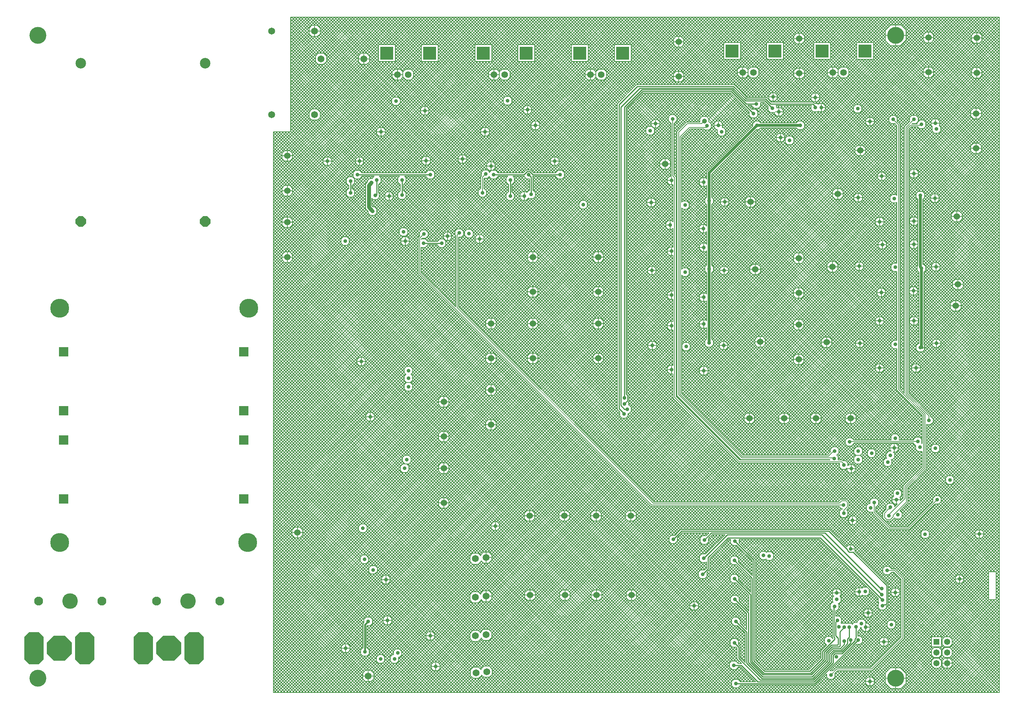
<source format=gbl>
%FSLAX25Y25*%
%MOIN*%
G70*
G01*
G75*
G04 Layer_Physical_Order=4*
G04 Layer_Color=16711680*
%ADD10R,0.03800X0.03200*%
%ADD11R,0.03200X0.03800*%
%ADD12R,0.11811X0.03937*%
%ADD13R,0.07087X0.13386*%
%ADD14O,0.01800X0.05118*%
%ADD15O,0.05118X0.01800*%
%ADD16R,0.13386X0.07087*%
%ADD17R,0.07087X0.04331*%
%ADD18R,0.03937X0.04331*%
%ADD19O,0.08661X0.02362*%
%ADD20O,0.06102X0.01378*%
%ADD21R,0.04724X0.01181*%
%ADD22R,0.02165X0.03740*%
%ADD23R,0.09449X0.03937*%
%ADD24R,0.09449X0.12992*%
%ADD25R,0.21654X0.07874*%
%ADD26R,0.13780X0.08071*%
%ADD27R,0.15748X0.08071*%
%ADD28R,0.08858X0.01969*%
%ADD29R,0.07600X0.12000*%
G04:AMPARAMS|DCode=30|XSize=216.54mil|YSize=78.74mil|CornerRadius=0mil|HoleSize=0mil|Usage=FLASHONLY|Rotation=180.000|XOffset=0mil|YOffset=0mil|HoleType=Round|Shape=Octagon|*
%AMOCTAGOND30*
4,1,8,-0.10827,0.01969,-0.10827,-0.01969,-0.08858,-0.03937,0.08858,-0.03937,0.10827,-0.01969,0.10827,0.01969,0.08858,0.03937,-0.08858,0.03937,-0.10827,0.01969,0.0*
%
%ADD30OCTAGOND30*%

%ADD31R,0.21654X0.07874*%
%ADD32R,0.13780X0.06299*%
%ADD33O,0.07480X0.01772*%
%ADD34R,0.09606X0.04409*%
G04:AMPARAMS|DCode=35|XSize=96.06mil|YSize=44.09mil|CornerRadius=0mil|HoleSize=0mil|Usage=FLASHONLY|Rotation=180.000|XOffset=0mil|YOffset=0mil|HoleType=Round|Shape=Octagon|*
%AMOCTAGOND35*
4,1,8,-0.04803,0.01102,-0.04803,-0.01102,-0.03701,-0.02205,0.03701,-0.02205,0.04803,-0.01102,0.04803,0.01102,0.03701,0.02205,-0.03701,0.02205,-0.04803,0.01102,0.0*
%
%ADD35OCTAGOND35*%

%ADD36C,0.00800*%
%ADD37C,0.03500*%
%ADD38C,0.05500*%
%ADD39C,0.06000*%
%ADD40C,0.08000*%
%ADD41C,0.02500*%
%ADD42C,0.01000*%
%ADD43C,0.01500*%
%ADD44C,0.02000*%
%ADD45C,0.04000*%
%ADD46C,0.01200*%
%ADD47C,0.01600*%
%ADD48C,0.09000*%
%ADD49C,0.06500*%
%ADD50C,0.06500*%
%ADD51C,0.06000*%
%ADD52R,0.12000X0.12000*%
%ADD53C,0.06200*%
%ADD54R,0.05800X0.05800*%
%ADD55C,0.05800*%
%ADD56P,0.10653X8X112.5*%
%ADD57C,0.09843*%
%ADD58C,0.14500*%
%ADD59C,0.08268*%
%ADD60R,0.08858X0.08858*%
%ADD61C,0.17716*%
%ADD62C,0.15748*%
G04:AMPARAMS|DCode=63|XSize=180mil|YSize=300mil|CornerRadius=0mil|HoleSize=0mil|Usage=FLASHONLY|Rotation=180.000|XOffset=0mil|YOffset=0mil|HoleType=Round|Shape=Octagon|*
%AMOCTAGOND63*
4,1,8,0.04500,-0.15000,-0.04500,-0.15000,-0.09000,-0.10500,-0.09000,0.10500,-0.04500,0.15000,0.04500,0.15000,0.09000,0.10500,0.09000,-0.10500,0.04500,-0.15000,0.0*
%
%ADD63OCTAGOND63*%

%ADD64P,0.25569X8X202.5*%
%ADD65C,0.04000*%
%ADD66C,0.03500*%
%ADD67C,0.03600*%
%ADD68C,0.07000*%
G04:AMPARAMS|DCode=69|XSize=85mil|YSize=85mil|CornerRadius=0mil|HoleSize=0mil|Usage=FLASHONLY|Rotation=0.000|XOffset=0mil|YOffset=0mil|HoleType=Round|Shape=Relief|Width=10mil|Gap=15mil|Entries=4|*
%AMTHD69*
7,0,0,0.08500,0.05500,0.01000,45*
%
%ADD69THD69*%
%ADD70C,0.08000*%
%ADD71C,0.13000*%
G04:AMPARAMS|DCode=72|XSize=86mil|YSize=86mil|CornerRadius=0mil|HoleSize=0mil|Usage=FLASHONLY|Rotation=0.000|XOffset=0mil|YOffset=0mil|HoleType=Round|Shape=Relief|Width=10mil|Gap=15mil|Entries=4|*
%AMTHD72*
7,0,0,0.08600,0.05600,0.01000,45*
%
%ADD72THD72*%
%ADD73C,0.08600*%
%ADD74C,0.08700*%
G04:AMPARAMS|DCode=75|XSize=87mil|YSize=87mil|CornerRadius=0mil|HoleSize=0mil|Usage=FLASHONLY|Rotation=0.000|XOffset=0mil|YOffset=0mil|HoleType=Round|Shape=Relief|Width=10mil|Gap=15mil|Entries=4|*
%AMTHD75*
7,0,0,0.08700,0.05700,0.01000,45*
%
%ADD75THD75*%
%ADD76C,0.10906*%
%ADD77C,0.15236*%
%ADD78C,0.10118*%
%ADD79C,0.09500*%
G04:AMPARAMS|DCode=80|XSize=95mil|YSize=95mil|CornerRadius=0mil|HoleSize=0mil|Usage=FLASHONLY|Rotation=0.000|XOffset=0mil|YOffset=0mil|HoleType=Round|Shape=Relief|Width=10mil|Gap=15mil|Entries=4|*
%AMTHD80*
7,0,0,0.09500,0.06500,0.01000,45*
%
%ADD80THD80*%
%ADD81C,0.08500*%
%ADD82C,0.19016*%
G04:AMPARAMS|DCode=83|XSize=109.055mil|YSize=109.055mil|CornerRadius=0mil|HoleSize=0mil|Usage=FLASHONLY|Rotation=0.000|XOffset=0mil|YOffset=0mil|HoleType=Round|Shape=Relief|Width=10mil|Gap=15mil|Entries=4|*
%AMTHD83*
7,0,0,0.10906,0.07906,0.01000,45*
%
%ADD83THD83*%
G04:AMPARAMS|DCode=84|XSize=187.795mil|YSize=187.795mil|CornerRadius=0mil|HoleSize=0mil|Usage=FLASHONLY|Rotation=0.000|XOffset=0mil|YOffset=0mil|HoleType=Round|Shape=Relief|Width=10mil|Gap=15mil|Entries=4|*
%AMTHD84*
7,0,0,0.18779,0.15779,0.01000,45*
%
%ADD84THD84*%
%ADD85C,0.20500*%
%ADD86C,0.26000*%
G04:AMPARAMS|DCode=87|XSize=66mil|YSize=66mil|CornerRadius=0mil|HoleSize=0mil|Usage=FLASHONLY|Rotation=0.000|XOffset=0mil|YOffset=0mil|HoleType=Round|Shape=Relief|Width=10mil|Gap=15mil|Entries=4|*
%AMTHD87*
7,0,0,0.06600,0.03600,0.01000,45*
%
%ADD87THD87*%
%ADD88C,0.06600*%
%ADD89C,0.05000*%
%ADD90C,0.03000*%
%ADD91C,0.04600*%
D36*
X2945591Y2287000D02*
X2946500Y2286091D01*
X2942762Y2287000D02*
X2946500Y2283262D01*
X2939934Y2287000D02*
X2946500Y2280434D01*
X2937106Y2287000D02*
X2946500Y2277605D01*
X2934277Y2287000D02*
X2946500Y2274777D01*
X2931449Y2287000D02*
X2946500Y2271949D01*
X2929687Y2270663D02*
X2946024Y2287000D01*
X2928273Y2272077D02*
X2943195Y2287000D01*
X2927950Y2272400D02*
X2930400Y2269950D01*
X2925767Y2272400D02*
X2940367Y2287000D01*
X2928620D02*
X2946500Y2269120D01*
X2930400Y2268548D02*
X2946500Y2284648D01*
X2925792Y2287000D02*
X2946500Y2266292D01*
X2930400Y2265421D02*
X2946500Y2249321D01*
X2930400Y2265720D02*
X2946500Y2281820D01*
X2930400Y2268250D02*
X2946500Y2252150D01*
X2930400Y2265050D02*
Y2269950D01*
X2927950Y2262600D02*
X2930400Y2265050D01*
X2925500Y2267500D02*
X2930000D01*
X2922963Y2287000D02*
X2946500Y2263463D01*
X2920135Y2287000D02*
X2946500Y2260635D01*
X2897507Y2287000D02*
X2946500Y2238008D01*
X2917307Y2287000D02*
X2946500Y2257807D01*
X2914478Y2287000D02*
X2946500Y2254978D01*
X2884116Y2239234D02*
X2931881Y2287000D01*
X2885400Y2237690D02*
X2934710Y2287000D01*
X2882453Y2240400D02*
X2929053Y2287000D01*
X2923050Y2272400D02*
X2927950D01*
X2880537Y2287000D02*
X2927637Y2239900D01*
X2894679Y2287000D02*
X2946500Y2235179D01*
X2889022Y2287000D02*
X2946500Y2229522D01*
X2886194Y2287000D02*
X2946500Y2226694D01*
X2891851Y2287000D02*
X2946500Y2232351D01*
X2870172Y2194178D02*
X2946500Y2270506D01*
X2885400Y2234862D02*
X2937538Y2287000D01*
X2883365D02*
X2946500Y2223865D01*
X2885208Y2265358D02*
X2946500Y2204066D01*
X2870900Y2192077D02*
X2946500Y2267677D01*
X2929171Y2263821D02*
X2946500Y2246493D01*
X2928993Y2238857D02*
X2946500Y2256364D01*
X2927564Y2262600D02*
X2946500Y2243664D01*
X2930400Y2234607D02*
X2946500Y2250707D01*
X2930400Y2237435D02*
X2946500Y2253535D01*
X2927950Y2239900D02*
X2930400Y2237450D01*
Y2232550D02*
Y2237450D01*
X2927637Y2239900D02*
X2930400Y2237137D01*
X2946500Y2221037D01*
X2927950Y2230100D02*
X2930400Y2232550D01*
Y2234308D02*
X2946500Y2218209D01*
X2929865Y2232015D02*
X2946500Y2215380D01*
X2928451Y2230601D02*
X2946500Y2212552D01*
X2929542Y2199808D02*
X2946500Y2216766D01*
X2928128Y2201222D02*
X2946500Y2219594D01*
X2929900Y2197337D02*
X2946500Y2213937D01*
X2927450Y2201900D02*
X2929900Y2199450D01*
Y2194550D02*
Y2199450D01*
X2927450Y2192100D02*
X2929900Y2194550D01*
X2924736Y2262600D02*
X2946500Y2240836D01*
X2927208Y2239900D02*
X2946500Y2259192D01*
X2924379Y2239900D02*
X2946500Y2262021D01*
X2926123Y2230100D02*
X2946500Y2209723D01*
X2923295Y2230100D02*
X2946500Y2206895D01*
X2923050Y2239900D02*
X2927950D01*
X2923050Y2262600D02*
X2927950D01*
X2925500Y2235000D02*
X2930000D01*
X2923050Y2230100D02*
X2927950D01*
X2883794Y2263944D02*
X2946500Y2201238D01*
X2889736Y2191114D02*
X2946500Y2247878D01*
X2881809Y2263100D02*
X2946500Y2198409D01*
X2925977Y2201900D02*
X2946500Y2222423D01*
X2923149Y2201900D02*
X2946500Y2225251D01*
X2878981Y2263100D02*
X2946500Y2195581D01*
X2872551Y2190900D02*
X2946500Y2264849D01*
X2925000Y2197000D02*
X2929500D01*
X2922550Y2201900D02*
X2927450D01*
X2908821Y2287000D02*
X2923421Y2272400D01*
X2911650Y2287000D02*
X2926250Y2272400D01*
X2903164Y2287000D02*
X2920600Y2269564D01*
Y2269950D02*
X2923050Y2272400D01*
X2905993Y2287000D02*
X2921821Y2271171D01*
X2884809Y2271041D02*
X2900769Y2287000D01*
X2885400Y2268803D02*
X2903597Y2287000D01*
X2884809Y2271041D02*
X2900769Y2287000D01*
X2883395Y2272455D02*
X2897940Y2287000D01*
X2882950Y2272900D02*
X2885400Y2270450D01*
X2921000Y2267500D02*
X2925500D01*
Y2272000D01*
X2900336Y2287000D02*
X2920600Y2266736D01*
X2925500Y2263000D02*
Y2267500D01*
X2920600Y2265050D02*
X2923050Y2262600D01*
X2885400Y2265550D02*
Y2270450D01*
Y2265974D02*
X2906425Y2287000D01*
X2920600Y2265050D02*
Y2269950D01*
X2885400Y2267995D02*
X2920600Y2232795D01*
X2878183Y2272900D02*
X2892283Y2287000D01*
X2881012Y2272900D02*
X2895112Y2287000D01*
X2878050Y2272900D02*
X2882950D01*
X2880500Y2268000D02*
X2885000D01*
X2880500Y2263500D02*
Y2268000D01*
X2875600Y2270450D02*
X2878050Y2272900D01*
X2880500Y2268000D02*
Y2272500D01*
X2875600Y2270317D02*
X2878183Y2272900D01*
X2876000Y2268000D02*
X2880500D01*
X2875600Y2265550D02*
Y2270450D01*
X2874880Y2287000D02*
X2922515Y2239365D01*
X2872052Y2287000D02*
X2921101Y2237951D01*
X2869223Y2287000D02*
X2920600Y2235623D01*
X2879625Y2240400D02*
X2926225Y2287000D01*
X2877708D02*
X2924809Y2239900D01*
X2882950Y2263100D02*
X2885400Y2265550D01*
X2875600D02*
X2878050Y2263100D01*
X2882950D01*
X2875600Y2237950D02*
X2878050Y2240400D01*
X2925500Y2235000D02*
Y2239500D01*
Y2230500D02*
Y2235000D01*
X2920600Y2237450D02*
X2923050Y2239900D01*
X2921000Y2235000D02*
X2925500D01*
X2920600Y2232795D02*
X2923295Y2230100D01*
X2885400Y2233050D02*
Y2237950D01*
X2920600Y2232550D02*
Y2237450D01*
X2885400Y2236882D02*
X2921466Y2200816D01*
X2920600Y2232550D02*
X2923050Y2230100D01*
X2920100Y2199450D02*
X2922550Y2201900D01*
X2925000Y2197000D02*
Y2201500D01*
Y2192500D02*
Y2197000D01*
X2887693Y2191900D02*
X2925893Y2230100D01*
X2922550Y2192100D02*
X2927450D01*
X2920500Y2197000D02*
X2925000D01*
X2920100Y2194550D02*
Y2199450D01*
X2885400Y2234054D02*
X2920100Y2199354D01*
Y2194550D02*
X2922550Y2192100D01*
X2888950Y2191900D02*
X2890900Y2189950D01*
X2878050Y2240400D02*
X2882950D01*
X2885400Y2237950D01*
X2876000Y2235500D02*
X2880500D01*
X2885000D01*
X2878050Y2230600D02*
X2882950D01*
X2880500Y2235500D02*
Y2240000D01*
X2875600Y2233050D02*
Y2237950D01*
X2880500Y2231000D02*
Y2235500D01*
X2875600Y2233050D02*
X2878050Y2230600D01*
X2882950D02*
X2885400Y2233050D01*
X2877079Y2189771D02*
X2920600Y2233292D01*
X2875379Y2190900D02*
X2920600Y2236121D01*
X2885050Y2191900D02*
X2888950D01*
X2884488Y2232138D02*
X2920100Y2196525D01*
X2870900Y2191985D02*
X2872017Y2190867D01*
X2868950Y2195400D02*
X2870900Y2193450D01*
X2883100Y2189950D02*
X2885050Y2191900D01*
X2872050Y2190900D02*
X2875950D01*
X2891900Y2181965D02*
X2946500Y2236565D01*
X2929900Y2198039D02*
X2946500Y2181439D01*
X2891728Y2184622D02*
X2946500Y2239393D01*
X2929900Y2195210D02*
X2946500Y2178610D01*
X2928816Y2193466D02*
X2946500Y2175782D01*
X2927354Y2192100D02*
X2946500Y2172954D01*
X2924590Y2169400D02*
X2946500Y2191310D01*
X2924525Y2192100D02*
X2946500Y2170125D01*
X2927419Y2169400D02*
X2946500Y2188481D01*
X2922550Y2169400D02*
X2927450D01*
X2928848Y2168002D02*
X2946500Y2185653D01*
X2929900Y2166224D02*
X2946500Y2182825D01*
X2891900Y2182299D02*
X2946500Y2127699D01*
X2929900Y2163396D02*
X2946500Y2179996D01*
X2891360Y2180010D02*
X2946500Y2124870D01*
X2927450Y2169400D02*
X2929900Y2166950D01*
X2927426Y2169400D02*
X2929900Y2166926D01*
Y2162050D02*
Y2166950D01*
X2925000Y2164500D02*
Y2169000D01*
X2873933Y2124400D02*
X2946500Y2196967D01*
X2875856Y2123494D02*
X2946500Y2194138D01*
X2871105Y2124400D02*
X2946500Y2199795D01*
X2890900Y2186127D02*
X2946500Y2130527D01*
X2889942Y2178600D02*
X2946500Y2122042D01*
X2890900Y2189450D02*
X2946500Y2245050D01*
X2890900Y2186622D02*
X2946500Y2242222D01*
X2883073Y2230723D02*
X2946500Y2167297D01*
X2890900Y2188956D02*
X2946500Y2133356D01*
X2880368Y2230600D02*
X2946500Y2164468D01*
X2876453Y2183603D02*
X2946500Y2113557D01*
X2874128Y2183100D02*
X2946500Y2110728D01*
X2869800Y2184600D02*
X2946500Y2107900D01*
X2875250Y2097432D02*
X2946500Y2168682D01*
X2875250Y2100261D02*
X2946500Y2171511D01*
X2887114Y2178600D02*
X2946500Y2119213D01*
X2877868Y2185018D02*
X2946500Y2116385D01*
X2890400Y2118239D02*
X2946500Y2174339D01*
X2889841Y2120509D02*
X2946500Y2177168D01*
X2929900Y2166926D02*
X2946500Y2150326D01*
X2929900Y2164098D02*
X2946500Y2147498D01*
X2929510Y2161660D02*
X2946500Y2144669D01*
X2928095Y2160245D02*
X2946500Y2141841D01*
X2925912Y2159600D02*
X2946500Y2139013D01*
X2925000Y2164500D02*
X2929500D01*
X2925000Y2160000D02*
Y2164500D01*
X2920500D02*
X2925000D01*
X2927450Y2159600D02*
X2929900Y2162050D01*
X2922550Y2159600D02*
X2927450D01*
X2923084D02*
X2946500Y2136184D01*
X2909174Y2105900D02*
X2946500Y2143226D01*
X2906345Y2105900D02*
X2946500Y2146055D01*
X2910726Y2104624D02*
X2946500Y2140398D01*
X2889454Y2057896D02*
X2946500Y2114942D01*
X2911900Y2102970D02*
X2946500Y2137570D01*
X2888404Y2121900D02*
X2926104Y2159600D01*
X2911900Y2100141D02*
X2946500Y2134741D01*
X2890868Y2056482D02*
X2946500Y2112114D01*
X2875250Y2083290D02*
X2946500Y2154540D01*
X2875250Y2080462D02*
X2946500Y2151712D01*
X2875250Y2086119D02*
X2946500Y2157369D01*
X2875250Y2060663D02*
X2946500Y2131913D01*
X2875250Y2077633D02*
X2946500Y2148883D01*
X2875250Y2091776D02*
X2946500Y2163025D01*
X2875250Y2094604D02*
X2946500Y2165854D01*
X2885575Y2121900D02*
X2923276Y2159600D01*
X2875250Y2088947D02*
X2946500Y2160197D01*
X2877900Y2051999D02*
X2946500Y2120599D01*
X2876900Y2120931D02*
X2946500Y2051331D01*
X2876676Y2118326D02*
X2946500Y2048503D01*
X2875262Y2116912D02*
X2946500Y2045674D01*
X2875250Y2114096D02*
X2946500Y2042846D01*
X2876297Y2056053D02*
X2946500Y2126256D01*
X2875250Y2057834D02*
X2946500Y2129084D01*
X2886629Y2057900D02*
X2946500Y2117771D01*
X2877711Y2054639D02*
X2946500Y2123428D01*
X2887000Y2188000D02*
X2890300D01*
X2890900Y2186050D02*
Y2189950D01*
X2877900Y2187764D02*
X2921643Y2231507D01*
X2890600Y2185750D02*
X2891900Y2184450D01*
X2890600Y2185750D02*
X2890900Y2186050D01*
X2887000Y2188000D02*
Y2191300D01*
X2883100Y2186050D02*
Y2189950D01*
X2877900Y2185050D02*
Y2188950D01*
X2883700Y2188000D02*
X2887000D01*
X2883100Y2186050D02*
X2884400Y2184750D01*
X2891900Y2180550D02*
Y2184450D01*
X2920100Y2166950D02*
X2922550Y2169400D01*
X2889950Y2178600D02*
X2891900Y2180550D01*
X2920100Y2162050D02*
X2922550Y2159600D01*
X2920100Y2162050D02*
Y2166950D01*
X2884100Y2180550D02*
Y2184450D01*
X2884400Y2184750D01*
X2886050Y2178600D02*
X2889950D01*
X2884100Y2180550D02*
X2886050Y2178600D01*
X2870900Y2189750D02*
Y2193450D01*
X2875950Y2190900D02*
X2877900Y2188950D01*
X2870100Y2188449D02*
X2872551Y2190900D01*
X2870900Y2189750D02*
X2872050Y2190900D01*
X2870100Y2188950D02*
X2870900Y2189750D01*
X2870100Y2188750D02*
X2870900Y2189550D01*
X2870100Y2187400D02*
Y2188750D01*
X2868950Y2187600D02*
X2870100Y2188750D01*
X2869289Y2187939D02*
X2869828Y2187400D01*
X2869051D02*
X2870100Y2188449D01*
X2870378Y2143472D02*
X2920778Y2193872D01*
X2870900Y2141166D02*
X2922192Y2192458D01*
X2868964Y2144886D02*
X2920100Y2196023D01*
X2876900Y2118881D02*
X2920100Y2162081D01*
X2876900Y2121710D02*
X2920100Y2164910D01*
X2877900Y2187814D02*
X2884100Y2181614D01*
X2875950Y2183100D02*
X2877900Y2185050D01*
X2872050Y2183100D02*
X2875950D01*
X2870550Y2184600D02*
X2872050Y2183100D01*
X2888450Y2121900D02*
X2890400Y2119950D01*
Y2116050D02*
Y2119950D01*
X2884550Y2121900D02*
X2888450D01*
X2886500Y2118000D02*
X2889800D01*
X2883200D02*
X2886500D01*
X2882600Y2119950D02*
X2884550Y2121900D01*
X2886500Y2118000D02*
Y2121300D01*
X2876900Y2118550D02*
Y2122450D01*
X2886500Y2114700D02*
Y2118000D01*
X2882600Y2116050D02*
Y2119950D01*
X2890400Y2118745D02*
X2903897Y2105247D01*
X2890333Y2115983D02*
X2902483Y2103833D01*
X2888450Y2114100D02*
X2890400Y2116050D01*
X2888919Y2114569D02*
X2902100Y2101388D01*
X2886560Y2114100D02*
X2902100Y2098560D01*
X2882600Y2116050D02*
X2884550Y2114100D01*
X2875250Y2108746D02*
X2882600Y2116096D01*
X2884550Y2114100D02*
X2888450D01*
X2875250Y2105918D02*
X2883991Y2114659D01*
X2874950Y2124400D02*
X2876900Y2122450D01*
X2870497Y2138647D02*
X2887245Y2121900D01*
X2869083Y2137233D02*
X2884483Y2121833D01*
X2871050Y2124400D02*
X2874950D01*
X2869100Y2122395D02*
X2871105Y2124400D01*
X2870900Y2139050D02*
Y2142950D01*
X2868950Y2144900D02*
X2870900Y2142950D01*
X2869100Y2122450D02*
X2871050Y2124400D01*
X2868950Y2137100D02*
X2870900Y2139050D01*
X2875250Y2114403D02*
X2921498Y2160652D01*
X2875250Y2111575D02*
X2882600Y2118925D01*
X2870900Y2141073D02*
X2906073Y2105900D01*
X2875250Y2103089D02*
X2886261Y2114100D01*
X2875250Y2116900D02*
X2876900Y2118550D01*
X2869100D02*
X2870750Y2116900D01*
X2869100Y2118550D02*
Y2122450D01*
X2875250Y2056400D02*
Y2116900D01*
X2870750Y2098600D02*
Y2116900D01*
X2863566Y2287000D02*
X2877858Y2272708D01*
X2860738Y2287000D02*
X2876444Y2271294D01*
X2855081Y2287000D02*
X2875600Y2266481D01*
X2866395Y2287000D02*
X2880495Y2272900D01*
X2859774Y2268633D02*
X2878141Y2287000D01*
X2858658Y2276003D02*
X2869656Y2287000D01*
X2859774Y2274290D02*
X2872484Y2287000D01*
X2857244Y2277417D02*
X2866828Y2287000D01*
X2859774Y2271461D02*
X2875313Y2287000D01*
X2857910D02*
X2875600Y2269309D01*
X2865737Y2195400D02*
X2946500Y2276163D01*
X2859774Y2273822D02*
X2946500Y2187096D01*
X2853900Y2186391D02*
X2946500Y2278991D01*
X2868566Y2195400D02*
X2946500Y2273334D01*
X2859774Y2270993D02*
X2946500Y2184267D01*
X2859774Y2268165D02*
X2926039Y2201900D01*
X2859774Y2265804D02*
X2880970Y2287000D01*
X2859774Y2265336D02*
X2923211Y2201900D01*
X2858471Y2263811D02*
X2881882Y2240400D01*
X2826968Y2193400D02*
X2920568Y2287000D01*
X2852253D02*
X2946500Y2192753D01*
X2824139Y2193400D02*
X2917739Y2287000D01*
X2850523Y2194327D02*
X2920923Y2264727D01*
X2848767Y2195400D02*
X2920600Y2267233D01*
X2816340Y2205400D02*
X2876045Y2265105D01*
X2817809Y2204041D02*
X2877459Y2263691D01*
X2813512Y2205400D02*
X2875600Y2267488D01*
X2818400Y2201803D02*
X2879697Y2263100D01*
X2817809Y2204041D02*
X2877459Y2263691D01*
X2815483Y2287000D02*
X2946500Y2155983D01*
X2812655Y2287000D02*
X2946500Y2153155D01*
X2809826Y2287000D02*
X2927426Y2169400D01*
X2849424Y2287000D02*
X2946500Y2189924D01*
X2818312Y2287000D02*
X2946500Y2158812D01*
X2828873Y2192477D02*
X2923396Y2287000D01*
X2806998D02*
X2924598Y2169400D01*
X2852890Y2188210D02*
X2927280Y2262600D01*
X2851400Y2192376D02*
X2922337Y2263313D01*
X2857057Y2262396D02*
X2879054Y2240400D01*
X2855643Y2260982D02*
X2877138Y2239488D01*
X2853571Y2260226D02*
X2875723Y2238073D01*
X2864200Y2184600D02*
X2870550D01*
X2862300Y2174992D02*
X2871229Y2183921D01*
X2865050Y2195400D02*
X2868950D01*
X2865200Y2187600D02*
X2868950D01*
X2865000Y2187400D02*
X2870100D01*
X2862300Y2180649D02*
X2866251Y2184600D01*
X2862300Y2177821D02*
X2869079Y2184600D01*
X2862300Y2169335D02*
X2923065Y2230100D01*
X2862300Y2158022D02*
X2884464Y2180186D01*
X2862300Y2149536D02*
X2946500Y2233736D01*
X2862300Y2152365D02*
X2888535Y2178600D01*
X2862300Y2155193D02*
X2885878Y2178772D01*
X2862300Y2163678D02*
X2883886Y2185264D01*
X2862300Y2166507D02*
X2883100Y2187307D01*
X2862300Y2160850D02*
X2884100Y2182650D01*
X2862300Y2172164D02*
X2873236Y2183100D01*
X2829300Y2250556D02*
X2887956Y2191900D01*
X2851476Y2189624D02*
X2924452Y2262600D01*
X2829300Y2247727D02*
X2885127Y2191900D01*
X2845938Y2195400D02*
X2881138Y2230600D01*
X2826699Y2247500D02*
X2883674Y2190524D01*
X2850742Y2260226D02*
X2875600Y2235368D01*
X2818213Y2247500D02*
X2874813Y2190900D01*
X2829900Y2190675D02*
X2875600Y2236375D01*
X2815385Y2247500D02*
X2867485Y2195400D01*
X2829300Y2261869D02*
X2922160Y2169010D01*
X2847914Y2260226D02*
X2946500Y2161640D01*
X2829300Y2259041D02*
X2920745Y2167595D01*
X2829300Y2253384D02*
X2920100Y2162584D01*
X2829300Y2256212D02*
X2920100Y2165413D01*
X2823870Y2247500D02*
X2883100Y2188270D01*
X2821042Y2247500D02*
X2884100Y2184442D01*
X2829900Y2187847D02*
X2875600Y2233547D01*
X2815110Y2167400D02*
X2878310Y2230600D01*
X2855830Y2278831D02*
X2863999Y2287000D01*
X2854887Y2279774D02*
X2859774Y2274887D01*
X2853945Y2279774D02*
X2861171Y2287000D01*
X2859774Y2265113D02*
Y2274887D01*
X2854887Y2260226D02*
X2859774Y2265113D01*
X2851116Y2279774D02*
X2858342Y2287000D01*
X2850000Y2270000D02*
X2859374D01*
X2848288Y2279774D02*
X2855514Y2287000D01*
X2854196Y2260226D02*
X2859774Y2265804D01*
X2849450Y2195400D02*
X2851400Y2193450D01*
X2863100D02*
X2865050Y2195400D01*
X2863100Y2189700D02*
Y2193450D01*
X2853900Y2183563D02*
X2863100Y2192763D01*
X2858800Y2185400D02*
X2863100Y2189700D01*
X2853900Y2180734D02*
X2863100Y2189934D01*
X2851400Y2191686D02*
X2858243Y2184843D01*
X2851400Y2189700D02*
Y2193450D01*
X2853200Y2187900D02*
X2853900Y2187200D01*
X2851400Y2189700D02*
X2853200Y2187900D01*
X2773057Y2287000D02*
X2864853Y2195203D01*
X2770228Y2287000D02*
X2863439Y2193789D01*
X2767400Y2287000D02*
X2863100Y2191300D01*
X2789300Y2259443D02*
X2861071Y2187671D01*
X2789300Y2262271D02*
X2862486Y2189086D01*
X2845459Y2279774D02*
X2852685Y2287000D01*
X2846596D02*
X2853822Y2279774D01*
X2845113D02*
X2854887D01*
X2845113Y2260226D02*
X2854887D01*
X2789300Y2256614D02*
X2859657Y2186257D01*
X2745300Y2261016D02*
X2851100Y2155216D01*
X2745300Y2258188D02*
X2851100Y2152388D01*
X2722145Y2287000D02*
X2851100Y2158045D01*
X2829900Y2190559D02*
X2851100Y2169359D01*
X2764900Y2235760D02*
X2851100Y2149560D01*
X2796222Y2232722D02*
X2851100Y2177844D01*
X2794808Y2231308D02*
X2851100Y2175015D01*
X2801372Y2230400D02*
X2851100Y2180672D01*
X2792887Y2230400D02*
X2851100Y2172187D01*
X2858100Y2184700D02*
X2858800Y2185400D01*
X2858100Y2183300D02*
Y2184700D01*
X2858800Y2185400D01*
X2862300Y2182700D02*
X2864200Y2184600D01*
X2858100Y2183300D02*
Y2184700D01*
X2853900Y2185800D02*
Y2187200D01*
Y2186358D02*
X2858100Y2182158D01*
X2853900Y2185800D02*
Y2187200D01*
Y2177906D02*
X2858100Y2182106D01*
X2853900Y2183529D02*
X2858100Y2179329D01*
X2853900Y2169421D02*
X2858100Y2173621D01*
X2853900Y2160902D02*
X2858100Y2156702D01*
X2853900Y2175044D02*
X2858100Y2170844D01*
X2853900Y2158073D02*
X2858100Y2153873D01*
X2853900Y2155278D02*
X2858100Y2159478D01*
X2853900Y2175077D02*
X2858100Y2179277D01*
X2853900Y2180701D02*
X2858100Y2176501D01*
X2853900Y2172249D02*
X2858100Y2176449D01*
X2853900Y2177872D02*
X2858100Y2173672D01*
X2853900Y2172215D02*
X2858100Y2168015D01*
X2853900Y2166592D02*
X2858100Y2170792D01*
X2853200Y2187900D02*
X2853900Y2187200D01*
Y2163764D02*
X2858100Y2167964D01*
X2853900Y2169387D02*
X2858100Y2165187D01*
X2849300Y2187600D02*
X2851100Y2185800D01*
X2829900Y2187730D02*
X2851100Y2166530D01*
X2847001Y2187600D02*
X2851100Y2183501D01*
X2828576Y2186226D02*
X2851100Y2163702D01*
X2853900Y2160935D02*
X2858100Y2165135D01*
X2853900Y2163730D02*
X2858100Y2159530D01*
X2853900Y2166559D02*
X2858100Y2162359D01*
X2853900Y2152416D02*
X2858100Y2148216D01*
X2853900Y2158107D02*
X2858100Y2162307D01*
X2853900Y2152450D02*
X2858100Y2156650D01*
X2826373Y2185600D02*
X2851100Y2160873D01*
X2853900Y2149622D02*
X2858100Y2153822D01*
X2853900Y2155245D02*
X2858100Y2151045D01*
X2862300Y2143879D02*
X2946500Y2228079D01*
X2862300Y2126909D02*
X2946500Y2211109D01*
X2862300Y2146708D02*
X2946500Y2230908D01*
X2866149Y2144900D02*
X2920100Y2198851D01*
X2862300Y2129737D02*
X2924663Y2192100D01*
X2865050Y2144900D02*
X2868950D01*
X2863100Y2142950D02*
X2865050Y2144900D01*
X2862300Y2146845D02*
X2864647Y2144497D01*
X2867000Y2141000D02*
Y2144300D01*
X2862300Y2144016D02*
X2863233Y2143083D01*
X2862300Y2121252D02*
X2946500Y2205452D01*
X2862300Y2118423D02*
X2946500Y2202624D01*
X2862300Y2124080D02*
X2946500Y2208280D01*
X2866971Y2184600D02*
X2946500Y2105071D01*
X2864171Y2184571D02*
X2946500Y2102243D01*
X2862757Y2183157D02*
X2946500Y2099414D01*
X2862300Y1935860D02*
Y2182700D01*
Y2158159D02*
X2946500Y2073959D01*
X2862300Y2160987D02*
X2946500Y2076787D01*
X2862300Y2177958D02*
X2946500Y2093758D01*
X2862300Y2175129D02*
X2946500Y2090929D01*
X2862300Y2180786D02*
X2946500Y2096586D01*
X2862300Y2152502D02*
X2908902Y2105900D01*
X2862300Y2172301D02*
X2946500Y2088101D01*
X2717988Y2118362D02*
X2886626Y2287000D01*
X2719400Y2116945D02*
X2889455Y2287000D01*
X2716198Y2119400D02*
X2883798Y2287000D01*
X2862300Y2149673D02*
X2867073Y2144900D01*
X2719400Y2114117D02*
X2875600Y2270317D01*
X2862300Y2169472D02*
X2946500Y2085272D01*
X2862300Y2166644D02*
X2946500Y2082444D01*
X2679900Y2051989D02*
X2914911Y2287000D01*
X2862300Y2155330D02*
X2946500Y2071130D01*
X2862300Y2163815D02*
X2946500Y2079615D01*
X2679466Y2054384D02*
X2912082Y2287000D01*
X2678250Y2055996D02*
X2909254Y2287000D01*
X2693900Y2049019D02*
X2876766Y2231884D01*
X2678250Y2058825D02*
X2882525Y2263100D01*
X2867000Y2141000D02*
X2870300D01*
X2867000Y2137700D02*
Y2141000D01*
X2863700D02*
X2867000D01*
X2865050Y2137100D02*
X2868950D01*
X2863100Y2139050D02*
X2865050Y2137100D01*
X2862300Y2141051D02*
X2863100Y2141851D01*
Y2139050D02*
Y2142950D01*
X2862300Y2141188D02*
X2863100Y2140388D01*
X2862300Y2135394D02*
X2864528Y2137622D01*
X2862300Y2138223D02*
X2863114Y2139036D01*
X2866388Y2137100D02*
X2883069Y2120419D01*
X2862300Y2138360D02*
X2882600Y2118060D01*
X2862300Y2135531D02*
X2873431Y2124400D01*
X2862300Y2118561D02*
X2870750Y2110111D01*
X2862300Y2132703D02*
X2870826Y2124176D01*
X2862300Y2115595D02*
X2869100Y2122395D01*
X2862300Y2132566D02*
X2866834Y2137100D01*
X2862300Y2112767D02*
X2869100Y2119567D01*
X2862300Y2121389D02*
X2870750Y2112939D01*
X2853900Y2135446D02*
X2858100Y2131246D01*
X2853900Y2129823D02*
X2858100Y2134023D01*
X2853900Y2138274D02*
X2858100Y2134074D01*
X2853900Y2129789D02*
X2858100Y2125589D01*
X2853900Y2126994D02*
X2858100Y2131194D01*
X2853900Y2138308D02*
X2858100Y2142508D01*
X2853900Y2143931D02*
X2858100Y2139731D01*
X2853900Y2135479D02*
X2858100Y2139679D01*
X2853900Y2141103D02*
X2858100Y2136903D01*
X2862300Y2115732D02*
X2870750Y2107282D01*
X2862300Y2107110D02*
X2870750Y2115560D01*
X2862300Y2124217D02*
X2870750Y2115767D01*
X2862300Y2104281D02*
X2870750Y2112731D01*
X2862300Y2112904D02*
X2870750Y2104454D01*
X2862300Y2127046D02*
X2869100Y2120246D01*
X2862300Y2129874D02*
X2869412Y2122762D01*
X2862300Y2109938D02*
X2870006Y2117644D01*
X2853900Y2121337D02*
X2858100Y2125537D01*
X2835365Y2142400D02*
X2851100Y2158135D01*
X2838193Y2142400D02*
X2851100Y2155307D01*
X2764900Y2232931D02*
X2851100Y2146731D01*
X2853900Y2149588D02*
X2858100Y2145388D01*
X2853900Y2146793D02*
X2858100Y2150993D01*
X2778900Y2210446D02*
X2851100Y2138246D01*
X2821900Y2164617D02*
X2851100Y2135417D01*
X2778900Y2213274D02*
X2851100Y2141074D01*
X2840900Y2139450D02*
X2851100Y2149650D01*
X2839986Y2141364D02*
X2851100Y2152478D01*
X2853900Y1940300D02*
Y2185800D01*
X2858100Y1936100D02*
Y2183300D01*
X2851100Y2120750D02*
Y2185800D01*
X2800900Y2122077D02*
X2851100Y2172277D01*
X2800672Y2124678D02*
X2851100Y2175106D01*
X2797237Y2126900D02*
X2851100Y2180763D01*
X2794409Y2126900D02*
X2851100Y2183591D01*
X2821900Y2161789D02*
X2851100Y2132589D01*
X2799258Y2126092D02*
X2851100Y2177934D01*
X2763926Y2231076D02*
X2851100Y2143903D01*
X2713370Y2119400D02*
X2854196Y2260226D01*
X2678250Y2087109D02*
X2851367Y2260226D01*
X2763885Y2183035D02*
X2851100Y2095819D01*
X2761991Y2182100D02*
X2851100Y2092991D01*
X2716941Y2179066D02*
X2851100Y2044908D01*
X2715527Y2177652D02*
X2851100Y2042079D01*
X2714113Y2176238D02*
X2851100Y2039251D01*
X2712699Y2174824D02*
X2851100Y2036422D01*
X2711284Y2173409D02*
X2851100Y2033594D01*
X2678250Y1993771D02*
X2851100Y2166621D01*
X2678250Y1990942D02*
X2851100Y2163792D01*
X2678250Y1996599D02*
X2851100Y2169449D01*
X2695728Y2157853D02*
X2851100Y2002481D01*
X2678250Y1988114D02*
X2851100Y2160964D01*
X2709870Y2171995D02*
X2851100Y2030766D01*
X2708456Y2170581D02*
X2851100Y2027937D01*
X2698557Y2160682D02*
X2851100Y2008138D01*
X2697142Y2159267D02*
X2851100Y2005310D01*
X2853900Y2146760D02*
X2858100Y2142560D01*
X2853900Y2141136D02*
X2858100Y2145336D01*
X2853900Y2143965D02*
X2858100Y2148165D01*
X2853900Y2132617D02*
X2858100Y2128417D01*
X2853900Y2132651D02*
X2858100Y2136851D01*
X2853900Y2126961D02*
X2858100Y2122761D01*
X2853900Y2124132D02*
X2858100Y2119932D01*
X2853900Y2124166D02*
X2858100Y2128366D01*
X2850792Y2121058D02*
X2851100Y2121366D01*
X2850450Y2121400D02*
X2851100Y2120750D01*
X2853900Y2121304D02*
X2858100Y2117104D01*
X2853900Y2115680D02*
X2858100Y2119880D01*
X2853900Y2118509D02*
X2858100Y2122709D01*
X2853900Y2110023D02*
X2858100Y2114223D01*
X2853900Y2118475D02*
X2858100Y2114275D01*
X2853900Y2115647D02*
X2858100Y2111447D01*
X2853900Y2112852D02*
X2858100Y2117052D01*
X2853900Y2112818D02*
X2858100Y2108618D01*
X2850450Y2113600D02*
X2851100Y2114250D01*
X2848306Y2121400D02*
X2851100Y2124194D01*
X2837775Y2134600D02*
X2851100Y2121275D01*
X2758477Y2034400D02*
X2851100Y2127023D01*
X2850290Y2113600D02*
X2851100Y2112790D01*
X2800900Y2123392D02*
X2851100Y2073192D01*
X2840900Y2139961D02*
X2851100Y2129761D01*
X2840900Y2136622D02*
X2851100Y2146822D01*
X2840900Y2137132D02*
X2851100Y2126932D01*
X2839777Y2135427D02*
X2851100Y2124104D01*
X2678250Y2132905D02*
X2851100Y1960055D01*
X2674900Y1956479D02*
X2851100Y2132679D01*
X2674721Y1959129D02*
X2851100Y2135508D01*
X2694400Y2113926D02*
X2851100Y1957226D01*
X2693674Y2111824D02*
X2851100Y1954398D01*
X2692893Y1982957D02*
X2851100Y2141165D01*
X2691478Y1984372D02*
X2851100Y2143993D01*
X2693400Y1980636D02*
X2851100Y2138336D01*
X2678250Y2135733D02*
X2851100Y1962883D01*
X2909450Y2105900D02*
X2911900Y2103450D01*
X2907000Y2101000D02*
Y2105500D01*
X2904550Y2105900D02*
X2909450D01*
X2911900Y2098550D02*
Y2103450D01*
X2907000Y2101000D02*
X2911500D01*
X2902100Y2098550D02*
Y2103450D01*
X2907000Y2096500D02*
Y2101000D01*
X2902100Y2103450D02*
X2904550Y2105900D01*
X2902500Y2101000D02*
X2907000D01*
X2902100Y2098550D02*
X2904550Y2096100D01*
X2911900Y2102902D02*
X2946500Y2068302D01*
X2911900Y2100073D02*
X2946500Y2065473D01*
X2911247Y2097897D02*
X2946500Y2062645D01*
X2907388Y2096100D02*
X2946500Y2056988D01*
X2904560Y2096100D02*
X2946500Y2054160D01*
X2909450Y2096100D02*
X2911900Y2098550D01*
X2902100Y2098560D02*
X2904560Y2096100D01*
X2909833Y2096483D02*
X2946500Y2059816D01*
X2904550Y2096100D02*
X2909450D01*
X2891400Y2054185D02*
X2946500Y2109285D01*
X2875250Y2111267D02*
X2946500Y2040017D01*
X2875250Y2108439D02*
X2946500Y2037189D01*
X2876250Y2036207D02*
X2946500Y2106457D01*
X2875250Y2105611D02*
X2946500Y2034361D01*
X2875250Y2071976D02*
X2902100Y2098826D01*
X2875250Y2069148D02*
X2903376Y2097274D01*
X2875250Y2074805D02*
X2902100Y2101655D01*
X2875250Y2063491D02*
X2907859Y2096100D01*
X2875250Y2066320D02*
X2905030Y2096100D01*
X2876250Y2027722D02*
X2946500Y2097972D01*
X2876250Y2024893D02*
X2946500Y2095143D01*
X2875250Y2097125D02*
X2946500Y2025875D01*
X2876250Y2022065D02*
X2946500Y2092315D01*
X2875250Y2094297D02*
X2946500Y2023047D01*
X2876250Y2033378D02*
X2946500Y2103629D01*
X2875250Y2102782D02*
X2946500Y2031532D01*
X2876250Y2030550D02*
X2946500Y2100800D01*
X2875250Y2099954D02*
X2946500Y2028704D01*
X2910589Y2042261D02*
X2946500Y2078173D01*
X2912003Y2040847D02*
X2946500Y2075344D01*
X2907899Y2042400D02*
X2946500Y2081001D01*
X2912900Y2038916D02*
X2946500Y2072516D01*
X2910450Y2042400D02*
X2912900Y2039950D01*
X2910176Y2042400D02*
X2912900Y2039676D01*
X2908000Y2037500D02*
Y2042000D01*
X2905550Y2042400D02*
X2910450D01*
X2908000Y2037500D02*
X2912500D01*
X2903500D02*
X2908000D01*
X2912900Y2036087D02*
X2946500Y2069687D01*
X2907698Y2022400D02*
X2946500Y2061202D01*
X2904869Y2022400D02*
X2946500Y2064030D01*
X2910450Y2032600D02*
X2912900Y2035050D01*
X2909488Y2021362D02*
X2946500Y2058374D01*
X2912900Y2035050D02*
Y2039950D01*
X2908000Y2033000D02*
Y2037500D01*
X2905550Y2032600D02*
X2910450D01*
X2903550Y2022400D02*
X2908450D01*
X2875250Y2074498D02*
X2907348Y2042400D01*
X2891400Y2055519D02*
X2905035Y2041885D01*
X2875250Y2077326D02*
X2910176Y2042400D01*
X2903100Y2039950D02*
X2905550Y2042400D01*
X2891400Y2052691D02*
X2903621Y2040471D01*
X2889450Y2057900D02*
X2891400Y2055950D01*
X2889019Y2057900D02*
X2891400Y2055519D01*
Y2052050D02*
Y2055950D01*
X2889450Y2050100D02*
X2891400Y2052050D01*
X2877235Y2049885D02*
X2904720Y2022400D01*
X2877900Y2052049D02*
X2907549Y2022400D01*
X2875250Y2091468D02*
X2946500Y2020218D01*
X2903100Y2035050D02*
X2905550Y2032600D01*
X2903100Y2035334D02*
X2905834Y2032600D01*
X2890306Y2050956D02*
X2903100Y2038162D01*
X2888334Y2050100D02*
X2903100Y2035334D01*
Y2035050D02*
Y2039950D01*
X2876250Y2048042D02*
X2902721Y2021571D01*
X2868461Y2092600D02*
X2870750Y2090311D01*
Y2077100D02*
Y2094400D01*
X2868031Y2078900D02*
X2870750Y2081619D01*
X2869905Y2077945D02*
X2870750Y2078790D01*
X2868950Y2078900D02*
X2870750Y2077100D01*
X2869341Y2100009D02*
X2870750Y2101418D01*
Y2094400D02*
Y2098600D01*
X2868950Y2100400D02*
X2870750Y2098600D01*
X2870120Y2093770D02*
X2870750Y2093140D01*
X2868950Y2092600D02*
X2870750Y2094400D01*
X2875250Y2071669D02*
X2889019Y2057900D01*
X2875250Y2068841D02*
X2886191Y2057900D01*
X2868717Y2071100D02*
X2870750Y2073133D01*
X2875250Y2063184D02*
X2883600Y2054834D01*
X2875250Y2066013D02*
X2884456Y2056806D01*
X2870750Y2072900D02*
Y2077100D01*
X2868950Y2071100D02*
X2870750Y2072900D01*
Y2055125D02*
Y2072900D01*
X2869556Y2071706D02*
X2870750Y2070513D01*
X2866904Y2100400D02*
X2870750Y2104246D01*
X2867000Y2096500D02*
X2870300D01*
X2865633Y2092600D02*
X2870750Y2087483D01*
X2865203Y2078900D02*
X2870750Y2084447D01*
X2865050Y2092600D02*
X2868950D01*
X2865050Y2100400D02*
X2868950D01*
X2867000Y2096500D02*
Y2099800D01*
X2863100Y2098450D02*
X2865050Y2100400D01*
X2867000Y2093200D02*
Y2096500D01*
X2863700D02*
X2867000D01*
Y2075000D02*
Y2078300D01*
Y2075000D02*
X2870300D01*
X2865050Y2078900D02*
X2868950D01*
X2867334Y2071100D02*
X2870750Y2067684D01*
X2865050Y2071100D02*
X2868950D01*
X2863700Y2075000D02*
X2867000D01*
X2863100Y2073050D02*
Y2076950D01*
X2867000Y2071700D02*
Y2075000D01*
X2863100Y2073050D02*
X2865050Y2071100D01*
X2887500Y2054000D02*
Y2057300D01*
Y2054000D02*
X2890800D01*
X2885550Y2057900D02*
X2889450D01*
X2887500Y2050700D02*
Y2054000D01*
X2884200D02*
X2887500D01*
X2883600Y2055950D02*
X2885550Y2057900D01*
X2875950Y2056400D02*
X2877900Y2054450D01*
X2875250Y2056400D02*
X2875950D01*
X2883600Y2052050D02*
Y2055950D01*
X2877900Y2050550D02*
Y2054450D01*
X2883600Y2052050D02*
X2885550Y2050100D01*
X2876250Y2044692D02*
X2883604Y2052046D01*
X2876250Y2041864D02*
X2885018Y2050632D01*
X2885550Y2050100D02*
X2889450D01*
X2876250Y2039035D02*
X2887315Y2050100D01*
X2876250Y2048900D02*
X2877900Y2050550D01*
X2876250Y2047521D02*
X2883600Y2054871D01*
X2870400Y2030357D02*
X2871750Y2031707D01*
X2870400Y2033185D02*
X2871750Y2034535D01*
X2870100Y2054450D02*
X2870750Y2055100D01*
X2870100Y2050550D02*
X2871750Y2048900D01*
X2866958Y2035400D02*
X2871750Y2040192D01*
X2869118Y2034732D02*
X2871750Y2037364D01*
X2868450Y2035400D02*
X2870400Y2033450D01*
X2870100Y2050550D02*
Y2054450D01*
X2864550Y2035400D02*
X2868450D01*
X2866500Y2031500D02*
X2869800D01*
X2863200D02*
X2866500D01*
X2870400Y2031264D02*
X2871750Y2029914D01*
X2870400Y2029550D02*
Y2033450D01*
X2869843Y2028993D02*
X2871750Y2027086D01*
X2868408Y2027600D02*
X2871750Y2024258D01*
X2865579Y2027600D02*
X2871750Y2021429D01*
X2866500Y2028200D02*
Y2031500D01*
Y2034800D01*
X2868450Y2027600D02*
X2870400Y2029550D01*
X2864550Y2027600D02*
X2868450D01*
X2910900Y2017117D02*
X2946500Y2052717D01*
X2912900Y2039676D02*
X2946500Y2006076D01*
X2910900Y2019945D02*
X2946500Y2055545D01*
X2912900Y2036848D02*
X2946500Y2003248D01*
X2908662Y2032600D02*
X2946500Y1994762D01*
X2912385Y2034535D02*
X2946500Y2000419D01*
X2910970Y2033121D02*
X2946500Y1997591D01*
X2908450Y2022400D02*
X2910900Y2019950D01*
X2906000Y2017500D02*
Y2022000D01*
X2901100Y2019950D02*
X2903550Y2022400D01*
X2891900Y1981146D02*
X2946500Y2035746D01*
X2876900Y1977460D02*
X2946500Y2047060D01*
X2876900Y1980288D02*
X2946500Y2049888D01*
X2876250Y2022586D02*
X2946500Y1952336D01*
X2876250Y2025414D02*
X2946500Y1955165D01*
X2890723Y1985626D02*
X2946500Y2041403D01*
X2888668Y1986400D02*
X2946500Y2044231D01*
X2905834Y2032600D02*
X2946500Y1991934D01*
X2891900Y1983975D02*
X2946500Y2038575D01*
X2876250Y2019236D02*
X2946500Y2089486D01*
X2876250Y2016408D02*
X2946500Y2086658D01*
X2875250Y2088640D02*
X2946500Y2017390D01*
X2876250Y2013580D02*
X2946500Y2083829D01*
X2875250Y2085811D02*
X2946500Y2014561D01*
X2875250Y2080155D02*
X2946500Y2008905D01*
X2876250Y2005094D02*
X2904653Y2033497D01*
X2875250Y2082983D02*
X2946500Y2011733D01*
X2876250Y1999437D02*
X2909413Y2032600D01*
X2876250Y2002266D02*
X2906584Y2032600D01*
X2876250Y2036728D02*
X2946500Y1966478D01*
X2876250Y2033900D02*
X2946500Y1963650D01*
X2872900Y1959318D02*
X2946500Y2032918D01*
X2876250Y2028243D02*
X2946500Y1957993D01*
X2876250Y2031071D02*
X2946500Y1960821D01*
X2876250Y1996609D02*
X2946500Y2066859D01*
X2875250Y2060356D02*
X2946500Y1989106D01*
X2876250Y2039557D02*
X2946500Y1969307D01*
X2875250Y2057527D02*
X2946500Y1986277D01*
X2910900Y2019049D02*
X2946500Y1983449D01*
X2910900Y2016220D02*
X2946500Y1980620D01*
X2910900Y2015050D02*
Y2019950D01*
X2910071Y2014221D02*
X2946500Y1977792D01*
X2908450Y2012600D02*
X2910900Y2015050D01*
X2906000Y2017500D02*
X2910500D01*
X2906000Y2013000D02*
Y2017500D01*
X2901500D02*
X2906000D01*
X2903550Y2012600D02*
X2908450D01*
X2901100Y2015050D02*
X2903550Y2012600D01*
X2890951Y1979601D02*
X2946500Y1924052D01*
X2878498Y1919661D02*
X2946500Y1987663D01*
X2877084Y1921075D02*
X2946500Y1990491D01*
X2889123Y1978600D02*
X2946500Y1921223D01*
X2886295Y1978600D02*
X2946500Y1918395D01*
X2908657Y2012807D02*
X2946500Y1974964D01*
X2906035Y2012600D02*
X2946500Y1972135D01*
X2891900Y1981480D02*
X2946500Y1926880D01*
X2891900Y1984309D02*
X2946500Y1929709D01*
X2876250Y2014101D02*
X2946500Y1943851D01*
X2876250Y2011272D02*
X2946500Y1941022D01*
X2864356Y1933804D02*
X2946500Y2015947D01*
X2876250Y2005615D02*
X2946500Y1935365D01*
X2876250Y2008444D02*
X2946500Y1938194D01*
X2876250Y2016929D02*
X2946500Y1946679D01*
X2876250Y2019758D02*
X2946500Y1949508D01*
X2876250Y1982467D02*
X2906383Y2012600D01*
X2876250Y1985295D02*
X2903555Y2012600D01*
X2871427Y1926732D02*
X2946500Y2001805D01*
X2872842Y1925318D02*
X2946500Y1998977D01*
X2870013Y1928147D02*
X2946500Y2004633D01*
X2875670Y1922490D02*
X2946500Y1993320D01*
X2874256Y1923904D02*
X2946500Y1996148D01*
X2867185Y1930975D02*
X2946500Y2010290D01*
X2865771Y1932389D02*
X2946500Y2013119D01*
X2876250Y2002787D02*
X2946500Y1932537D01*
X2868599Y1929561D02*
X2946500Y2007462D01*
X2876250Y2010751D02*
X2903100Y2037601D01*
X2876250Y2007923D02*
X2903239Y2034911D01*
X2876250Y2045214D02*
X2901307Y2020157D01*
X2876250Y1988124D02*
X2902138Y2014012D01*
X2876250Y1990952D02*
X2901100Y2015802D01*
X2876250Y2042385D02*
X2901100Y2017535D01*
Y2015050D02*
Y2019950D01*
X2876250Y1993781D02*
X2901100Y2018630D01*
X2886050Y1986400D02*
X2889950D01*
X2870900Y2001550D02*
Y2005450D01*
X2876250Y1997130D02*
X2886980Y1986400D01*
X2876250Y1994302D02*
X2885101Y1985451D01*
X2876250Y1999959D02*
X2889809Y1986400D01*
X2889950D02*
X2891900Y1984450D01*
X2884100D02*
X2886050Y1986400D01*
X2876250Y1981100D02*
Y2048900D01*
X2871750Y1982400D02*
Y2048900D01*
X2876250Y1988645D02*
X2884100Y1980795D01*
X2876250Y1991473D02*
X2884100Y1983623D01*
X2869510Y2006840D02*
X2871750Y2009080D01*
X2868950Y2007400D02*
X2870900Y2005450D01*
X2867242Y2007400D02*
X2871750Y2011908D01*
X2870900Y2005309D02*
X2871750Y2004459D01*
X2870900Y2005401D02*
X2871750Y2006251D01*
X2868809Y2007400D02*
X2870900Y2005309D01*
X2867000Y2003500D02*
Y2006800D01*
X2865050Y2007400D02*
X2868950D01*
X2867000Y2003500D02*
X2870300D01*
X2863700D02*
X2867000D01*
X2870900Y2002573D02*
X2871750Y2003423D01*
X2870900Y2002480D02*
X2871750Y2001630D01*
X2869951Y2000601D02*
X2871750Y1998802D01*
X2868123Y1999600D02*
X2871750Y1995973D01*
X2865295Y1999600D02*
X2871750Y1993145D01*
X2867000Y2000200D02*
Y2003500D01*
X2863100Y2001795D02*
X2865295Y1999600D01*
X2868950D02*
X2870900Y2001550D01*
X2865050Y1999600D02*
X2868950D01*
X2889809Y1986400D02*
X2891900Y1984309D01*
Y1980550D02*
Y1984450D01*
X2888000Y1982500D02*
X2891300D01*
X2889950Y1978600D02*
X2891900Y1980550D01*
X2886050Y1978600D02*
X2889950D01*
X2884700Y1982500D02*
X2888000D01*
Y1985800D01*
X2884100Y1980550D02*
Y1984450D01*
X2888000Y1979200D02*
Y1982500D01*
X2876250Y1981100D02*
X2876900Y1980450D01*
X2884100Y1980795D02*
X2886295Y1978600D01*
X2889354D02*
X2891900Y1981146D01*
X2884100Y1980550D02*
X2886050Y1978600D01*
X2872552Y1961798D02*
X2889354Y1978600D01*
X2871138Y1963212D02*
X2886525Y1978600D01*
X2876900Y1976550D02*
Y1980450D01*
X2876750Y1977375D02*
Y1979625D01*
X2874950Y1974600D02*
X2876900Y1976550D01*
X2872900Y1957550D02*
Y1961450D01*
X2871050Y1982400D02*
X2871750D01*
X2869100Y1980450D02*
X2871050Y1982400D01*
X2868497Y1963400D02*
X2884874Y1979777D01*
X2871050Y1974600D02*
X2874950D01*
X2870950Y1963400D02*
X2872900Y1961450D01*
X2869100Y1976550D02*
X2871050Y1974600D01*
X2869100Y1976550D02*
Y1980450D01*
X2867050Y1963400D02*
X2870950D01*
X2865100Y1961450D02*
X2867050Y1963400D01*
X2870382D02*
X2872900Y1960882D01*
X2869000Y1959500D02*
Y1962800D01*
Y1959500D02*
X2872300D01*
X2870950Y1955600D02*
X2872900Y1957550D01*
X2867050Y1955600D02*
X2870950D01*
X2865700Y1959500D02*
X2869000D01*
X2865100Y1957550D02*
Y1961450D01*
X2869000Y1956200D02*
Y1959500D01*
X2865100Y1957550D02*
X2867050Y1955600D01*
X2862300Y2101453D02*
X2870750Y2109903D01*
X2862300Y2107247D02*
X2870750Y2098797D01*
X2862300Y2110075D02*
X2870750Y2101625D01*
X2862300Y2104418D02*
X2866318Y2100400D01*
X2862300Y2098624D02*
X2870750Y2107075D01*
X2862300Y2098762D02*
X2863100Y2097961D01*
Y2094550D02*
Y2098450D01*
X2862300Y2101590D02*
X2864270Y2099620D01*
X2862300Y2095933D02*
X2863100Y2095133D01*
X2862300Y2095796D02*
X2863100Y2096596D01*
Y2095133D02*
X2865633Y2092600D01*
X2862300Y2093105D02*
X2870750Y2084655D01*
X2862300Y2084482D02*
X2870750Y2092932D01*
X2863100Y2076797D02*
X2865203Y2078900D01*
X2862300Y2073306D02*
X2870750Y2064856D01*
X2863100Y2094550D02*
X2865050Y2092600D01*
X2862300Y2092968D02*
X2863491Y2094159D01*
X2863100Y2076950D02*
X2865050Y2078900D01*
X2862300Y2090139D02*
X2864905Y2092745D01*
X2862300Y2090276D02*
X2870750Y2081826D01*
X2862300Y2081654D02*
X2870750Y2090104D01*
X2862300Y2087311D02*
X2867589Y2092600D01*
X2862300Y2084619D02*
X2868019Y2078900D01*
X2862300Y2087448D02*
X2870750Y2078998D01*
X2853900Y2098710D02*
X2858100Y2102910D01*
X2853900Y2090224D02*
X2858100Y2094424D01*
X2853900Y2109990D02*
X2858100Y2105790D01*
X2862300Y2081791D02*
X2865191Y2078900D01*
X2853900Y2093019D02*
X2858100Y2088819D01*
X2862300Y2078963D02*
X2863706Y2077556D01*
X2862300Y2075997D02*
X2863100Y2076797D01*
X2862300Y2078826D02*
X2870750Y2087276D01*
X2862300Y2064683D02*
X2868717Y2071100D01*
X2862300Y2070340D02*
X2864055Y2072095D01*
X2853900Y2076082D02*
X2858100Y2080282D01*
X2853900Y2081706D02*
X2858100Y2077506D01*
X2862300Y2073169D02*
X2863100Y2073969D01*
X2862300Y2076134D02*
X2863100Y2075334D01*
X2862300Y2061855D02*
X2870750Y2070305D01*
X2862300Y2067649D02*
X2870750Y2059199D01*
X2862300Y2070477D02*
X2870750Y2062027D01*
X2862300Y2064820D02*
X2870750Y2056370D01*
X2862300Y2059027D02*
X2870750Y2067476D01*
X2862300Y2061992D02*
X2870100Y2054192D01*
X2862300Y2053370D02*
X2870750Y2061820D01*
X2862300Y2067512D02*
X2865888Y2071100D01*
X2862300Y2050541D02*
X2870750Y2058991D01*
X2862300Y2059163D02*
X2870100Y2051364D01*
X2862300Y2047713D02*
X2870750Y2056163D01*
X2862300Y2053507D02*
X2871750Y2044057D01*
X2862300Y2056335D02*
X2871750Y2046885D01*
X2862300Y2042056D02*
X2870447Y2050203D01*
X2862300Y2050678D02*
X2871750Y2041228D01*
X2862600Y2033450D02*
X2864550Y2035400D01*
X2862300Y2044884D02*
X2870100Y2052684D01*
X2862600Y2029550D02*
X2864550Y2027600D01*
X2862600Y2029550D02*
Y2033450D01*
X2862300Y2047850D02*
X2871750Y2038400D01*
X2862300Y2036399D02*
X2871750Y2045849D01*
X2862300Y2039227D02*
X2871750Y2048677D01*
X2862300Y2033571D02*
X2871750Y2043021D01*
X2862300Y2045021D02*
X2871750Y2035571D01*
X2862300Y2039364D02*
X2866265Y2035400D01*
X2862300Y2056198D02*
X2870750Y2064648D01*
X2862300Y2033708D02*
X2862600Y2033408D01*
X2862300Y2036536D02*
X2863993Y2034843D01*
X2862300Y2019428D02*
X2871750Y2028879D01*
X2862300Y2028051D02*
X2871750Y2018601D01*
X2862300Y2042193D02*
X2871750Y2032743D01*
X2862300Y2022257D02*
X2867643Y2027600D01*
X2862300Y2025085D02*
X2864815Y2027600D01*
X2862300Y2030879D02*
X2862600Y2030579D01*
X2862300Y2030742D02*
X2862600Y2031042D01*
X2862300Y2027914D02*
X2863268Y2028882D01*
X2853900Y2022342D02*
X2858100Y2026542D01*
X2853900Y2095881D02*
X2858100Y2100081D01*
X2853900Y2098676D02*
X2858100Y2094476D01*
X2853900Y2101505D02*
X2858100Y2097305D01*
X2853900Y2095848D02*
X2858100Y2091648D01*
X2853900Y2093053D02*
X2858100Y2097253D01*
X2853900Y2104367D02*
X2858100Y2108567D01*
X2853900Y2107162D02*
X2858100Y2102962D01*
X2853900Y2107195D02*
X2858100Y2111395D01*
X2853900Y2104333D02*
X2858100Y2100133D01*
X2853900Y2101538D02*
X2858100Y2105738D01*
X2853900Y2084534D02*
X2858100Y2080334D01*
X2853900Y2067597D02*
X2858100Y2071797D01*
X2853900Y2081739D02*
X2858100Y2085939D01*
X2853900Y2064769D02*
X2858100Y2068969D01*
X2853900Y2070392D02*
X2858100Y2066192D01*
X2853900Y2090191D02*
X2858100Y2085991D01*
X2853900Y2087396D02*
X2858100Y2091596D01*
X2853900Y2087362D02*
X2858100Y2083162D01*
X2853900Y2084568D02*
X2858100Y2088768D01*
X2838900Y2097852D02*
X2851100Y2110052D01*
X2853900Y2078911D02*
X2858100Y2083111D01*
X2838814Y2093964D02*
X2851100Y2081677D01*
X2853900Y2073254D02*
X2858100Y2077454D01*
X2853900Y2078877D02*
X2858100Y2074677D01*
X2838900Y2095024D02*
X2851100Y2107224D01*
X2839247Y2078400D02*
X2851100Y2090253D01*
X2837399Y2092549D02*
X2851100Y2078849D01*
X2841400Y2074896D02*
X2851100Y2084596D01*
X2840763Y2077087D02*
X2851100Y2087424D01*
X2853900Y2070425D02*
X2858100Y2074626D01*
X2853900Y2073220D02*
X2858100Y2069020D01*
X2853900Y2076049D02*
X2858100Y2071849D01*
X2853900Y2061940D02*
X2858100Y2066140D01*
X2853900Y2067563D02*
X2858100Y2063363D01*
X2840914Y2072064D02*
X2851100Y2061878D01*
X2839500Y2070650D02*
X2851100Y2059050D01*
X2853900Y2059112D02*
X2858100Y2063312D01*
X2853900Y2064735D02*
X2858100Y2060535D01*
X2853900Y2053421D02*
X2858100Y2049221D01*
X2853900Y2047798D02*
X2858100Y2051998D01*
X2853900Y2050627D02*
X2858100Y2054827D01*
X2853900Y2044970D02*
X2858100Y2049170D01*
X2853900Y2050593D02*
X2858100Y2046393D01*
X2853900Y2056283D02*
X2858100Y2060483D01*
X2853900Y2059078D02*
X2858100Y2054878D01*
X2853900Y2061907D02*
X2858100Y2057707D01*
X2853900Y2056250D02*
X2858100Y2052050D01*
X2853900Y2053455D02*
X2858100Y2057655D01*
X2853900Y2036484D02*
X2858100Y2040684D01*
X2853900Y2027999D02*
X2858100Y2032199D01*
X2853900Y2042108D02*
X2858100Y2037908D01*
X2853900Y2027966D02*
X2858100Y2023766D01*
X2853900Y2025171D02*
X2858100Y2029371D01*
X2853900Y2042141D02*
X2858100Y2046341D01*
X2853900Y2047765D02*
X2858100Y2043564D01*
X2853900Y2039313D02*
X2858100Y2043513D01*
X2853900Y2044936D02*
X2858100Y2040736D01*
X2853900Y2033656D02*
X2858100Y2037856D01*
X2853900Y2036451D02*
X2858100Y2032251D01*
X2853900Y2039279D02*
X2858100Y2035079D01*
X2853900Y2033622D02*
X2858100Y2029422D01*
X2853900Y2030828D02*
X2858100Y2035028D01*
X2849236Y2049600D02*
X2851100Y2047736D01*
X2837173Y2033900D02*
X2851100Y2047827D01*
X2840400Y2031470D02*
X2851100Y2042170D01*
X2839226Y2033124D02*
X2851100Y2044998D01*
X2853900Y2025137D02*
X2858100Y2020937D01*
X2853900Y2019514D02*
X2858100Y2023714D01*
X2853900Y2030794D02*
X2858100Y2026594D01*
X2853900Y2016685D02*
X2858100Y2020885D01*
X2853900Y2022309D02*
X2858100Y2018109D01*
X2819900Y2053480D02*
X2851100Y2022280D01*
X2819900Y2056309D02*
X2851100Y2025109D01*
X2840400Y2030152D02*
X2851100Y2019452D01*
X2840400Y2028641D02*
X2851100Y2039341D01*
X2862300Y2022394D02*
X2871750Y2012944D01*
X2862300Y2010943D02*
X2871750Y2020393D01*
X2862300Y2013772D02*
X2871750Y2023222D01*
X2862300Y2008115D02*
X2871750Y2017565D01*
X2862300Y2019566D02*
X2871750Y2010115D01*
X2862300Y2013909D02*
X2868809Y2007400D01*
X2862300Y2011080D02*
X2865980Y2007400D01*
X2862300Y2016737D02*
X2871750Y2007287D01*
X2863100Y2005450D02*
X2865050Y2007400D01*
X2862300Y2008252D02*
X2864101Y2006451D01*
X2862300Y1940232D02*
X2946500Y2024432D01*
X2862300Y1937404D02*
X2946500Y2021604D01*
X2862300Y1943061D02*
X2946500Y2027261D01*
X2862942Y1935218D02*
X2946500Y2018776D01*
X2862300Y2005286D02*
X2871750Y2014736D01*
X2863100Y2001550D02*
X2865050Y1999600D01*
X2863100Y2001550D02*
Y2005450D01*
X2862300Y1999767D02*
X2871750Y1990317D01*
X2862300Y1991144D02*
X2871750Y2000594D01*
X2862300Y2016600D02*
X2871750Y2026050D01*
X2862300Y2025222D02*
X2871750Y2015772D01*
X2853900Y2019480D02*
X2858100Y2015280D01*
X2862300Y2005423D02*
X2863100Y2004623D01*
X2853900Y2013857D02*
X2858100Y2018057D01*
X2853900Y2008200D02*
X2858100Y2012400D01*
X2853900Y2010995D02*
X2858100Y2006795D01*
X2853900Y2016652D02*
X2858100Y2012452D01*
X2853900Y2008167D02*
X2858100Y2003967D01*
X2853900Y2005372D02*
X2858100Y2009572D01*
X2862300Y2002595D02*
X2863100Y2001795D01*
X2862300Y1999630D02*
X2863660Y2000990D01*
X2862300Y1945889D02*
X2946500Y2030089D01*
X2862300Y1996801D02*
X2865099Y1999600D01*
X2862300Y1993973D02*
X2867927Y1999600D01*
X2862300Y2002458D02*
X2863100Y2003258D01*
X2853900Y2002543D02*
X2858100Y2006743D01*
X2853900Y1994058D02*
X2858100Y1998258D01*
X2853900Y1999681D02*
X2858100Y1995481D01*
X2862300Y1996938D02*
X2871750Y1987488D01*
X2862300Y1985487D02*
X2871750Y1994937D01*
X2862300Y1988316D02*
X2871750Y1997766D01*
X2862300Y1982659D02*
X2871750Y1992109D01*
X2862300Y1994110D02*
X2871750Y1984660D01*
X2862300Y1988453D02*
X2869701Y1981051D01*
X2862300Y1979831D02*
X2871750Y1989281D01*
X2862300Y1991281D02*
X2871181Y1982400D01*
X2862300Y1985624D02*
X2869100Y1978824D01*
X2862300Y1977002D02*
X2871750Y1986452D01*
X2862300Y1968517D02*
X2869717Y1975933D01*
X2862300Y1960032D02*
X2884100Y1981832D01*
X2862300Y1974174D02*
X2871750Y1983624D01*
X2862300Y1965688D02*
X2871212Y1974600D01*
X2862300Y1962860D02*
X2874040Y1974600D01*
X2862300Y1957203D02*
X2865100Y1960003D01*
X2862300Y1971345D02*
X2869100Y1978145D01*
X2862300Y1948718D02*
X2869182Y1955600D01*
X2862300Y1954375D02*
X2865288Y1957362D01*
X2853900Y1994024D02*
X2858100Y1989824D01*
X2862300Y1971482D02*
X2870382Y1963400D01*
X2853900Y1991229D02*
X2858100Y1995429D01*
X2862300Y1965825D02*
X2865888Y1962238D01*
X2862300Y1968654D02*
X2867554Y1963400D01*
X2853900Y1988401D02*
X2858100Y1992601D01*
X2853900Y1996853D02*
X2858100Y1992653D01*
X2853900Y1985573D02*
X2858100Y1989773D01*
X2853900Y1991196D02*
X2858100Y1986996D01*
X2862300Y1962997D02*
X2865100Y1960197D01*
X2862300Y1951546D02*
X2866702Y1955948D01*
X2853900Y1948770D02*
X2858100Y1944570D01*
X2853900Y1945941D02*
X2858100Y1941741D01*
X2853900Y1943146D02*
X2858100Y1947346D01*
X2853900Y1943113D02*
X2858100Y1938913D01*
X2853900Y1940318D02*
X2858100Y1944518D01*
X2856720Y1937480D02*
X2858100Y1938861D01*
X2853900Y1940300D02*
X2858100Y1936100D01*
X2853900Y2013823D02*
X2858100Y2009623D01*
X2853900Y2005338D02*
X2858100Y2001138D01*
X2853900Y2011028D02*
X2858100Y2015228D01*
X2853900Y1996886D02*
X2858100Y2001086D01*
X2853900Y2002510D02*
X2858100Y1998310D01*
X2840037Y2027687D02*
X2851100Y2016623D01*
X2838900Y2004514D02*
X2851100Y2016714D01*
X2838622Y2026273D02*
X2851100Y2013795D01*
X2853900Y1999715D02*
X2858100Y2003915D01*
X2838900Y2001685D02*
X2851100Y2013885D01*
X2853900Y1982744D02*
X2858100Y1986944D01*
X2853900Y1985539D02*
X2858100Y1981339D01*
X2853900Y1988367D02*
X2858100Y1984167D01*
X2853900Y1982711D02*
X2858100Y1978511D01*
X2853900Y1979916D02*
X2858100Y1984116D01*
X2851100Y1985400D02*
Y2049600D01*
X2838900Y2003367D02*
X2851100Y1991167D01*
X2848071Y1985400D02*
X2851100Y1988429D01*
X2847550Y1985400D02*
X2851100D01*
X2760090Y2004900D02*
X2851100Y2095910D01*
X2795900Y2054853D02*
X2851100Y1999653D01*
X2757262Y2004900D02*
X2851100Y2098738D01*
X2795900Y2052024D02*
X2851100Y1996824D01*
X2794723Y2050373D02*
X2851100Y1993996D01*
X2835966Y2026100D02*
X2851100Y2010966D01*
X2833301Y2007400D02*
X2851100Y2025199D01*
X2837954Y2006396D02*
X2851100Y2019542D01*
X2836129Y2007400D02*
X2851100Y2022371D01*
X2763659Y2058809D02*
X2851100Y1971368D01*
X2762245Y2057395D02*
X2851100Y1968540D01*
X2761531Y1972400D02*
X2851100Y2061969D01*
X2820400Y1982269D02*
X2851100Y1951570D01*
X2759712Y2057100D02*
X2851100Y1965712D01*
X2758703Y1972400D02*
X2851100Y2064797D01*
X2728400Y1981695D02*
X2851100Y2104395D01*
X2838395Y2001044D02*
X2851100Y1988339D01*
X2836980Y1999630D02*
X2851100Y1985511D01*
X2853900Y1968602D02*
X2858100Y1972802D01*
X2853900Y1971397D02*
X2858100Y1967197D01*
X2853900Y1974225D02*
X2858100Y1970025D01*
X2853900Y1968568D02*
X2858100Y1964368D01*
X2853900Y1965774D02*
X2858100Y1969974D01*
X2853900Y1979882D02*
X2858100Y1975682D01*
X2853900Y1974259D02*
X2858100Y1978459D01*
X2853900Y1977087D02*
X2858100Y1981287D01*
X2853900Y1971431D02*
X2858100Y1975631D01*
X2853900Y1977054D02*
X2858100Y1972854D01*
X2853900Y1951632D02*
X2858100Y1955832D01*
X2853900Y1954426D02*
X2858100Y1950226D01*
X2853900Y1957288D02*
X2858100Y1961488D01*
X2855305Y1938895D02*
X2858100Y1941689D01*
X2853900Y1948803D02*
X2858100Y1953003D01*
X2853900Y1965740D02*
X2858100Y1961540D01*
X2853900Y1962945D02*
X2858100Y1967145D01*
X2853900Y1962912D02*
X2858100Y1958712D01*
X2853900Y1960117D02*
X2858100Y1964317D01*
X2838900Y1959259D02*
X2851100Y1971459D01*
X2853900Y1960083D02*
X2858100Y1955883D01*
X2838581Y1961769D02*
X2851100Y1974287D01*
X2853900Y1957255D02*
X2858100Y1953055D01*
X2853900Y1954460D02*
X2858100Y1958660D01*
X2850525Y1977600D02*
X2851100Y1977025D01*
X2847550Y1977600D02*
X2851100D01*
X2847697D02*
X2851100Y1974197D01*
X2837167Y1963183D02*
X2851100Y1977116D01*
X2853900Y1951598D02*
X2858100Y1947398D01*
X2853900Y1945975D02*
X2858100Y1950175D01*
X2838900Y1960941D02*
X2851100Y1948741D01*
Y1938900D02*
X2851800Y1938200D01*
X2851100Y1938900D02*
X2851800Y1938200D01*
X2838900Y1958113D02*
X2851100Y1945913D01*
X2837767Y1956417D02*
X2851100Y1943084D01*
Y1938900D02*
Y1940300D01*
Y1938900D02*
Y1940300D01*
X2840939Y2287000D02*
X2848165Y2279774D01*
X2843767Y2287000D02*
X2850993Y2279774D01*
X2835282Y2287000D02*
X2843810Y2278472D01*
X2840226Y2274541D02*
X2845459Y2279774D01*
X2838111Y2287000D02*
X2845337Y2279774D01*
X2826797Y2287000D02*
X2840226Y2273571D01*
X2823968Y2287000D02*
X2840226Y2270742D01*
X2821140Y2287000D02*
X2840226Y2267914D01*
X2832454Y2287000D02*
X2842396Y2277057D01*
X2829625Y2287000D02*
X2840982Y2275643D01*
X2817672Y2263300D02*
X2841372Y2287000D01*
X2820500Y2263300D02*
X2844200Y2287000D01*
X2814843Y2263300D02*
X2838543Y2287000D01*
X2826157Y2263300D02*
X2849857Y2287000D01*
X2823329Y2263300D02*
X2847029Y2287000D01*
X2798512D02*
X2822212Y2263300D01*
X2795684Y2287000D02*
X2819384Y2263300D01*
X2804169Y2287000D02*
X2827869Y2263300D01*
X2801341Y2287000D02*
X2825041Y2263300D01*
X2790027Y2287000D02*
X2813727Y2263300D01*
X2789300Y2263213D02*
X2813087Y2287000D01*
X2787199D02*
X2813500Y2260699D01*
X2792856Y2287000D02*
X2816556Y2263300D01*
X2789300Y2260384D02*
X2815916Y2287000D01*
X2778074Y2263300D02*
X2801774Y2287000D01*
X2780902Y2263300D02*
X2804602Y2287000D01*
X2775245Y2263300D02*
X2798945Y2287000D01*
X2786559Y2263300D02*
X2810259Y2287000D01*
X2783731Y2263300D02*
X2807430Y2287000D01*
X2789300Y2254727D02*
X2821573Y2287000D01*
X2789300Y2251899D02*
X2824401Y2287000D01*
X2789300Y2257556D02*
X2818744Y2287000D01*
X2789300Y2249071D02*
X2827229Y2287000D01*
X2789115Y2240400D02*
X2835715Y2287000D01*
X2778713D02*
X2813500Y2252213D01*
X2775885Y2287000D02*
X2813500Y2249385D01*
X2784370Y2287000D02*
X2813500Y2257870D01*
X2781542Y2287000D02*
X2813500Y2255042D01*
X2840626Y2270000D02*
X2850000D01*
Y2279374D01*
X2840226Y2274887D02*
X2845113Y2279774D01*
X2850000Y2260626D02*
Y2270000D01*
X2840226Y2265113D02*
X2845113Y2260226D01*
X2840226Y2265113D02*
Y2274887D01*
X2829300Y2260786D02*
X2840226Y2271712D01*
X2828985Y2263300D02*
X2840226Y2274541D01*
X2829300Y2257958D02*
X2840226Y2268884D01*
X2813500Y2263300D02*
X2829300D01*
Y2252301D02*
X2841169Y2264170D01*
X2829300Y2247500D02*
Y2263300D01*
Y2255129D02*
X2840226Y2266055D01*
X2829300Y2249472D02*
X2842583Y2262756D01*
X2813500Y2247500D02*
X2829300D01*
X2813500D02*
Y2263300D01*
X2806400Y2235058D02*
X2818842Y2247500D01*
X2806400Y2232900D02*
Y2237900D01*
Y2237886D02*
X2816014Y2247500D01*
X2800429Y2240400D02*
X2813500Y2253472D01*
X2794336Y2239964D02*
X2813500Y2259128D01*
X2791943Y2240400D02*
X2813500Y2261957D01*
X2804993Y2239307D02*
X2813500Y2247815D01*
X2803257Y2240400D02*
X2813500Y2250643D01*
X2789300Y2250958D02*
X2799858Y2240400D01*
X2789300Y2253786D02*
X2802686Y2240400D01*
X2798900D02*
X2803900D01*
X2789300Y2248129D02*
X2797965Y2239465D01*
X2796400Y2237900D02*
X2798900Y2240400D01*
X2803900D02*
X2806400Y2237900D01*
X2795750Y2238550D02*
X2813500Y2256300D01*
X2803900Y2230400D02*
X2806400Y2232900D01*
X2798900Y2230400D02*
X2803900D01*
X2793900Y2240400D02*
X2796400Y2237900D01*
X2787101Y2247500D02*
X2796550Y2238050D01*
X2796400Y2232900D02*
X2798900Y2230400D01*
X2793900D02*
X2796400Y2232900D01*
X2764662Y2269688D02*
X2781975Y2287000D01*
X2764900Y2267097D02*
X2784803Y2287000D01*
X2763248Y2271102D02*
X2779146Y2287000D01*
X2773500Y2263300D02*
X2789300D01*
X2764571Y2287000D02*
X2788271Y2263300D01*
X2761218Y2271900D02*
X2776318Y2287000D01*
X2762450Y2271900D02*
X2764900Y2269450D01*
X2760000Y2267000D02*
Y2271500D01*
X2764900Y2264550D02*
Y2269450D01*
X2760000Y2267000D02*
X2764500D01*
X2788271Y2263300D02*
X2789300Y2262271D01*
X2764900Y2266872D02*
X2773500Y2258272D01*
X2761743Y2287000D02*
X2785443Y2263300D01*
X2789300Y2247500D02*
Y2263300D01*
X2763233Y2262883D02*
X2773500Y2252615D01*
X2762450Y2262100D02*
X2764900Y2264550D01*
X2760000Y2262500D02*
Y2267000D01*
X2773500Y2247500D02*
Y2263300D01*
X2764647Y2264297D02*
X2773500Y2255444D01*
X2758389Y2271900D02*
X2773489Y2287000D01*
X2753258D02*
X2776958Y2263300D01*
X2750429Y2287000D02*
X2774129Y2263300D01*
X2758914Y2287000D02*
X2782614Y2263300D01*
X2756086Y2287000D02*
X2779786Y2263300D01*
X2757550Y2271900D02*
X2762450D01*
X2755100Y2269450D02*
X2757550Y2271900D01*
X2744772Y2287000D02*
X2759872Y2271900D01*
X2755500Y2267000D02*
X2760000D01*
X2755100Y2264550D02*
Y2269450D01*
X2745300Y2261639D02*
X2770661Y2287000D01*
X2747601D02*
X2773500Y2261101D01*
X2744132Y2263300D02*
X2767833Y2287000D01*
X2755100Y2264550D02*
X2757550Y2262100D01*
X2745300Y2250325D02*
X2757312Y2262338D01*
X2745300Y2255982D02*
X2755100Y2265782D01*
X2745300Y2258811D02*
X2755100Y2268611D01*
X2745300Y2247500D02*
Y2263300D01*
Y2253154D02*
X2755898Y2263752D01*
X2784272Y2247500D02*
X2791372Y2240400D01*
X2788900D02*
X2793900D01*
X2773500Y2247500D02*
X2789300D01*
X2791400Y2235400D02*
Y2240000D01*
X2786400Y2237685D02*
X2789115Y2240400D01*
X2778615Y2247500D02*
X2787308Y2238808D01*
X2775787Y2247500D02*
X2786400Y2236887D01*
X2764900Y2235984D02*
X2776416Y2247500D01*
X2786400Y2237900D02*
X2788900Y2240400D01*
X2781444Y2247500D02*
X2788722Y2240222D01*
X2796400Y2232900D02*
Y2237900D01*
Y2232900D02*
Y2237900D01*
X2791400Y2235400D02*
X2796000D01*
X2788900Y2230400D02*
X2793900D01*
X2786800Y2235400D02*
X2791400D01*
X2786400Y2232900D02*
Y2237900D01*
X2764900Y2233156D02*
X2779244Y2247500D01*
X2791400Y2230800D02*
Y2235400D01*
X2786400Y2232900D02*
X2788900Y2230400D01*
X2761187Y2262100D02*
X2773500Y2249787D01*
X2759830Y2239400D02*
X2773500Y2253069D01*
X2757550Y2262100D02*
X2762450D01*
X2763969Y2237881D02*
X2773587Y2247500D01*
X2762555Y2239296D02*
X2773500Y2250241D01*
X2745300Y2252531D02*
X2758431Y2239400D01*
X2745300Y2255360D02*
X2761260Y2239400D01*
X2757550D02*
X2762450D01*
X2745300Y2249703D02*
X2756576Y2238426D01*
X2762450Y2239400D02*
X2764900Y2236950D01*
Y2232050D02*
Y2236950D01*
X2758359Y2262100D02*
X2786400Y2234059D01*
X2760000Y2234500D02*
X2764500D01*
X2755500D02*
X2760000D01*
X2755100Y2236950D02*
X2757550Y2239400D01*
X2744674Y2247500D02*
X2755162Y2237012D01*
X2760000Y2234500D02*
Y2239000D01*
X2755100Y2232050D02*
Y2236950D01*
X2784339Y2204511D02*
X2827328Y2247500D01*
X2784400Y2201744D02*
X2843998Y2261341D01*
X2782924Y2205925D02*
X2824499Y2247500D01*
X2816450Y2205400D02*
X2818400Y2203450D01*
X2780571Y2206400D02*
X2821671Y2247500D01*
X2812550Y2205400D02*
X2816450D01*
X2810600Y2203450D02*
X2812550Y2205400D01*
X2790059Y2230400D02*
X2815059Y2205400D01*
X2810600Y2199550D02*
Y2203450D01*
X2784400Y2200550D02*
Y2204450D01*
X2806400Y2236686D02*
X2847686Y2195400D01*
X2806400Y2233858D02*
X2845204Y2195054D01*
X2805465Y2231965D02*
X2843790Y2193640D01*
X2818400Y2202059D02*
X2827059Y2193400D01*
X2804050Y2230550D02*
X2843600Y2191001D01*
X2818400Y2199550D02*
Y2203450D01*
X2784400Y2202117D02*
X2819117Y2167400D01*
X2783769Y2199920D02*
X2816289Y2167400D01*
X2782450Y2198600D02*
X2784400Y2200550D01*
X2775928Y2215900D02*
X2790429Y2230400D01*
X2778900Y2213215D02*
X2797493Y2231807D01*
X2753386Y2207500D02*
X2832886Y2287000D01*
X2778900Y2210386D02*
X2798914Y2230400D01*
X2777854Y2214997D02*
X2793257Y2230400D01*
X2747729Y2207500D02*
X2787729Y2247500D01*
X2759043Y2207500D02*
X2786400Y2234857D01*
X2744901Y2207500D02*
X2784901Y2247500D01*
X2773100Y2215900D02*
X2788250Y2231050D01*
X2761872Y2207500D02*
X2786836Y2232464D01*
X2765047Y2204500D02*
X2848147Y2121400D01*
X2762218Y2204500D02*
X2845934Y2120784D01*
X2756561Y2204500D02*
X2844600Y2116462D01*
X2753733Y2204500D02*
X2851100Y2107133D01*
X2750905Y2204500D02*
X2851100Y2104305D01*
X2756215Y2207500D02*
X2786400Y2237685D01*
X2750558Y2207500D02*
X2830058Y2287000D01*
X2777346Y2206004D02*
X2801742Y2230400D01*
X2759390Y2204500D02*
X2844600Y2119290D01*
X2845550Y2195400D02*
X2849450D01*
X2843600Y2193062D02*
X2845938Y2195400D01*
X2843600Y2193450D02*
X2845550Y2195400D01*
X2843600Y2189550D02*
Y2193450D01*
X2827950Y2193400D02*
X2829900Y2191450D01*
X2824050Y2193400D02*
X2827950D01*
X2822100Y2191361D02*
X2824139Y2193400D01*
X2822100Y2191450D02*
X2824050Y2193400D01*
X2826000Y2189500D02*
Y2192800D01*
X2822700Y2189500D02*
X2826000D01*
X2843600Y2189550D02*
X2845550Y2187600D01*
X2829900Y2187550D02*
Y2191450D01*
X2827653Y2185600D02*
X2829900Y2187847D01*
X2845550Y2187600D02*
X2849300D01*
X2827950Y2185600D02*
X2829900Y2187550D01*
X2826000Y2186200D02*
Y2189500D01*
X2829300D01*
X2824050Y2185600D02*
X2827950D01*
X2822100Y2187550D02*
X2824050Y2185600D01*
X2818240Y2199390D02*
X2824230Y2193400D01*
X2816826Y2197976D02*
X2822726Y2192076D01*
X2814373Y2197600D02*
X2822100Y2189873D01*
Y2187550D02*
Y2191450D01*
X2817938Y2167400D02*
X2843600Y2193062D01*
X2816450Y2197600D02*
X2818400Y2199550D01*
X2810600D02*
X2812550Y2197600D01*
X2816450D01*
X2782261Y2198600D02*
X2814005Y2166855D01*
X2820108Y2166742D02*
X2843600Y2190233D01*
X2821523Y2165327D02*
X2844673Y2188477D01*
X2764900Y2187676D02*
X2851100Y2101476D01*
X2821900Y2162876D02*
X2846624Y2187600D01*
X2764900Y2184848D02*
X2851100Y2098648D01*
X2776604Y2198600D02*
X2812100Y2163104D01*
X2773775Y2198600D02*
X2812100Y2160275D01*
X2779432Y2198600D02*
X2812591Y2165441D01*
X2754684Y2183750D02*
X2816034Y2122400D01*
X2776950Y2215900D02*
X2778900Y2213950D01*
Y2210050D02*
Y2213950D01*
X2776614Y2208100D02*
X2778900Y2210386D01*
X2777684Y2208834D02*
X2780117Y2206400D01*
X2776950Y2208100D02*
X2778900Y2210050D01*
X2775000Y2212000D02*
X2778300D01*
X2775000Y2208700D02*
Y2212000D01*
Y2215300D01*
X2773250Y2207500D02*
X2774000Y2206750D01*
X2773250Y2207500D02*
X2774000Y2206750D01*
X2778550Y2206400D02*
X2782450D01*
X2784400Y2204450D01*
X2775589Y2208100D02*
X2777920Y2205770D01*
X2780500Y2202500D02*
Y2205800D01*
X2777750Y2205600D02*
X2778550Y2206400D01*
X2774914D02*
X2776614Y2208100D01*
X2774000Y2206750D02*
X2774350Y2206400D01*
X2776950D02*
X2777750Y2205600D01*
X2774350Y2206400D02*
X2776950D01*
X2762512Y2229662D02*
X2776274Y2215900D01*
X2773050D02*
X2776950D01*
X2759746Y2229600D02*
X2773446Y2215900D01*
X2771700Y2212000D02*
X2775000D01*
X2771100Y2213900D02*
X2773100Y2215900D01*
X2760000Y2230000D02*
Y2234500D01*
X2762450Y2229600D02*
X2764900Y2232050D01*
X2755100D02*
X2757550Y2229600D01*
X2771100Y2213950D02*
X2773050Y2215900D01*
X2757550Y2229600D02*
X2762450D01*
X2773050Y2208100D02*
X2776950D01*
X2773185Y2207500D02*
X2773785Y2208100D01*
X2771100Y2210050D02*
X2773050Y2208100D01*
X2771750Y2207500D02*
X2773250D01*
X2771750D02*
X2773250D01*
X2771100Y2210050D02*
Y2213950D01*
X2764700Y2207500D02*
X2771100Y2213900D01*
X2770357Y2207500D02*
X2772004Y2209146D01*
X2767529Y2207500D02*
X2771100Y2211072D01*
X2780500Y2202500D02*
X2783800D01*
X2780500Y2199200D02*
Y2202500D01*
X2776950Y2198600D02*
X2777750Y2199400D01*
X2778550Y2198600D02*
X2782450D01*
X2773050D02*
X2776950D01*
X2771150Y2204500D02*
X2771750D01*
X2770704D02*
X2771100Y2204104D01*
X2767875Y2204500D02*
X2771100Y2201275D01*
Y2200550D02*
X2773050Y2198600D01*
X2771100Y2200550D02*
Y2204450D01*
X2777750Y2199400D02*
X2778550Y2198600D01*
X2763510Y2189340D02*
X2772910Y2198740D01*
X2761242Y2189900D02*
X2771496Y2200154D01*
X2764900Y2187901D02*
X2775599Y2198600D01*
X2764900Y2185073D02*
X2778489Y2198661D01*
X2762950Y2189900D02*
X2764900Y2187950D01*
X2762676Y2189900D02*
X2764900Y2187676D01*
Y2184050D02*
Y2187950D01*
X2762950Y2182100D02*
X2764900Y2184050D01*
X2748076Y2204500D02*
X2762676Y2189900D01*
X2751107Y2188250D02*
X2767357Y2204500D01*
X2745248D02*
X2759848Y2189900D01*
X2759050D02*
X2762950D01*
X2756764Y2188250D02*
X2771100Y2202586D01*
X2744900Y2199014D02*
X2750386Y2204500D01*
X2744204Y2201146D02*
X2747558Y2204500D01*
X2744900Y2196550D02*
Y2200450D01*
X2742950Y2194600D02*
X2744900Y2196550D01*
X2748278Y2188250D02*
X2764528Y2204500D01*
X2753935Y2188250D02*
X2770185Y2204500D01*
X2745450Y2188250D02*
X2761700Y2204500D01*
X2757400Y2188250D02*
X2759050Y2189900D01*
X2754900Y2172244D02*
X2781256Y2198600D01*
X2744900Y2199191D02*
X2755841Y2188250D01*
X2744806Y2196456D02*
X2753012Y2188250D01*
X2746400Y2175058D02*
X2755092Y2183750D01*
X2743392Y2195042D02*
X2750184Y2188250D01*
X2741944Y2287000D02*
X2757297Y2271647D01*
X2735647Y2263300D02*
X2759347Y2287000D01*
X2732819Y2263300D02*
X2756519Y2287000D01*
X2741304Y2263300D02*
X2765004Y2287000D01*
X2738476Y2263300D02*
X2762176Y2287000D01*
X2733459D02*
X2755100Y2265359D01*
X2729990Y2263300D02*
X2753690Y2287000D01*
X2719316D02*
X2743016Y2263300D01*
X2739115Y2287000D02*
X2755883Y2270233D01*
X2736287Y2287000D02*
X2755100Y2268187D01*
X2723945Y2212000D02*
X2773500Y2261555D01*
X2726774Y2212000D02*
X2773500Y2258726D01*
X2721117Y2212000D02*
X2796117Y2287000D01*
X2734002Y2216400D02*
X2773500Y2255898D01*
X2729500Y2247500D02*
X2745300D01*
X2729500Y2262810D02*
X2729990Y2263300D01*
X2729500D02*
X2745300D01*
X2729500Y2248532D02*
X2730532Y2247500D01*
X2720566Y2239734D02*
X2729500Y2248668D01*
X2713660Y2287000D02*
X2737360Y2263300D01*
X2705300Y2255580D02*
X2736720Y2287000D01*
X2705300Y2252752D02*
X2739548Y2287000D01*
X2716488D02*
X2740188Y2263300D01*
X2705300Y2249923D02*
X2742377Y2287000D01*
X2708003D02*
X2731703Y2263300D01*
X2710831Y2287000D02*
X2734531Y2263300D01*
X2705300Y2258409D02*
X2733891Y2287000D01*
X2711324Y2238976D02*
X2729500Y2257153D01*
X2705300Y2261237D02*
X2731063Y2287000D01*
X2715460Y2212000D02*
X2790460Y2287000D01*
X2718288Y2212000D02*
X2793288Y2287000D01*
X2712631Y2212000D02*
X2787631Y2287000D01*
X2710552Y2212749D02*
X2759903Y2262100D01*
X2687762Y2223900D02*
X2750862Y2287000D01*
X2684933Y2223900D02*
X2748034Y2287000D01*
X2682105Y2223900D02*
X2745205Y2287000D01*
X2709138Y2214163D02*
X2742475Y2247500D01*
X2707724Y2215577D02*
X2739646Y2247500D01*
X2736831Y2216400D02*
X2755100Y2234669D01*
X2739017Y2247500D02*
X2771834Y2214684D01*
X2736189Y2247500D02*
X2771100Y2212589D01*
X2739400Y2213313D02*
X2756619Y2230531D01*
X2738555Y2215295D02*
X2755205Y2231945D01*
X2741846Y2247500D02*
X2755100Y2234246D01*
X2737450Y2216400D02*
X2739400Y2214450D01*
X2733550Y2216400D02*
X2737450D01*
X2732200Y2212500D02*
X2735500D01*
X2731600Y2213998D02*
X2734002Y2216400D01*
X2739400Y2210550D02*
Y2214450D01*
X2742073Y2207500D02*
X2782073Y2247500D01*
X2735500Y2212500D02*
X2738800D01*
X2737450Y2208600D02*
X2739400Y2210550D01*
X2733550Y2208600D02*
X2737450D01*
X2735500Y2209200D02*
Y2212500D01*
Y2215800D01*
X2733800Y2207713D02*
X2734687Y2208600D01*
X2732386Y2209127D02*
X2732705Y2209446D01*
X2722400Y2235911D02*
X2733989Y2247500D01*
X2722400Y2233082D02*
X2736818Y2247500D01*
X2721038Y2231538D02*
X2736176Y2216400D01*
X2731600Y2214450D02*
X2733550Y2216400D01*
X2719348Y2230400D02*
X2733449Y2216299D01*
X2721980Y2238320D02*
X2731161Y2247500D01*
X2711795Y2232295D02*
X2731600Y2212491D01*
X2728013Y2212000D02*
X2729513D01*
X2716519Y2230400D02*
X2732035Y2214885D01*
X2731600Y2210550D02*
Y2214450D01*
X2730532Y2247500D02*
X2770532Y2207500D01*
X2722400Y2233005D02*
X2747905Y2207500D01*
X2731600Y2210550D02*
X2733550Y2208600D01*
X2729557Y2211955D02*
X2731600Y2213998D01*
X2729513Y2212000D02*
X2730263Y2211250D01*
X2728013Y2212000D02*
X2729513D01*
X2730972Y2210541D02*
X2731600Y2211169D01*
X2729513Y2212000D02*
X2730263Y2211250D01*
X2705174Y2287000D02*
X2729500Y2262674D01*
X2702346Y2287000D02*
X2729500Y2259846D01*
X2699517Y2287000D02*
X2729500Y2257017D01*
Y2247500D02*
Y2263300D01*
X2718404Y2240400D02*
X2729500Y2251496D01*
X2704534Y2263300D02*
X2728234Y2287000D01*
X2705300Y2247500D02*
Y2263300D01*
X2701706D02*
X2725406Y2287000D01*
X2714900Y2240400D02*
X2719900D01*
X2707090D02*
X2729500Y2262810D01*
X2715576Y2240400D02*
X2729500Y2254324D01*
X2709909Y2240391D02*
X2729500Y2259981D01*
X2705300Y2252933D02*
X2717833Y2240400D01*
X2719900D02*
X2722400Y2237900D01*
X2705300Y2250105D02*
X2715005Y2240400D01*
X2702248Y2247500D02*
X2709348Y2240400D01*
X2699419Y2247500D02*
X2706519Y2240400D01*
X2712400Y2237900D02*
X2714900Y2240400D01*
X2705076Y2247500D02*
X2713538Y2239038D01*
X2693221Y2263300D02*
X2716921Y2287000D01*
X2696049Y2263300D02*
X2719749Y2287000D01*
X2690392Y2263300D02*
X2714092Y2287000D01*
X2698878Y2263300D02*
X2722578Y2287000D01*
X2696689D02*
X2729500Y2254189D01*
X2676890Y2287000D02*
X2700590Y2263300D01*
X2679718Y2287000D02*
X2703418Y2263300D01*
X2674062Y2287000D02*
X2697762Y2263300D01*
X2689500Y2262408D02*
X2690392Y2263300D01*
X2689500D02*
X2705300D01*
X2693861Y2287000D02*
X2729500Y2251361D01*
X2691032Y2287000D02*
X2729500Y2248532D01*
X2689500Y2247500D02*
X2705300D01*
X2696591D02*
X2704296Y2239795D01*
X2693763Y2247500D02*
X2702881Y2238381D01*
X2689500Y2247500D02*
Y2263300D01*
X2676448Y2223900D02*
X2700048Y2247500D01*
X2690934D02*
X2702400Y2236034D01*
X2679277Y2223900D02*
X2702877Y2247500D01*
X2712400Y2232900D02*
Y2237900D01*
X2722400Y2232900D02*
Y2237900D01*
X2709900Y2240400D02*
X2712400Y2237900D01*
X2719718Y2230400D02*
X2722400Y2233082D01*
X2712400Y2232900D02*
X2714900Y2230400D01*
X2707400Y2235400D02*
Y2240000D01*
X2712400Y2232900D02*
Y2237900D01*
X2704900Y2240400D02*
X2709900D01*
X2707400Y2230800D02*
Y2235400D01*
X2712000D01*
X2719900Y2230400D02*
X2722400Y2232900D01*
X2710381Y2230881D02*
X2729263Y2212000D01*
X2708034Y2230400D02*
X2726434Y2212000D01*
X2711301D02*
X2728013D01*
X2705206Y2230400D02*
X2723606Y2212000D01*
X2714900Y2230400D02*
X2719900D01*
X2709900D02*
X2712400Y2232900D01*
X2706309Y2216992D02*
X2719718Y2230400D01*
X2704900D02*
X2709900D01*
X2702400Y2237900D02*
X2704900Y2240400D01*
X2702800Y2235400D02*
X2707400D01*
X2702400Y2233206D02*
X2705206Y2230400D01*
X2702400Y2232900D02*
X2704900Y2230400D01*
X2699076Y2223900D02*
X2705576Y2230400D01*
X2702400Y2232900D02*
Y2237900D01*
X2690590Y2223900D02*
X2702400Y2235710D01*
X2696247Y2223900D02*
X2703824Y2231476D01*
X2693419Y2223900D02*
X2702409Y2232891D01*
X2703481Y2219820D02*
X2714480Y2230820D01*
X2704895Y2218406D02*
X2716889Y2230400D01*
X2702067Y2221234D02*
X2713066Y2232234D01*
X2700653Y2222648D02*
X2708404Y2230400D01*
X2700151Y2223150D02*
X2711301Y2212000D01*
X2697901Y2223900D02*
X2699401D01*
X2697901D02*
X2699401D01*
X2700151Y2223150D01*
X2699401Y2223900D02*
X2700151Y2223150D01*
X2736416Y2207500D02*
X2758516Y2229600D01*
X2739244Y2207500D02*
X2761344Y2229600D01*
X2733361Y2247500D02*
X2774461Y2206400D01*
X2738350Y2204500D02*
X2771150D01*
X2734013Y2207500D02*
X2771750D01*
X2739299Y2210449D02*
X2742248Y2207500D01*
X2739400Y2213176D02*
X2745076Y2207500D01*
X2737885Y2209035D02*
X2739419Y2207500D01*
X2738711Y2204139D02*
X2739073Y2204500D01*
X2735491Y2208600D02*
X2736591Y2207500D01*
X2742629Y2202400D02*
X2744729Y2204500D01*
X2739793Y2188250D02*
X2756043Y2204500D01*
X2736965Y2188250D02*
X2753215Y2204500D01*
X2742622Y2188250D02*
X2758872Y2204500D01*
X2742419D02*
X2758035Y2188885D01*
X2739801Y2202400D02*
X2741901Y2204500D01*
X2739591D02*
X2741691Y2202400D01*
X2738900Y2202250D02*
Y2203950D01*
X2738350Y2204500D02*
X2738900Y2203950D01*
X2685375Y2287000D02*
X2764875Y2207500D01*
X2688204Y2287000D02*
X2767704Y2207500D01*
X2682547Y2287000D02*
X2762047Y2207500D01*
X2730630Y2287000D02*
X2812390Y2205240D01*
X2727802Y2287000D02*
X2810976Y2203826D01*
X2705300Y2258590D02*
X2756390Y2207500D01*
X2705300Y2255762D02*
X2753562Y2207500D01*
X2705300Y2261418D02*
X2759218Y2207500D01*
X2730263Y2211250D02*
X2734013Y2207500D01*
X2722400Y2235833D02*
X2750733Y2207500D01*
X2724973Y2287000D02*
X2810600Y2201373D01*
X2678250Y2092766D02*
X2845710Y2260226D01*
X2678250Y2089937D02*
X2848539Y2260226D01*
X2723900Y2206049D02*
X2741699Y2188250D01*
X2723485Y2203635D02*
X2738870Y2188250D01*
X2727350Y2207400D02*
X2731100Y2203650D01*
X2725377Y2207400D02*
X2731100Y2201677D01*
Y2200050D02*
Y2203650D01*
X2721163Y2195075D02*
X2730419Y2204331D01*
X2742950Y2202400D02*
X2744900Y2200450D01*
X2741000Y2198500D02*
X2744300D01*
X2739050Y2202400D02*
X2742950D01*
X2739050Y2194600D02*
X2742950D01*
X2737700Y2198500D02*
X2741000D01*
Y2201800D01*
Y2195200D02*
Y2198500D01*
X2731100Y2200050D02*
X2733050Y2198100D01*
X2737100Y2196550D02*
Y2198250D01*
X2733050Y2198100D02*
X2736950D01*
X2737100Y2196550D02*
X2739050Y2194600D01*
X2741006D02*
X2747356Y2188250D01*
X2734677Y2198100D02*
X2744527Y2188250D01*
X2734136D02*
X2740486Y2194600D01*
X2724100Y2188250D02*
X2757400D01*
X2725651D02*
X2735501Y2198100D01*
X2723461Y2188889D02*
X2732861Y2198289D01*
X2731308Y2188250D02*
X2738354Y2195296D01*
X2728480Y2188250D02*
X2737100Y2196870D01*
X2722071Y2202221D02*
X2736042Y2188250D01*
X2678250Y2070138D02*
X2810600Y2202488D01*
X2678250Y2067310D02*
X2810600Y2199660D01*
X2678250Y2126707D02*
X2735293Y2183750D01*
X2678250Y2064481D02*
X2811959Y2198191D01*
X2719364Y2202100D02*
X2733213Y2188250D01*
X2718816Y2189900D02*
X2731100Y2202184D01*
X2721644Y2189900D02*
X2731447Y2199703D01*
X2721163Y2197472D02*
X2730385Y2188250D01*
X2718252Y2056400D02*
X2849376Y2187524D01*
X2721080Y2056400D02*
X2850790Y2186110D01*
X2690796Y2054400D02*
X2823023Y2186627D01*
X2693900Y2051847D02*
X2827653Y2185600D01*
X2692787Y2053563D02*
X2824825Y2185600D01*
X2678250Y2061653D02*
X2814197Y2197600D01*
X2678250Y2064481D02*
X2811959Y2198191D01*
X2678250Y2044682D02*
X2822100Y2188532D01*
X2678250Y2047511D02*
X2822100Y2191361D01*
X2723900Y2207400D02*
X2727350D01*
X2723900Y2204050D02*
Y2207400D01*
Y2206298D02*
X2725002Y2207400D01*
X2721950Y2202100D02*
X2723900Y2204050D01*
X2718050Y2202100D02*
X2721950D01*
X2716100Y2204050D02*
Y2204500D01*
X2712815Y2203698D02*
X2713617Y2204500D01*
X2712013D02*
X2716100D01*
Y2204050D02*
X2718050Y2202100D01*
X2714229Y2202284D02*
X2716100Y2204155D01*
X2720272Y2199841D02*
X2727590Y2207160D01*
X2721163Y2197904D02*
X2729004Y2205746D01*
X2718502Y2200900D02*
X2719702Y2202100D01*
X2719213Y2200900D02*
X2721163Y2198950D01*
X2715613Y2200900D02*
X2719213D01*
X2714135Y2204500D02*
X2717735Y2200900D01*
X2695913Y2216100D02*
X2713363Y2198650D01*
X2715674Y2200900D02*
X2717462Y2202688D01*
X2712013Y2204500D02*
X2715613Y2200900D01*
X2694050Y2216100D02*
X2713363Y2196787D01*
X2691221Y2216100D02*
X2717986Y2189336D01*
X2688393Y2216100D02*
X2716600Y2187893D01*
X2688400Y2187769D02*
X2706322Y2205691D01*
X2687077Y2189273D02*
X2704908Y2207105D01*
X2675700Y2192039D02*
X2697837Y2214176D01*
X2674316Y2193484D02*
X2696423Y2215590D01*
X2684875Y2189900D02*
X2703494Y2208519D01*
X2677334Y2188016D02*
X2700665Y2211348D01*
X2679908Y2216100D02*
X2713566Y2182441D01*
X2677079Y2216100D02*
X2712152Y2181027D01*
X2674251Y2216100D02*
X2710738Y2179613D01*
X2685564Y2216100D02*
X2716395Y2185270D01*
X2682736Y2216100D02*
X2714981Y2183855D01*
X2688400Y2184940D02*
X2707736Y2204276D01*
X2677900Y2185754D02*
X2702080Y2209933D01*
X2691233Y2182117D02*
X2710565Y2201448D01*
X2689819Y2183531D02*
X2709151Y2202862D01*
X2721163Y2195050D02*
Y2198950D01*
X2719546Y2193433D02*
X2724728Y2188250D01*
X2719187Y2193100D02*
X2721163Y2195075D01*
X2722450Y2189900D02*
X2724100Y2188250D01*
X2718550Y2189900D02*
X2722450D01*
X2713363Y2195050D02*
Y2198650D01*
X2719213Y2193100D02*
X2721163Y2195050D01*
X2713363D02*
X2715313Y2193100D01*
X2717050D02*
X2720250Y2189900D01*
X2715313Y2193100D02*
X2719213D01*
X2720960Y2194847D02*
X2727557Y2188250D01*
X2716600Y2187684D02*
X2718816Y2189900D01*
X2691400Y2179455D02*
X2711979Y2200034D01*
X2716600Y2185475D02*
Y2187950D01*
X2718550Y2189900D01*
X2688400Y2187809D02*
X2703667Y2172542D01*
X2688400Y2184050D02*
Y2187950D01*
X2689450Y2183900D02*
X2691400Y2181950D01*
X2688400Y2184980D02*
X2702253Y2171128D01*
X2686450Y2189900D02*
X2688400Y2187950D01*
X2686309Y2189900D02*
X2688400Y2187809D01*
X2682550Y2189900D02*
X2686450D01*
X2684500Y2186000D02*
Y2189300D01*
X2681200Y2186000D02*
X2684500D01*
X2675700Y2192023D02*
X2680600Y2187123D01*
X2675700Y2189400D02*
Y2192100D01*
X2680600Y2187950D02*
X2682550Y2189900D01*
X2675950Y2189400D02*
X2677900Y2187450D01*
X2684500Y2186000D02*
X2687800D01*
X2680600Y2184295D02*
X2682795Y2182100D01*
X2674875Y2143750D02*
X2716600Y2185475D01*
X2688250Y2183900D02*
X2689450D01*
X2677900Y2184167D02*
X2683600Y2178466D01*
X2680600Y2184050D02*
Y2187950D01*
X2677900Y2183550D02*
Y2187450D01*
X2680600Y2184050D02*
X2682550Y2182100D01*
X2677900Y2186995D02*
X2680600Y2184295D01*
X2838950Y2142400D02*
X2840900Y2140450D01*
X2838461Y2142400D02*
X2840900Y2139961D01*
X2835050Y2142400D02*
X2838950D01*
X2840900Y2136550D02*
Y2140450D01*
X2837000Y2138500D02*
X2840300D01*
X2833100Y2140450D02*
X2835050Y2142400D01*
X2837000Y2138500D02*
Y2141800D01*
X2833100Y2140135D02*
X2835365Y2142400D01*
X2837000Y2135200D02*
Y2138500D01*
X2833700D02*
X2837000D01*
X2846550Y2121400D02*
X2850450D01*
X2844600Y2119450D02*
X2846550Y2121400D01*
X2844600Y2115550D02*
X2846550Y2113600D01*
X2851100Y2057400D02*
Y2114250D01*
X2847462Y2113600D02*
X2851100Y2109962D01*
X2838950Y2134600D02*
X2840900Y2136550D01*
X2838878Y2134600D02*
X2840900Y2136622D01*
X2844600Y2115550D02*
Y2119450D01*
X2835050Y2134600D02*
X2838950D01*
X2821355Y2159505D02*
X2838461Y2142400D01*
X2833100Y2136550D02*
X2835050Y2134600D01*
X2819941Y2158091D02*
X2835632Y2142400D01*
X2818900Y2116706D02*
X2835706Y2099900D01*
X2818900Y2117450D02*
X2836050Y2134600D01*
X2817604Y2157600D02*
X2833927Y2141277D01*
X2833100Y2136550D02*
Y2140450D01*
X2814775Y2157600D02*
X2833100Y2139275D01*
X2818900Y2120278D02*
X2834136Y2135514D01*
X2817572Y2121778D02*
X2833100Y2137307D01*
X2818900Y2119534D02*
X2851100Y2087334D01*
X2800900Y2120564D02*
X2851100Y2070363D01*
X2759163Y2182100D02*
X2851100Y2090162D01*
X2799993Y2118643D02*
X2851100Y2067535D01*
X2791463Y2058900D02*
X2846356Y2113794D01*
X2798578Y2117228D02*
X2837407Y2078400D01*
X2764400Y2060122D02*
X2838878Y2134600D01*
X2795878Y2117100D02*
X2835064Y2077914D01*
X2788634Y2058900D02*
X2844942Y2115208D01*
X2846550Y2113600D02*
X2850450D01*
X2838900Y2096706D02*
X2851100Y2084506D01*
X2837535Y2099315D02*
X2851100Y2112880D01*
X2839450Y2078400D02*
X2841400Y2076450D01*
X2836419Y2078400D02*
X2851100Y2093081D01*
X2836950Y2099900D02*
X2838900Y2097950D01*
Y2094050D02*
Y2097950D01*
X2836950Y2092100D02*
X2838900Y2094050D01*
X2837500Y2074500D02*
Y2077800D01*
X2835550Y2078400D02*
X2839450D01*
X2841400Y2074407D02*
X2851100Y2064707D01*
X2849360Y2057400D02*
X2851100Y2059140D01*
X2836721Y2070600D02*
X2849921Y2057400D01*
X2847550D02*
X2851100D01*
X2845600Y2055450D02*
X2847550Y2057400D01*
X2841400Y2072550D02*
Y2076450D01*
X2837500Y2074500D02*
X2840800D01*
X2839450Y2070600D02*
X2841400Y2072550D01*
X2837500Y2071200D02*
Y2074500D01*
X2835291Y2099900D02*
X2848991Y2113600D01*
X2835000Y2096000D02*
X2838300D01*
X2833050Y2099900D02*
X2836950D01*
X2835020Y2092100D02*
X2851100Y2076020D01*
X2833050Y2092100D02*
X2836950D01*
X2835000Y2096000D02*
Y2099300D01*
X2831700Y2096000D02*
X2835000D01*
Y2092700D02*
Y2096000D01*
X2833600Y2076450D02*
X2835550Y2078400D01*
X2834200Y2074500D02*
X2837500D01*
X2833600Y2072550D02*
X2835550Y2070600D01*
X2819900Y2056224D02*
X2834913Y2071237D01*
X2835550Y2070600D02*
X2839450D01*
X2819900Y2053396D02*
X2837104Y2070600D01*
X2833600Y2072550D02*
Y2076450D01*
X2795900Y2054852D02*
X2833148Y2092100D01*
X2818599Y2057751D02*
X2833600Y2072753D01*
X2816419Y2058400D02*
X2833600Y2075581D01*
X2819450Y2167400D02*
X2821900Y2164950D01*
Y2160050D02*
Y2164950D01*
X2819117Y2167400D02*
X2821900Y2164617D01*
X2817000Y2162500D02*
X2821500D01*
X2814550Y2157600D02*
X2819450D01*
X2814550Y2167400D02*
X2819450D01*
X2817000Y2162500D02*
Y2167000D01*
X2812100Y2164950D02*
X2814550Y2167400D01*
X2817000Y2158000D02*
Y2162500D01*
X2812500D02*
X2817000D01*
X2819450Y2157600D02*
X2821900Y2160050D01*
X2816950Y2122400D02*
X2818900Y2120450D01*
X2815365Y2122400D02*
X2833100Y2140135D01*
X2818900Y2116550D02*
Y2120450D01*
X2815000Y2118500D02*
X2818300D01*
X2813050Y2122400D02*
X2816950D01*
X2812100Y2160275D02*
X2814775Y2157600D01*
X2815000Y2115200D02*
Y2118500D01*
Y2121800D01*
X2812100Y2160050D02*
Y2164950D01*
Y2160050D02*
X2814550Y2157600D01*
X2798450Y2126900D02*
X2800900Y2124450D01*
X2796000Y2122000D02*
X2800500D01*
X2793550Y2126900D02*
X2798450D01*
X2759050Y2182100D02*
X2762950D01*
X2791100Y2124450D02*
X2793550Y2126900D01*
X2757400Y2183750D02*
X2759050Y2182100D01*
X2796000Y2122000D02*
Y2126500D01*
X2791500Y2122000D02*
X2796000D01*
X2811100Y2120450D02*
X2813050Y2122400D01*
X2811100Y2116550D02*
Y2120450D01*
X2800900Y2119550D02*
Y2124450D01*
X2811700Y2118500D02*
X2815000D01*
X2759865Y2066900D02*
X2811100Y2118135D01*
X2796000Y2117500D02*
Y2122000D01*
X2791100Y2119550D02*
Y2124450D01*
X2798450Y2117100D02*
X2800900Y2119550D01*
X2791100D02*
X2793550Y2117100D01*
X2817564Y2115214D02*
X2832964Y2099814D01*
X2831100Y2097950D02*
X2833050Y2099900D01*
X2815349Y2114600D02*
X2831549Y2098399D01*
X2831100Y2094050D02*
X2833050Y2092100D01*
X2793871Y2058479D02*
X2831100Y2095709D01*
X2813050Y2114600D02*
X2816950D01*
X2818900Y2116550D01*
X2811100D02*
X2813050Y2114600D01*
X2831100Y2094050D02*
Y2097950D01*
X2814050Y2058400D02*
X2817950D01*
X2819900Y2056450D01*
X2817809Y2058400D02*
X2819900Y2056309D01*
X2795285Y2057065D02*
X2831685Y2093465D01*
X2819900Y2052550D02*
Y2056450D01*
X2816000Y2054500D02*
X2819300D01*
X2816000D02*
Y2057800D01*
X2812100Y2056450D02*
X2814050Y2058400D01*
X2812700Y2054500D02*
X2816000D01*
X2812100Y2052550D02*
Y2056450D01*
X2793550Y2117100D02*
X2798450D01*
X2764400Y2062950D02*
X2816050Y2114600D01*
X2762322Y2066528D02*
X2811722Y2115928D01*
X2788550Y2058900D02*
X2793450D01*
X2763736Y2065114D02*
X2813222Y2114600D01*
X2761950Y2066900D02*
X2764400Y2064450D01*
X2759500Y2062000D02*
Y2066500D01*
X2764400Y2059550D02*
Y2064450D01*
X2759500Y2062000D02*
X2764000D01*
X2793450Y2058900D02*
X2795900Y2056450D01*
X2791000Y2054000D02*
Y2058500D01*
X2786100Y2056366D02*
X2788634Y2058900D01*
X2791000Y2054000D02*
X2795500D01*
X2786500D02*
X2791000D01*
X2761950Y2057100D02*
X2764400Y2059550D01*
X2759500Y2057500D02*
Y2062000D01*
X2786100Y2056450D02*
X2788550Y2058900D01*
X2757050Y2057100D02*
X2761950D01*
X2845600Y2051550D02*
X2847550Y2049600D01*
X2851100D01*
X2845600Y2051550D02*
Y2055450D01*
X2840400Y2028050D02*
Y2031950D01*
X2838450Y2033900D02*
X2840400Y2031950D01*
X2834550Y2033900D02*
X2838450D01*
X2836500Y2030000D02*
Y2033300D01*
X2832600Y2031950D02*
X2834550Y2033900D01*
X2836500Y2030000D02*
X2839800D01*
X2833200D02*
X2836500D01*
X2837859Y2026100D02*
X2840400Y2028641D01*
X2838450Y2026100D02*
X2840400Y2028050D01*
X2834550Y2026100D02*
X2838450D01*
X2838900Y2001550D02*
Y2005450D01*
X2836950Y2007400D02*
X2838900Y2005450D01*
X2836500Y2026700D02*
Y2030000D01*
X2832600Y2028050D02*
X2834550Y2026100D01*
X2835000Y2003500D02*
Y2006800D01*
X2833050Y2007400D02*
X2836950D01*
X2795900Y2052024D02*
X2835976Y2092100D01*
X2818951Y2051601D02*
X2836652Y2033900D01*
X2761306Y2034400D02*
X2844600Y2117694D01*
X2817123Y2050600D02*
X2834187Y2033537D01*
X2793167Y2049100D02*
X2834867Y2007400D01*
X2814295Y2050600D02*
X2832772Y2032122D01*
X2832600Y2028050D02*
Y2031950D01*
X2790339Y2049100D02*
X2832545Y2006894D01*
X2831100Y2005450D02*
X2833050Y2007400D01*
X2831100Y2005199D02*
X2833301Y2007400D01*
X2783188Y1988400D02*
X2845969Y2051181D01*
X2764400Y2063725D02*
X2845600Y1982525D01*
X2763155Y1971195D02*
X2845600Y2053640D01*
X2788397Y1987952D02*
X2850045Y2049600D01*
X2786017Y1988400D02*
X2847383Y2049767D01*
X2789812Y1986538D02*
X2832600Y2029326D01*
X2764400Y2060897D02*
X2845600Y1979697D01*
X2790400Y1981470D02*
X2835030Y2026100D01*
X2790400Y1984298D02*
X2833376Y2027274D01*
X2845600Y1982929D02*
X2848071Y1985400D01*
X2845600Y1979697D02*
X2847697Y1977600D01*
X2845600Y1983450D02*
X2847550Y1985400D01*
X2845600Y1979550D02*
X2847550Y1977600D01*
X2834556Y1963400D02*
X2848756Y1977600D01*
X2835000Y2000200D02*
Y2003500D01*
X2836815Y1999600D02*
X2838900Y2001685D01*
X2835000Y2003500D02*
X2838300D01*
X2845600Y1979550D02*
Y1983450D01*
X2836950Y1999600D02*
X2838900Y2001550D01*
X2836950Y1963400D02*
X2838900Y1961450D01*
X2851100Y1940300D02*
Y1977600D01*
X2836441Y1963400D02*
X2838900Y1960941D01*
Y1957550D02*
Y1961450D01*
X2835756Y1955600D02*
X2851100Y1940256D01*
X2835000Y1956200D02*
Y1959500D01*
Y1962800D01*
X2836950Y1955600D02*
X2838900Y1957550D01*
X2835000Y1959500D02*
X2838300D01*
X2833050Y1999600D02*
X2836950D01*
X2834182D02*
X2848382Y1985400D01*
X2831700Y2003500D02*
X2835000D01*
X2820400Y1983185D02*
X2836815Y1999600D01*
X2819618Y1985232D02*
X2833986Y1999600D01*
X2831100Y2001550D02*
Y2005450D01*
X2815129Y1986400D02*
X2831100Y2002371D01*
Y2001550D02*
X2833050Y1999600D01*
X2817958Y1986400D02*
X2832104Y2000546D01*
X2819846Y1979996D02*
X2836441Y1963400D01*
X2833050D02*
X2836950D01*
X2818413Y1978600D02*
X2833613Y1963400D01*
X2833050Y1955600D02*
X2836950D01*
X2831700Y1959500D02*
X2835000D01*
X2831100Y1961450D02*
X2833050Y1963400D01*
X2815584Y1978600D02*
X2831917Y1962267D01*
X2831100Y1957550D02*
X2833050Y1955600D01*
X2831100Y1957550D02*
Y1961450D01*
X2816000Y2051200D02*
Y2054500D01*
X2817950Y2050600D02*
X2819900Y2052550D01*
X2812100Y2052795D02*
X2814295Y2050600D01*
X2814050D02*
X2817950D01*
X2812100Y2052550D02*
X2814050Y2050600D01*
X2795900Y2051550D02*
Y2056450D01*
X2791000Y2049500D02*
Y2054000D01*
X2786100Y2051550D02*
Y2056450D01*
X2793450Y2049100D02*
X2795900Y2051550D01*
X2788550Y2049100D02*
X2793450D01*
X2786100Y2051550D02*
X2788550Y2049100D01*
X2764400Y2029009D02*
X2786521Y2051129D01*
X2764400Y2000724D02*
X2814276Y2050600D01*
X2764400Y2029784D02*
X2812600Y1981584D01*
X2764400Y1997896D02*
X2817104Y2050600D01*
X2764400Y1997550D02*
Y2002450D01*
Y2027050D02*
Y2031950D01*
Y1998671D02*
X2780600Y1982471D01*
X2764400Y2001500D02*
X2780600Y1985300D01*
X2763042Y2033308D02*
X2786100Y2056366D01*
X2764400Y2031837D02*
X2786100Y2053537D01*
X2762434Y2004416D02*
X2812100Y2054081D01*
X2761950Y2024600D02*
X2764400Y2027050D01*
X2761950Y2034400D02*
X2764400Y2031950D01*
X2759500Y2029500D02*
Y2034000D01*
Y2029500D02*
X2764000D01*
X2757050Y2034400D02*
X2761950D01*
X2759500Y2025000D02*
Y2029500D01*
X2757050Y2024600D02*
X2761950D01*
X2763848Y2003002D02*
X2812749Y2051901D01*
X2764353Y2027003D02*
X2831100Y1960256D01*
X2761950Y2004900D02*
X2764400Y2002450D01*
X2761950Y1995100D02*
X2764400Y1997550D01*
X2761604Y1995100D02*
X2764400Y1997896D01*
X2759500Y2000000D02*
X2764000D01*
X2759500D02*
Y2004500D01*
Y1995500D02*
Y2000000D01*
X2757050Y1995100D02*
X2761950D01*
X2818450Y1986400D02*
X2820400Y1984450D01*
X2816500Y1982500D02*
Y1985800D01*
X2814550Y1986400D02*
X2818450D01*
X2816500Y1982500D02*
X2819800D01*
X2813200D02*
X2816500D01*
X2812600Y1984450D02*
X2814550Y1986400D01*
X2812600Y1983871D02*
X2815129Y1986400D01*
X2787950Y1988400D02*
X2790400Y1985950D01*
Y1981050D02*
Y1985950D01*
X2785500Y1983500D02*
X2790000D01*
X2820400Y1980550D02*
Y1984450D01*
X2818450Y1978600D02*
X2820400Y1980550D01*
X2816500Y1979200D02*
Y1982500D01*
X2814550Y1978600D02*
X2818450D01*
X2812600Y1980550D02*
X2814550Y1978600D01*
X2812600Y1980550D02*
Y1984450D01*
X2785500Y1979000D02*
Y1983500D01*
X2787950Y1978600D02*
X2790400Y1981050D01*
X2787530Y1978600D02*
X2790400Y1981470D01*
X2783050Y1988400D02*
X2787950D01*
X2785500Y1983500D02*
Y1988000D01*
X2780600Y1985812D02*
X2783188Y1988400D01*
X2783050Y1978600D02*
X2787950D01*
X2781000Y1983500D02*
X2785500D01*
X2780600Y1981050D02*
Y1985950D01*
X2783050Y1988400D01*
X2780600Y1981050D02*
X2783050Y1978600D01*
X2757050Y1972400D02*
X2761950D01*
X2764400Y1969612D02*
X2780600Y1985812D01*
X2764400Y1966783D02*
X2780600Y1982983D01*
X2761950Y1972400D02*
X2764400Y1969950D01*
Y1965050D02*
Y1969950D01*
X2761950Y1962600D02*
X2764400Y1965050D01*
X2759500Y1967500D02*
X2764000D01*
X2759500D02*
Y1972000D01*
Y1963000D02*
Y1967500D01*
X2757050Y1962600D02*
X2761950D01*
X2750071Y2175900D02*
X2757660Y2183490D01*
X2754339Y2174511D02*
X2761927Y2182100D01*
X2745682Y2177168D02*
X2752264Y2183750D01*
X2752899Y2175900D02*
X2759099Y2182100D01*
X2749050Y2175900D02*
X2752950D01*
X2744085Y2178400D02*
X2749435Y2183750D01*
X2744450Y2178400D02*
X2746400Y2176450D01*
X2743370Y2183750D02*
X2751220Y2175900D01*
X2742500Y2174500D02*
X2745800D01*
X2742500D02*
Y2177800D01*
X2751856Y2183750D02*
X2813206Y2122400D01*
X2749027Y2183750D02*
X2811714Y2121064D01*
X2746199Y2183750D02*
X2811100Y2118849D01*
X2754900Y2170050D02*
Y2173950D01*
X2752950Y2175900D02*
X2754900Y2173950D01*
X2747100D02*
X2749050Y2175900D01*
X2746400Y2172550D02*
Y2176450D01*
X2747100Y2170050D02*
Y2173950D01*
X2746400Y2175064D02*
X2747307Y2174157D01*
X2741257Y2178400D02*
X2746607Y2183750D01*
X2740542D02*
X2748721Y2175571D01*
X2724100Y2183750D02*
X2757400D01*
X2740550Y2178400D02*
X2744450D01*
X2737713Y2183750D02*
X2743064Y2178400D01*
X2734885Y2183750D02*
X2740393Y2178243D01*
X2738600Y2176450D02*
X2740550Y2178400D01*
X2732057Y2183750D02*
X2738978Y2176828D01*
X2739200Y2174500D02*
X2742500D01*
X2738600Y2172550D02*
Y2176450D01*
X2726400Y2183750D02*
X2833650Y2076500D01*
X2723836Y2183486D02*
X2833600Y2073721D01*
X2722393Y2182100D02*
X2847322Y2057171D01*
X2719770Y2181895D02*
X2845907Y2055757D01*
X2692510Y2118340D02*
X2747100Y2172929D01*
X2678689Y2118661D02*
X2743778Y2183750D01*
X2678250Y2121050D02*
X2740950Y2183750D01*
X2742500Y2171200D02*
Y2174500D01*
X2679900Y2117043D02*
X2738600Y2175743D01*
X2753157Y2168307D02*
X2794563Y2126900D01*
X2754571Y2169721D02*
X2797392Y2126900D01*
X2752950Y2168100D02*
X2754900Y2170050D01*
X2750535Y2168100D02*
X2792643Y2125993D01*
X2749050Y2168100D02*
X2752950D01*
X2746243Y2172393D02*
X2747100Y2171535D01*
X2744450Y2170600D02*
X2746400Y2172550D01*
X2738600D02*
X2740550Y2170600D01*
X2747100Y2170050D02*
X2749050Y2168100D01*
X2740550Y2170600D02*
X2744450D01*
X2744828Y2170978D02*
X2791228Y2124578D01*
X2754900Y2172220D02*
X2831100Y2096020D01*
X2742378Y2170600D02*
X2791100Y2121878D01*
X2757050Y2066900D02*
X2761950D01*
X2717738Y2110388D02*
X2761225Y2066900D01*
X2754600Y2059550D02*
Y2064450D01*
X2757050Y2066900D01*
X2755000Y2062000D02*
X2759500D01*
X2754600Y2059550D02*
X2757050Y2057100D01*
X2694400Y2114573D02*
X2748489Y2168661D01*
X2678757Y2140882D02*
X2754895Y2064745D01*
X2678250Y2095594D02*
X2750756Y2168100D01*
X2715697Y2109600D02*
X2758397Y2066900D01*
X2712868Y2109600D02*
X2756309Y2066159D01*
X2679900Y2114215D02*
X2738600Y2172915D01*
X2678250Y2109736D02*
X2739832Y2171318D01*
X2693925Y2116925D02*
X2747100Y2170101D01*
X2689742Y2118400D02*
X2741942Y2170600D01*
X2705628Y2167753D02*
X2814980Y2058400D01*
X2707042Y2169167D02*
X2817809Y2058400D01*
X2704213Y2166338D02*
X2813101Y2057451D01*
X2702799Y2164924D02*
X2812100Y2055623D01*
X2694314Y2156439D02*
X2791853Y2058900D01*
X2692900Y2155025D02*
X2789024Y2058900D01*
X2691485Y2153610D02*
X2787373Y2057723D01*
X2690071Y2152196D02*
X2786100Y2056167D01*
X2678250Y2138562D02*
X2754600Y2062212D01*
X2722450Y2182100D02*
X2724100Y2183750D01*
X2729228D02*
X2738600Y2174378D01*
X2719975Y2182100D02*
X2722450D01*
X2691400Y2179152D02*
X2700838Y2169713D01*
X2691400Y2178050D02*
Y2181950D01*
X2683600Y2178466D02*
X2685966Y2176100D01*
X2689450D02*
X2691400Y2178050D01*
X2683600D02*
Y2181950D01*
X2685550Y2176100D02*
X2689450D01*
X2683600Y2178050D02*
X2685550Y2176100D01*
X2685829Y2147954D02*
X2714382Y2119400D01*
X2716950D02*
X2719400Y2116950D01*
X2684414Y2146539D02*
X2711802Y2119152D01*
X2712050Y2119400D02*
X2716950D01*
X2709600Y2116950D02*
X2712050Y2119400D01*
X2690537Y2177187D02*
X2699424Y2168299D01*
X2685966Y2176100D02*
X2696596Y2165471D01*
X2688795Y2176100D02*
X2698010Y2166885D01*
X2683000Y2145125D02*
X2710388Y2117738D01*
X2678250Y2135192D02*
X2726808Y2183750D01*
X2678250Y2129535D02*
X2732465Y2183750D01*
X2678250Y2132364D02*
X2729636Y2183750D01*
X2678250Y2138021D02*
X2722330Y2182100D01*
X2678250Y2140375D02*
X2719975Y2182100D01*
X2682550D02*
X2683750D01*
X2676794Y2182444D02*
X2695181Y2164057D01*
X2675950Y2181600D02*
X2677900Y2183550D01*
X2682795Y2182100D02*
X2683600Y2181295D01*
X2674810Y2181600D02*
X2693767Y2162642D01*
X2681586Y2143711D02*
X2709600Y2115697D01*
X2680172Y2142297D02*
X2709600Y2112868D01*
X2678250Y2123878D02*
X2738122Y2183750D01*
X2678250Y2127248D02*
X2687824Y2117674D01*
X2678250Y2130076D02*
X2689926Y2118400D01*
X2678250Y2124420D02*
X2686600Y2116069D01*
X2678250Y2119100D02*
Y2140375D01*
Y2119100D02*
X2679900Y2117450D01*
X2678250Y2121591D02*
X2686600Y2113241D01*
X2714500Y2114500D02*
Y2119000D01*
X2709600Y2112050D02*
Y2116950D01*
X2694400Y2112550D02*
Y2116450D01*
X2714500Y2114500D02*
X2719000D01*
X2710000D02*
X2714500D01*
X2692450Y2118400D02*
X2694400Y2116450D01*
X2690500Y2114500D02*
Y2117800D01*
X2688550Y2118400D02*
X2692450D01*
X2690500Y2114500D02*
X2693800D01*
X2687200D02*
X2690500D01*
X2719400Y2112050D02*
Y2116950D01*
X2716950Y2109600D02*
X2719400Y2112050D01*
X2714500Y2110000D02*
Y2114500D01*
X2716550Y2056400D02*
X2721450D01*
X2712050Y2109600D02*
X2716950D01*
X2692450Y2110600D02*
X2694400Y2112550D01*
X2690500Y2111200D02*
Y2114500D01*
X2709600Y2112050D02*
X2712050Y2109600D01*
X2688550Y2110600D02*
X2692450D01*
X2686600Y2116450D02*
X2688550Y2118400D01*
X2686600Y2112550D02*
X2688550Y2110600D01*
X2678250Y2104079D02*
X2686660Y2112490D01*
X2678250Y2098422D02*
X2690428Y2110600D01*
X2678250Y2101251D02*
X2688074Y2111075D01*
X2686600Y2112550D02*
Y2116450D01*
X2679900Y2113550D02*
Y2117450D01*
X2678250Y2111900D02*
X2679900Y2113550D01*
X2678250Y2106908D02*
X2686600Y2115258D01*
X2678250Y2075795D02*
X2712055Y2109600D01*
X2678250Y2098964D02*
X2720814Y2056400D01*
X2678250Y2072967D02*
X2714883Y2109600D01*
X2678250Y2093307D02*
X2715853Y2055703D01*
X2678250Y2096135D02*
X2717985Y2056400D01*
X2678250Y2081452D02*
X2709600Y2112802D01*
X2678250Y2084280D02*
X2709600Y2115630D01*
X2678250Y2078624D02*
X2710638Y2111012D01*
X2678250Y2055600D02*
Y2111900D01*
X2722679Y2055171D02*
X2791100Y2123591D01*
X2718356Y2180481D02*
X2845600Y2053236D01*
X2701385Y2163510D02*
X2812100Y2052795D01*
X2723900Y2050734D02*
X2791908Y2118742D01*
X2723900Y2053563D02*
X2791100Y2120763D01*
X2721450Y2056400D02*
X2723900Y2053950D01*
X2688657Y2150782D02*
X2786100Y2053339D01*
X2679900Y2114284D02*
X2759784Y2034400D01*
X2723900Y2049050D02*
Y2053950D01*
X2719000Y2051500D02*
X2723500D01*
X2699971Y2162096D02*
X2832600Y2029466D01*
X2719400Y2114382D02*
X2831100Y2002682D01*
X2687243Y2149368D02*
X2831130Y2005480D01*
X2719152Y2111802D02*
X2846552Y1984402D01*
X2692069Y2110600D02*
X2816269Y1986400D01*
X2689241Y2110600D02*
X2813996Y1985846D01*
X2679900Y2117113D02*
X2812600Y1984413D01*
X2723900Y2050485D02*
X2785985Y1988400D01*
X2688678Y1984400D02*
X2761378Y2057100D01*
X2678250Y2027712D02*
X2812100Y2161562D01*
X2678250Y2024883D02*
X2812758Y2159392D01*
X2678250Y2030540D02*
X2812100Y2164390D01*
X2678250Y2019226D02*
X2816624Y2157600D01*
X2678250Y2022055D02*
X2814173Y2157977D01*
X2678853Y2112503D02*
X2757003Y2034353D01*
X2678250Y2110277D02*
X2755589Y2032939D01*
X2678250Y2107449D02*
X2754600Y2031099D01*
X2678250Y2084821D02*
X2758171Y2004900D01*
X2678250Y2104621D02*
X2754600Y2028271D01*
X2678250Y2081993D02*
X2756197Y2004046D01*
X2678250Y1999427D02*
X2795923Y2117100D01*
X2678250Y2002256D02*
X2793322Y2117328D01*
X2679900Y2052059D02*
X2759559Y1972400D01*
X2679900Y1981278D02*
X2756386Y2057764D01*
X2678250Y2076336D02*
X2754600Y1999986D01*
X2678250Y2079165D02*
X2754782Y2002632D01*
X2679900Y1984107D02*
X2754972Y2059178D01*
X2678907Y1985943D02*
X2754600Y2061635D01*
X2755000Y2029500D02*
X2759500D01*
X2757050Y2004900D02*
X2761950D01*
X2754600Y2027050D02*
X2757050Y2024600D01*
X2755000Y2000000D02*
X2759500D01*
X2754600Y2002238D02*
X2757262Y2004900D01*
X2754600Y2027050D02*
Y2031950D01*
Y2002450D02*
X2757050Y2004900D01*
X2754600Y2031950D02*
X2757050Y2034400D01*
X2754600Y1997550D02*
X2757050Y1995100D01*
X2754600Y1997550D02*
Y2002450D01*
X2727949Y1986901D02*
X2790148Y2049100D01*
X2728400Y1984524D02*
X2792977Y2049100D01*
X2726535Y1988315D02*
X2787935Y2049715D01*
X2755000Y1967500D02*
X2759500D01*
X2754600Y1965050D02*
X2757050Y1962600D01*
X2728400Y1981550D02*
Y1986450D01*
X2725950Y1979100D02*
X2728400Y1981550D01*
X2754600Y1965050D02*
Y1969950D01*
X2757050Y1972400D01*
X2723203Y2048353D02*
X2783157Y1988400D01*
X2721789Y2046939D02*
X2781689Y1987039D01*
X2719300Y2046600D02*
X2761000Y2004900D01*
X2724291Y1988900D02*
X2759991Y2024600D01*
X2721463Y1988900D02*
X2757163Y2024600D01*
X2725950Y1988900D02*
X2728400Y1986450D01*
X2721450Y2046600D02*
X2723900Y2049050D01*
X2721050Y1988900D02*
X2725950D01*
X2719000Y1984000D02*
X2723500D01*
X2679490Y2049640D02*
X2756890Y1972240D01*
X2678250Y2048052D02*
X2755476Y1970826D01*
X2678250Y2045223D02*
X2754600Y1968873D01*
X2725805Y1979100D02*
X2728400Y1981695D01*
X2678250Y2042395D02*
X2754600Y1966045D01*
X2723500Y1984000D02*
X2728000D01*
X2723500D02*
Y1988500D01*
Y1979500D02*
Y1984000D01*
X2721050Y1979100D02*
X2725950D01*
X2714100Y2053950D02*
X2716550Y2056400D01*
X2719000Y2051500D02*
Y2056000D01*
X2691950Y2054400D02*
X2693900Y2052450D01*
X2714500Y2051500D02*
X2719000D01*
X2691701Y2054400D02*
X2693900Y2052201D01*
X2688050Y2054400D02*
X2691950D01*
X2690000Y2050500D02*
Y2053800D01*
X2686100Y2052450D02*
X2688050Y2054400D01*
X2690000Y2050500D02*
X2693300D01*
X2686700D02*
X2690000D01*
X2714100Y2049050D02*
Y2053950D01*
X2719000Y2047000D02*
Y2051500D01*
X2693900Y2048550D02*
Y2052450D01*
X2716550Y2046600D02*
X2721450D01*
X2714100Y2049050D02*
X2716550Y2046600D01*
X2690000Y2047200D02*
Y2050500D01*
X2686100Y2048550D02*
Y2052450D01*
X2691950Y2046600D02*
X2693900Y2048550D01*
X2691481Y2046600D02*
X2693900Y2049019D01*
X2678250Y2067851D02*
X2691701Y2054400D01*
X2678250Y2087650D02*
X2714100Y2051800D01*
X2678250Y2090478D02*
X2714439Y2054289D01*
X2678250Y2062194D02*
X2687047Y2053397D01*
X2678250Y2065022D02*
X2688872Y2054400D01*
X2678250Y2056537D02*
X2686100Y2048687D01*
X2678250Y2059366D02*
X2686100Y2051516D01*
X2679900Y2050050D02*
Y2053950D01*
X2678250Y2055600D02*
X2679900Y2053950D01*
X2686100Y2048687D02*
X2688187Y2046600D01*
X2678250Y2013570D02*
X2714100Y2049420D01*
X2678250Y2016398D02*
X2714100Y2052248D01*
X2686100Y2048550D02*
X2688050Y2046600D01*
X2678250Y2010741D02*
X2715329Y2047821D01*
X2678250Y2041854D02*
X2686100Y2049704D01*
X2678250Y2048400D02*
X2679900Y2050050D01*
X2678250Y2039025D02*
X2686937Y2047713D01*
X2678250Y1986600D02*
Y2048400D01*
X2718600Y1986037D02*
X2721463Y1988900D01*
X2718600Y1981550D02*
Y1986450D01*
X2721050Y1988900D01*
X2691450Y1984400D02*
X2693400Y1982450D01*
X2690990Y1984400D02*
X2693400Y1981990D01*
X2688050Y2046600D02*
X2691950D01*
X2687550Y1984400D02*
X2691450D01*
X2679900Y1981050D02*
Y1984950D01*
X2689500Y1980500D02*
Y1983800D01*
X2685600Y1982450D02*
X2687550Y1984400D01*
X2718600Y1981550D02*
X2721050Y1979100D01*
X2693400Y1978550D02*
Y1982450D01*
X2689500Y1980500D02*
X2692800D01*
X2691450Y1976600D02*
X2693400Y1978550D01*
X2687550Y1976600D02*
X2691450D01*
X2689500Y1977200D02*
Y1980500D01*
X2685600Y1978550D02*
Y1982450D01*
X2686200Y1980500D02*
X2689500D01*
X2685600Y1978550D02*
X2687550Y1976600D01*
X2678250Y2033910D02*
X2723260Y1988900D01*
X2678250Y2031081D02*
X2720741Y1988591D01*
X2678250Y2005084D02*
X2719766Y2046600D01*
X2678250Y2025424D02*
X2718600Y1985074D01*
X2678250Y2028253D02*
X2719326Y1987176D01*
X2678250Y2007913D02*
X2716937Y2046600D01*
X2678250Y2033369D02*
X2691481Y2046600D01*
X2678250Y1986600D02*
X2679900Y1984950D01*
X2678250Y2036197D02*
X2688653Y2046600D01*
X2678250Y1997140D02*
X2690990Y1984400D01*
X2678250Y1994312D02*
X2688162Y1984400D01*
X2678250Y2022596D02*
X2718600Y1982246D01*
X2678250Y1988655D02*
X2685600Y1981305D01*
X2678250Y1991483D02*
X2686442Y1983292D01*
X2677950Y1979100D02*
X2679900Y1981050D01*
X2677722Y1979100D02*
X2679900Y1981278D01*
X2674900Y1955050D02*
Y1958950D01*
X2674050Y1979100D02*
X2677950D01*
X2884900Y1911921D02*
X2946500Y1973521D01*
X2876900Y1976681D02*
X2946500Y1907081D01*
X2876900Y1979510D02*
X2946500Y1909910D01*
X2884900Y1909092D02*
X2946500Y1970692D01*
X2878800Y1900164D02*
X2946500Y1967864D01*
X2879913Y1918247D02*
X2946500Y1984834D01*
X2881327Y1916833D02*
X2946500Y1982006D01*
X2876250Y1985817D02*
X2946500Y1915566D01*
X2883750Y1913600D02*
X2946500Y1976349D01*
X2882400Y1915078D02*
X2946500Y1979178D01*
X2886835Y1888400D02*
X2946500Y1948065D01*
X2878800Y1883193D02*
X2946500Y1950893D01*
X2878800Y1886022D02*
X2946500Y1953722D01*
X2890721Y1886629D02*
X2946500Y1942408D01*
X2889307Y1888043D02*
X2946500Y1945236D01*
X2878800Y1894507D02*
X2946500Y1962207D01*
X2878800Y1897335D02*
X2946500Y1965035D01*
X2878800Y1888850D02*
X2946500Y1956550D01*
X2878800Y1891679D02*
X2946500Y1959379D01*
X2862300Y1974311D02*
X2946500Y1890111D01*
X2872900Y1960882D02*
X2946500Y1887282D01*
X2862300Y1977139D02*
X2946500Y1892939D01*
X2872900Y1958054D02*
X2946500Y1884454D01*
X2871738Y1956388D02*
X2946500Y1881625D01*
X2876250Y1982988D02*
X2946500Y1912738D01*
X2862300Y1982796D02*
X2946500Y1898596D01*
X2862300Y1979967D02*
X2946500Y1895768D01*
X2875551Y1975201D02*
X2946500Y1904253D01*
X2873324Y1974600D02*
X2946500Y1901424D01*
X2862300Y1948855D02*
X2946500Y1864655D01*
X2862300Y1946026D02*
X2946500Y1861826D01*
X2862300Y1951683D02*
X2946500Y1867483D01*
X2862300Y1940369D02*
X2946500Y1856170D01*
X2862300Y1943198D02*
X2946500Y1858998D01*
X2862300Y1957340D02*
X2946500Y1873140D01*
X2862300Y1960168D02*
X2946500Y1875969D01*
X2869697Y1955600D02*
X2946500Y1878797D01*
X2862300Y1954512D02*
X2946500Y1870312D01*
X2899762Y1858900D02*
X2946500Y1905638D01*
X2902520Y1858830D02*
X2946500Y1902810D01*
X2890900Y1883980D02*
X2946500Y1939580D01*
X2898550Y1858900D02*
X2902450D01*
X2888814Y1888400D02*
X2890900Y1886314D01*
X2888950Y1888400D02*
X2890900Y1886450D01*
Y1882550D02*
Y1886450D01*
X2885050Y1888400D02*
X2888950D01*
Y1880600D02*
X2890900Y1882550D01*
X2885050Y1880600D02*
X2888950D01*
X2903934Y1857416D02*
X2946500Y1899981D01*
X2904400Y1855053D02*
X2946500Y1897153D01*
X2902450Y1858900D02*
X2904400Y1856950D01*
Y1853050D02*
Y1856950D01*
X2902450Y1851100D02*
X2904400Y1853050D01*
X2896600D02*
Y1856950D01*
X2898550Y1858900D01*
Y1851100D02*
X2902450D01*
X2896600Y1853050D02*
X2898550Y1851100D01*
X2878800Y1895585D02*
X2885985Y1888400D01*
X2883100Y1886450D02*
X2885050Y1888400D01*
X2878800Y1898414D02*
X2888814Y1888400D01*
X2883100Y1882550D02*
X2885050Y1880600D01*
X2883100Y1882800D02*
X2885300Y1880600D01*
X2882950Y1914400D02*
X2884900Y1912450D01*
X2882613Y1914400D02*
X2884900Y1912113D01*
Y1908550D02*
Y1912450D01*
X2882408Y1906600D02*
X2884900Y1909092D01*
X2878800Y1869051D02*
X2946500Y1936751D01*
X2878800Y1866223D02*
X2946500Y1933923D01*
X2862300Y1937541D02*
X2946500Y1853341D01*
X2884900Y1912113D02*
X2946500Y1850513D01*
X2878800Y1881443D02*
X2901343Y1858900D01*
X2878800Y1878615D02*
X2898532Y1858882D01*
X2878800Y1871880D02*
X2887520Y1880600D01*
X2878800Y1872958D02*
X2896600Y1855158D01*
X2878800Y1875786D02*
X2897118Y1857468D01*
X2882400Y1914613D02*
X2882613Y1914400D01*
X2882400D02*
X2882950D01*
X2882400D02*
Y1915760D01*
X2882950Y1906600D02*
X2884900Y1908550D01*
X2879050Y1906600D02*
X2882950D01*
X2881700Y1916460D02*
X2882400Y1915760D01*
Y1914400D02*
Y1915760D01*
X2881700Y1916460D02*
X2882400Y1915760D01*
X2878800Y1905821D02*
X2879579Y1906600D01*
X2878800Y1906850D02*
X2879050Y1906600D01*
X2878800Y1902992D02*
X2882408Y1906600D01*
X2878800Y1866660D02*
Y1906850D01*
X2872993Y1894357D02*
X2874600Y1895964D01*
X2878800Y1889928D02*
X2883100Y1885628D01*
X2878800Y1892757D02*
X2884103Y1887453D01*
X2874600Y1889250D02*
Y1915400D01*
X2870708Y1894900D02*
X2874600Y1898792D01*
X2874400Y1889400D02*
Y1892950D01*
X2872450Y1894900D02*
X2874400Y1892950D01*
X2862300Y1935860D02*
X2881700Y1916460D01*
X2852679Y1896671D02*
X2873004Y1916996D01*
X2851800Y1938200D02*
X2874600Y1915400D01*
X2862551Y1892400D02*
X2874600Y1904449D01*
X2853400Y1894563D02*
X2874419Y1915581D01*
X2851080Y1897900D02*
X2871590Y1918410D01*
X2851450Y1897900D02*
X2853400Y1895950D01*
X2851029Y1897900D02*
X2853400Y1895529D01*
X2868550Y1894900D02*
X2872450D01*
X2866600Y1892950D02*
X2868550Y1894900D01*
X2856894Y1892400D02*
X2874600Y1910106D01*
X2859722Y1892400D02*
X2874600Y1907278D01*
X2854066Y1892400D02*
X2874600Y1912934D01*
X2865379Y1892400D02*
X2874600Y1901621D01*
X2853400Y1892400D02*
X2866600D01*
X2853400Y1895529D02*
X2856529Y1892400D01*
X2853400D02*
Y1895950D01*
X2866600Y1892400D02*
Y1892950D01*
X2853400Y1892701D02*
X2853701Y1892400D01*
X2878800Y1887100D02*
X2883100Y1882800D01*
Y1882550D02*
Y1886450D01*
X2874400Y1889050D02*
Y1889400D01*
X2870550Y1881600D02*
X2874450D01*
X2868600Y1883550D02*
X2870550Y1881600D01*
X2866600Y1889050D02*
Y1889600D01*
Y1889050D02*
X2868550Y1887100D01*
X2864986Y1889600D02*
X2868600Y1885986D01*
Y1883550D02*
Y1887100D01*
Y1887450D01*
X2878800Y1877536D02*
X2883457Y1882193D01*
X2878800Y1874708D02*
X2884871Y1880779D01*
X2878800Y1880365D02*
X2883100Y1884665D01*
X2878800Y1865260D02*
Y1866660D01*
X2878100Y1864560D02*
X2878800Y1865260D01*
X2874600Y1867240D02*
Y1881750D01*
X2872986Y1881600D02*
X2874600Y1879986D01*
X2878800Y1865260D02*
Y1866660D01*
X2878100Y1864560D02*
X2878800Y1865260D01*
X2852400Y1885078D02*
X2856922Y1889600D01*
X2862158D02*
X2874600Y1877158D01*
X2848900Y1878749D02*
X2859751Y1889600D01*
X2851922Y1887428D02*
X2854094Y1889600D01*
X2850450Y1888900D02*
X2852400Y1886950D01*
Y1883050D02*
Y1886950D01*
X2850508Y1888842D02*
X2851266Y1889600D01*
X2850450Y1881100D02*
X2852400Y1883050D01*
X2848900Y1876050D02*
Y1879950D01*
X2859329Y1889600D02*
X2874600Y1874329D01*
X2856501Y1889600D02*
X2874600Y1871501D01*
X2853672Y1889600D02*
X2874600Y1868672D01*
X2857800Y1850440D02*
X2874600Y1867240D01*
X2850844Y1889600D02*
X2873902Y1866542D01*
X2852400Y1885216D02*
X2872488Y1865128D01*
X2852069Y1882719D02*
X2871074Y1863714D01*
X2857100Y1849740D02*
X2857800Y1850440D01*
X2850654Y1881304D02*
X2869659Y1862300D01*
X2892400Y1837396D02*
X2946500Y1891496D01*
X2878800Y1901242D02*
X2946500Y1833542D01*
X2878800Y1904070D02*
X2946500Y1836370D01*
X2892400Y1834568D02*
X2946500Y1888668D01*
X2890900Y1886314D02*
X2946500Y1830714D01*
X2884900Y1909284D02*
X2946500Y1847684D01*
X2883853Y1907503D02*
X2946500Y1844856D01*
X2879099Y1906600D02*
X2946500Y1839199D01*
X2891513Y1839337D02*
X2946500Y1894325D01*
X2881927Y1906600D02*
X2946500Y1842027D01*
X2879812Y1807838D02*
X2946500Y1874526D01*
Y1656500D02*
Y2287000D01*
X2878800Y1884271D02*
X2946500Y1816571D01*
X2881300Y1803669D02*
X2946500Y1868869D01*
X2881226Y1806424D02*
X2946500Y1871697D01*
X2890900Y1883485D02*
X2946500Y1827885D01*
X2889953Y1881603D02*
X2946500Y1825057D01*
X2888128Y1880600D02*
X2946500Y1822228D01*
X2885300Y1880600D02*
X2946500Y1819400D01*
X2861300Y1843066D02*
X2946500Y1928266D01*
X2861300Y1840237D02*
X2946500Y1925437D01*
X2861300Y1845894D02*
X2946500Y1931094D01*
X2861300Y1834580D02*
X2946500Y1919781D01*
X2861300Y1837409D02*
X2946500Y1922609D01*
X2855900Y1823524D02*
X2946500Y1914124D01*
X2855900Y1820695D02*
X2946500Y1911295D01*
X2854949Y1825401D02*
X2946500Y1916952D01*
X2875578Y1862038D02*
X2929164Y1808451D01*
X2849433Y1811400D02*
X2946500Y1908467D01*
X2878406Y1864866D02*
X2946500Y1796772D01*
X2876992Y1863452D02*
X2946500Y1793944D01*
X2851030Y1770570D02*
X2946500Y1866040D01*
X2853858Y1767742D02*
X2946500Y1860383D01*
X2852444Y1769156D02*
X2946500Y1863212D01*
X2878800Y1870129D02*
X2946500Y1802429D01*
X2877446Y1808300D02*
X2946500Y1877354D01*
X2878800Y1867301D02*
X2946500Y1799601D01*
X2874163Y1860624D02*
X2926336Y1808451D01*
X2904400Y1855843D02*
X2946500Y1813743D01*
X2904382Y1853032D02*
X2946500Y1810915D01*
X2902968Y1851618D02*
X2946500Y1808086D01*
X2930618Y1807732D02*
X2946500Y1823614D01*
X2928509Y1808451D02*
X2946500Y1826442D01*
X2900658Y1851100D02*
X2946500Y1805258D01*
X2892400Y1836730D02*
X2924049Y1805082D01*
X2889747Y1840400D02*
X2900447Y1851100D01*
X2931849Y1803306D02*
X2946500Y1817957D01*
X2931849Y1806134D02*
X2946500Y1820786D01*
X2892076Y1834226D02*
X2946500Y1779802D01*
X2890662Y1832812D02*
X2946500Y1776973D01*
X2888045Y1832600D02*
X2946500Y1774145D01*
X2885958Y1831858D02*
X2946500Y1771317D01*
X2884544Y1830444D02*
X2946500Y1768488D01*
X2883130Y1829030D02*
X2942760Y1769400D01*
X2881716Y1827616D02*
X2939931Y1769400D01*
X2880301Y1826201D02*
X2937103Y1769400D01*
X2878887Y1824787D02*
X2936776Y1766899D01*
X2856687Y1764913D02*
X2946500Y1854727D01*
X2857900Y1763298D02*
X2946500Y1851898D01*
X2855272Y1766327D02*
X2946500Y1857555D01*
X2857900Y1757641D02*
X2946500Y1846241D01*
X2857900Y1760470D02*
X2946500Y1849070D01*
X2877473Y1823373D02*
X2936776Y1764070D01*
X2872749Y1859209D02*
X2924753Y1807206D01*
X2876059Y1821959D02*
X2936776Y1761242D01*
X2874645Y1820545D02*
X2936776Y1758414D01*
X2857900Y1751984D02*
X2946500Y1840585D01*
X2857900Y1749156D02*
X2946500Y1837756D01*
X2857900Y1754813D02*
X2946500Y1843413D01*
X2857900Y1726529D02*
X2946500Y1815129D01*
X2857900Y1746328D02*
X2946500Y1834928D01*
X2857900Y1740671D02*
X2946500Y1829271D01*
X2857900Y1743499D02*
X2946500Y1832099D01*
X2873230Y1819130D02*
X2936776Y1755585D01*
X2871816Y1817716D02*
X2936776Y1752757D01*
X2886918Y1840400D02*
X2898084Y1851566D01*
X2890450Y1840400D02*
X2892400Y1838450D01*
X2871335Y1857795D02*
X2888730Y1840400D01*
X2886550D02*
X2890450D01*
X2884600Y1838082D02*
X2886918Y1840400D01*
X2869921Y1856381D02*
X2886226Y1840076D01*
X2868507Y1854967D02*
X2884812Y1838662D01*
X2861300Y1847760D02*
X2878100Y1864560D01*
X2884600Y1838450D02*
X2886550Y1840400D01*
X2857100Y1848340D02*
Y1849740D01*
X2867092Y1853553D02*
X2884600Y1836045D01*
X2865678Y1852139D02*
X2883858Y1833958D01*
X2864264Y1850724D02*
X2882444Y1832544D01*
X2862850Y1849310D02*
X2881030Y1831130D01*
X2861436Y1847896D02*
X2879616Y1829716D01*
X2861300Y1845203D02*
X2878201Y1828301D01*
X2861300Y1835100D02*
Y1847760D01*
Y1839546D02*
X2875373Y1825473D01*
X2861300Y1842374D02*
X2876787Y1826887D01*
X2857100Y1849740D02*
X2857800Y1850440D01*
X2853320Y1846400D02*
X2874600Y1867680D01*
X2850492Y1846400D02*
X2874600Y1870508D01*
X2857100Y1848340D02*
Y1849740D01*
X2855400Y1842618D02*
X2857100Y1840918D01*
X2854799Y1845051D02*
X2857100Y1847351D01*
X2853450Y1846400D02*
X2855400Y1844450D01*
X2849550Y1846400D02*
X2853450D01*
X2855400Y1840550D02*
Y1844450D01*
Y1842823D02*
X2857100Y1844523D01*
Y1838200D02*
Y1848340D01*
X2855090Y1811400D02*
X2896670Y1852980D01*
X2852262Y1811400D02*
X2896600Y1855738D01*
X2854400Y1836166D02*
X2857100Y1838866D01*
X2854128Y1838722D02*
X2857100Y1841694D01*
X2855020Y1840170D02*
X2857045Y1838145D01*
X2853850Y1839000D02*
X2855400Y1840550D01*
X2854400Y1835500D02*
Y1838450D01*
X2853850Y1839000D02*
X2854400Y1838450D01*
X2892400Y1834550D02*
Y1838450D01*
X2890432Y1832600D02*
X2892400Y1834568D01*
X2884600Y1834700D02*
Y1838450D01*
X2890450Y1832600D02*
X2892400Y1834550D01*
X2886700Y1832600D02*
X2890450D01*
X2861300Y1833700D02*
Y1835100D01*
Y1833700D02*
Y1835100D01*
Y1836718D02*
X2873959Y1824059D01*
X2860600Y1833000D02*
X2861300Y1833700D01*
X2860600Y1833000D02*
X2861300Y1833700D01*
X2860747Y1811400D02*
X2884600Y1835253D01*
X2861300Y1811400D02*
X2884600Y1834700D01*
X2857919Y1811400D02*
X2884600Y1838082D01*
X2870402Y1816302D02*
X2878404Y1808300D01*
X2863400Y1809300D02*
X2886700Y1832600D01*
X2861300Y1833889D02*
X2872545Y1822645D01*
X2859980Y1832380D02*
X2871130Y1821230D01*
X2868988Y1814888D02*
X2875575Y1808300D01*
X2858566Y1830966D02*
X2869716Y1819816D01*
X2854400Y1837961D02*
X2855630Y1836730D01*
X2854400Y1835500D02*
X2857100Y1838200D01*
X2853975Y1826375D02*
X2860600Y1833000D01*
X2855900Y1820550D02*
Y1824450D01*
X2853975Y1826375D02*
X2855900Y1824450D01*
X2850500Y1833200D02*
Y1836500D01*
X2853800D01*
X2850050Y1818600D02*
X2853950D01*
X2848900Y1830666D02*
X2850834Y1832600D01*
X2857152Y1829552D02*
X2868302Y1818402D01*
X2855738Y1828138D02*
X2866888Y1816988D01*
X2854324Y1826723D02*
X2865474Y1815574D01*
X2855900Y1822318D02*
X2864059Y1814159D01*
X2855370Y1820020D02*
X2862645Y1812745D01*
X2853950Y1818600D02*
X2855900Y1820550D01*
X2853805Y1818600D02*
X2855900Y1820695D01*
X2853956Y1818606D02*
X2861162Y1811400D01*
X2851133Y1818600D02*
X2858333Y1811400D01*
X2762939Y2025589D02*
X2874600Y1913927D01*
X2761099Y2024600D02*
X2874600Y1911099D01*
X2758270Y2024600D02*
X2874600Y1908270D01*
X2790400Y1981157D02*
X2874600Y1896957D01*
X2790400Y1983985D02*
X2874600Y1899785D01*
X2774414Y1917400D02*
X2851100Y1994086D01*
X2777242Y1917400D02*
X2851100Y1991258D01*
X2750900Y1910857D02*
X2851100Y2011057D01*
X2810817Y1917033D02*
X2851100Y1957317D01*
X2808355Y1917400D02*
X2851100Y1960145D01*
X2789039Y1979689D02*
X2874600Y1894128D01*
X2763547Y1996696D02*
X2866946Y1893296D01*
X2762132Y1995282D02*
X2865015Y1892400D01*
X2787300Y1978600D02*
X2871000Y1894900D01*
X2784471Y1978600D02*
X2868361Y1894711D01*
X2760869Y1878400D02*
X2851100Y1968630D01*
X2759486Y1995100D02*
X2862186Y1892400D01*
X2766526Y1878400D02*
X2851100Y1962974D01*
X2763698Y1878400D02*
X2851100Y1965802D01*
X2679120Y1906960D02*
X2851100Y2078939D01*
X2680535Y1905545D02*
X2851100Y2076111D01*
X2678250Y2101792D02*
X2874600Y1905442D01*
X2723900Y2053314D02*
X2874600Y1902614D01*
X2678250Y2073508D02*
X2859358Y1892400D01*
X2681949Y1904131D02*
X2851100Y2073282D01*
X2678250Y2070679D02*
X2851029Y1897900D01*
X2677706Y1908374D02*
X2851100Y2081768D01*
X2684777Y1901303D02*
X2851100Y2067625D01*
X2683363Y1902717D02*
X2851100Y2070454D01*
X2724100Y1878400D02*
X2851100Y2005400D01*
X2726928Y1878400D02*
X2851100Y2002572D01*
X2721272Y1878400D02*
X2851100Y2008228D01*
X2732585Y1878400D02*
X2851100Y1996915D01*
X2729757Y1878400D02*
X2851100Y1999743D01*
X2701748Y1884332D02*
X2851100Y2033684D01*
X2700334Y1885746D02*
X2851100Y2036513D01*
X2704576Y1881504D02*
X2851100Y2028028D01*
X2703162Y1882918D02*
X2851100Y2030856D01*
X2848252Y1897900D02*
X2870176Y1919824D01*
X2839923Y1892400D02*
X2868762Y1921238D01*
X2837095Y1892400D02*
X2867348Y1922652D01*
X2848500Y1885000D02*
X2851800D01*
X2847550Y1897900D02*
X2851450D01*
X2848016Y1889600D02*
X2848716Y1888900D01*
X2848500Y1885000D02*
Y1888300D01*
X2846550Y1888900D02*
X2850450D01*
X2847750Y1881100D02*
X2848900Y1879950D01*
X2847750Y1881100D02*
X2850450D01*
X2848030D02*
X2868245Y1860885D01*
X2848900Y1877402D02*
X2866831Y1859471D01*
X2846400Y1870592D02*
X2865408Y1889600D01*
X2848162Y1875312D02*
X2865417Y1858057D01*
X2846545Y1874100D02*
X2864002Y1856643D01*
X2846950Y1874100D02*
X2848900Y1876050D01*
X2846400Y1873421D02*
X2862579Y1889600D01*
X2846400Y1871417D02*
X2862588Y1855228D01*
X2845919Y1869069D02*
X2861174Y1853814D01*
X2809880Y1893470D02*
X2853205Y1936795D01*
X2820124Y1892400D02*
X2858862Y1931138D01*
X2807982Y1894400D02*
X2851791Y1938209D01*
X2825781Y1892400D02*
X2861691Y1928309D01*
X2822953Y1892400D02*
X2860276Y1929724D01*
X2812900Y1913460D02*
X2851100Y1951660D01*
X2812231Y1915619D02*
X2851100Y1954488D01*
X2812900Y1910632D02*
X2851100Y1948832D01*
X2805154Y1894400D02*
X2851100Y1940346D01*
X2828610Y1892400D02*
X2863105Y1926895D01*
X2831438Y1892400D02*
X2864519Y1925481D01*
X2817296Y1892400D02*
X2857448Y1932552D01*
X2834267Y1892400D02*
X2865933Y1924067D01*
X2810900Y1889600D02*
X2866600D01*
X2793825Y1885900D02*
X2851100Y1943175D01*
X2783497Y1878400D02*
X2851100Y1946003D01*
X2814468Y1892400D02*
X2856034Y1933966D01*
X2811639Y1892400D02*
X2854620Y1935380D01*
X2845600Y1895950D02*
X2847550Y1897900D01*
X2845600Y1892400D02*
Y1895950D01*
X2842752Y1892400D02*
X2845600Y1895248D01*
X2847737Y1888900D02*
X2848437Y1889600D01*
X2845187D02*
X2846219Y1888569D01*
X2812900Y1910573D02*
X2831073Y1892400D01*
X2842359Y1889600D02*
X2844804Y1887154D01*
X2812900Y1913402D02*
X2833902Y1892400D01*
X2839530Y1889600D02*
X2844600Y1884530D01*
X2825767Y1883900D02*
X2831467Y1889600D01*
X2833873D02*
X2842312Y1881162D01*
X2831045Y1889600D02*
X2841100Y1879545D01*
X2828217Y1889600D02*
X2841100Y1876717D01*
X2836702Y1889600D02*
X2844402Y1881900D01*
X2831400Y1878220D02*
X2842780Y1889600D01*
X2828595Y1883900D02*
X2834295Y1889600D01*
X2819731D02*
X2825491Y1883841D01*
X2830437Y1882913D02*
X2837123Y1889600D01*
X2825388D02*
X2840069Y1874919D01*
X2693900Y2052201D02*
X2848201Y1897900D01*
X2693900Y2049372D02*
X2846461Y1896811D01*
X2692897Y2047547D02*
X2845600Y1894844D01*
X2780400Y1912073D02*
X2846739Y1978411D01*
X2780400Y1914901D02*
X2845600Y1980101D01*
X2779010Y1916340D02*
X2845600Y1982929D01*
X2764400Y1967559D02*
X2839559Y1892400D01*
X2688187Y2046600D02*
X2842387Y1892400D01*
X2810217Y1907600D02*
X2825417Y1892400D01*
X2764240Y1964890D02*
X2836730Y1892400D01*
X2698919Y1887161D02*
X2837859Y2026100D01*
X2755213Y1878400D02*
X2832731Y1955919D01*
X2691016Y2046600D02*
X2845216Y1892400D01*
X2810900D02*
X2845600D01*
X2758041Y1878400D02*
X2835241Y1955600D01*
X2749556Y1878400D02*
X2831100Y1959944D01*
X2705990Y1880090D02*
X2831100Y2005199D01*
X2811748Y1908898D02*
X2828245Y1892400D01*
X2752384Y1878400D02*
X2831317Y1957333D01*
X2845200Y1885000D02*
X2848500D01*
Y1881700D02*
Y1885000D01*
X2844600Y1886950D02*
X2846550Y1888900D01*
X2848086Y1880764D02*
X2848422Y1881100D01*
X2843050Y1881900D02*
X2845750D01*
X2844600Y1883050D02*
Y1886950D01*
Y1883050D02*
X2845750Y1881900D01*
X2843566D02*
X2844658Y1882992D01*
X2841100Y1879950D02*
X2843050Y1881900D01*
X2841100Y1879434D02*
X2843566Y1881900D01*
X2845750Y1874100D02*
X2846950D01*
X2846400Y1869550D02*
Y1873450D01*
X2845750Y1874100D02*
X2846400Y1873450D01*
X2844450Y1867600D02*
X2846400Y1869550D01*
X2840550Y1867600D02*
X2844450D01*
X2841100Y1876050D02*
X2841750Y1875400D01*
X2841100Y1876050D02*
Y1879950D01*
X2840550Y1875400D02*
X2841750D01*
X2838600Y1869550D02*
X2840550Y1867600D01*
X2829450Y1883900D02*
X2831400Y1881950D01*
Y1881048D02*
X2839952Y1889600D01*
X2816938Y1877900D02*
X2828638Y1889600D01*
X2831400Y1878050D02*
Y1881950D01*
X2825550Y1883900D02*
X2829450D01*
X2822560Y1889600D02*
X2828260Y1883900D01*
X2818900Y1882690D02*
X2825810Y1889600D01*
X2823600Y1881733D02*
X2825767Y1883900D01*
X2823600Y1881950D02*
X2825550Y1883900D01*
X2831400Y1880760D02*
X2838655Y1873505D01*
X2831341Y1877991D02*
X2838600Y1870731D01*
X2829450Y1876100D02*
X2831400Y1878050D01*
X2838600Y1869550D02*
Y1873450D01*
X2840550Y1875400D01*
X2829280Y1876100D02*
X2831400Y1878220D01*
X2823600Y1878050D02*
X2825550Y1876100D01*
X2829450D01*
X2812400Y1864877D02*
X2824587Y1877063D01*
X2827574Y1876100D02*
X2857100Y1846574D01*
X2830678Y1837900D02*
X2874378Y1881600D01*
X2818900Y1881946D02*
X2857100Y1843746D01*
X2844505Y1867655D02*
X2859760Y1852400D01*
X2841731Y1867600D02*
X2858345Y1850986D01*
X2847600Y1844450D02*
X2849550Y1846400D01*
X2847600Y1840550D02*
Y1844450D01*
X2829926Y1876576D02*
X2857100Y1849403D01*
X2847600Y1840550D02*
X2848150Y1840000D01*
X2846600Y1838450D02*
X2848150Y1840000D01*
X2840718Y1774400D02*
X2946500Y1880182D01*
X2831870Y1768381D02*
X2946500Y1883011D01*
X2830455Y1769795D02*
X2946500Y1885839D01*
X2833900Y1832636D02*
X2874600Y1873336D01*
X2833900Y1835465D02*
X2874600Y1876165D01*
X2832728Y1837122D02*
X2874600Y1878993D01*
X2831400Y1827308D02*
X2847600Y1843508D01*
X2846600Y1834550D02*
Y1838450D01*
X2831760Y1824840D02*
X2847600Y1840680D01*
X2818434Y1879584D02*
X2851618Y1846400D01*
X2817020Y1878170D02*
X2849170Y1846020D01*
X2773447Y1907600D02*
X2849973Y1831074D01*
X2818900Y1873461D02*
X2847755Y1844605D01*
X2818191Y1871341D02*
X2847600Y1841932D01*
X2816604Y1870100D02*
X2847427Y1839277D01*
X2793417Y1834579D02*
X2844600Y1885763D01*
X2790588Y1834579D02*
X2845609Y1889600D01*
X2813775Y1870100D02*
X2846600Y1837275D01*
X2812400Y1865818D02*
X2844818Y1833400D01*
X2808309Y1821187D02*
X2869636Y1882514D01*
X2811137Y1821187D02*
X2871550Y1881600D01*
X2770747Y1870702D02*
X2946500Y1694949D01*
X2776403Y1870702D02*
X2946500Y1700606D01*
X2773575Y1870702D02*
X2946500Y1697777D01*
X2805400Y1823935D02*
X2868600Y1887135D01*
X2804993Y1826357D02*
X2867143Y1888507D01*
X2806400Y1830592D02*
X2843408Y1867600D01*
X2790771Y1806479D02*
X2868600Y1884307D01*
X2847200Y1836500D02*
X2850500D01*
X2848900Y1830000D02*
X2851500Y1832600D01*
X2846950Y1833400D02*
X2848900Y1831450D01*
Y1830000D02*
Y1831450D01*
X2848550Y1832600D02*
X2851500D01*
X2846600Y1834550D02*
X2848550Y1832600D01*
X2847878Y1832472D02*
X2848278Y1832872D01*
X2845977Y1833400D02*
X2846864Y1834286D01*
X2848200Y1819100D02*
X2848875Y1819775D01*
X2848200Y1819100D02*
X2848875Y1819775D01*
X2850050Y1818600D01*
X2848002Y1818902D02*
X2855505Y1811400D01*
X2846605D02*
X2853805Y1818600D01*
X2846588Y1817488D02*
X2852676Y1811400D01*
X2844488Y1812112D02*
X2850976Y1818600D01*
X2846400Y1817300D02*
X2848200Y1819100D01*
X2845700Y1816600D02*
X2846400Y1817300D01*
X2845700Y1816600D02*
X2846400Y1817300D01*
X2844648Y1816600D02*
X2849848Y1811400D01*
X2843050Y1833400D02*
X2846950D01*
X2843149D02*
X2846600Y1836851D01*
X2827627Y1772623D02*
X2887604Y1832600D01*
X2843074Y1813526D02*
X2849099Y1819551D01*
X2841820Y1816600D02*
X2847020Y1811400D01*
X2844300Y1816600D02*
X2845700D01*
X2831400Y1825200D02*
X2845200Y1811400D01*
X2844300Y1816600D02*
X2845700D01*
X2842200D02*
X2844300D01*
X2824834Y1825100D02*
X2946500Y1703434D01*
X2806400Y1829392D02*
X2946500Y1689292D01*
X2806400Y1832220D02*
X2946500Y1692121D01*
X2813613Y1816523D02*
X2946500Y1683635D01*
X2812791Y1814516D02*
X2946500Y1680807D01*
X2829041Y1771209D02*
X2890432Y1832600D01*
X2788442Y1830379D02*
X2846922Y1771900D01*
X2805032Y1827932D02*
X2946500Y1686464D01*
X2774300Y1830379D02*
X2850679Y1754000D01*
X2831950Y1837900D02*
X2833900Y1835950D01*
X2841100Y1831351D02*
X2843149Y1833400D01*
X2831833Y1837900D02*
X2833900Y1835833D01*
X2841100Y1831450D02*
X2843050Y1833400D01*
X2831950Y1830100D02*
X2833900Y1832050D01*
X2828050Y1837900D02*
X2831950D01*
X2833900Y1832050D02*
Y1835950D01*
X2826100D02*
X2828050Y1837900D01*
X2826100Y1832900D02*
Y1835950D01*
X2825678Y1832900D02*
X2826100Y1833322D01*
X2841100Y1827700D02*
Y1831450D01*
X2833900Y1833005D02*
X2840152Y1826752D01*
X2833900Y1835833D02*
X2841100Y1828633D01*
X2834589Y1822011D02*
X2841100Y1828523D01*
X2833174Y1823426D02*
X2841100Y1831351D01*
X2832963Y1831113D02*
X2838738Y1825338D01*
X2831400Y1830100D02*
X2831950D01*
X2831400Y1829848D02*
X2838100Y1823148D01*
X2831400Y1825200D02*
Y1830100D01*
X2801394Y1836900D02*
X2841100Y1876606D01*
X2804211Y1836889D02*
X2838600Y1871278D01*
X2796245Y1834579D02*
X2841100Y1879434D01*
X2808133Y1861600D02*
X2831833Y1837900D01*
X2805625Y1835475D02*
X2839150Y1869000D01*
X2793374Y1870702D02*
X2827113Y1836963D01*
X2787760Y1834579D02*
X2829280Y1876100D01*
X2784931Y1834579D02*
X2826452Y1876100D01*
X2801805Y1865100D02*
X2829005Y1837900D01*
X2790546Y1870702D02*
X2826100Y1835148D01*
X2812120Y1863270D02*
X2842520Y1832870D01*
X2810706Y1861856D02*
X2841106Y1831456D01*
X2806400Y1833421D02*
X2840579Y1867600D01*
X2785614Y1830379D02*
X2841593Y1774400D01*
X2782785Y1830379D02*
X2839407Y1773757D01*
X2824550Y1832900D02*
X2826100D01*
X2787717Y1870702D02*
X2825520Y1832900D01*
X2779957Y1830379D02*
X2838100Y1772236D01*
X2777128Y1830379D02*
X2838100Y1769408D01*
X2838800Y1825400D02*
X2841100Y1827700D01*
X2838100Y1824700D02*
X2838800Y1825400D01*
X2838100Y1824700D02*
X2838800Y1825400D01*
X2838100Y1819300D02*
X2838800Y1818600D01*
X2838100Y1823300D02*
Y1824700D01*
Y1820700D02*
Y1823300D01*
Y1819300D02*
Y1820700D01*
Y1823300D02*
Y1824700D01*
Y1819300D02*
Y1820700D01*
X2837417Y1819183D02*
X2838100Y1819866D01*
X2840100Y1817300D02*
X2840800Y1816600D01*
X2842200D01*
X2840100Y1817300D02*
X2840800Y1816600D01*
X2841660Y1814940D02*
X2843320Y1816600D01*
X2840800D02*
X2842200D01*
X2838800Y1818600D02*
X2840100Y1817300D01*
X2838100Y1819300D02*
X2838800Y1818600D01*
X2840245Y1816355D02*
X2840645Y1816755D01*
X2838831Y1817769D02*
X2839231Y1818169D01*
X2828600Y1823800D02*
Y1825200D01*
X2831400Y1827020D02*
X2838100Y1820320D01*
X2828600Y1823800D02*
X2829300Y1823100D01*
X2836003Y1820597D02*
X2838100Y1822694D01*
X2828600Y1823800D02*
X2829300Y1823100D01*
X2828600Y1823800D02*
Y1825200D01*
X2822600Y1827334D02*
X2824834Y1825100D01*
X2827663D02*
X2828600Y1824163D01*
X2824550Y1825100D02*
X2828450D01*
X2829300Y1823100D02*
X2842600Y1809800D01*
X2809806Y1794400D02*
X2833903Y1818497D01*
X2806977Y1794400D02*
X2832489Y1819911D01*
X2811900Y1790837D02*
X2836731Y1815669D01*
X2811292Y1793058D02*
X2835317Y1817083D01*
X2800671Y1796579D02*
X2828600Y1824508D01*
X2799257Y1797993D02*
X2826364Y1825100D01*
X2803499Y1793751D02*
X2831074Y1821326D01*
X2802085Y1795165D02*
X2829660Y1822740D01*
X2931849Y1802601D02*
Y1806501D01*
Y1805767D02*
X2946500Y1791116D01*
X2929899Y1808451D02*
X2931849Y1806501D01*
X2929899Y1800651D02*
X2931849Y1802601D01*
X2927949Y1804551D02*
X2931249D01*
X2925999Y1808451D02*
X2929899D01*
X2927949Y1804551D02*
Y1807851D01*
X2924649Y1804551D02*
X2927949D01*
Y1801251D02*
Y1804551D01*
X2925999Y1800651D02*
X2929899D01*
X2931849Y1802938D02*
X2946500Y1788287D01*
X2930603Y1801356D02*
X2946500Y1785459D01*
X2928479Y1800651D02*
X2946500Y1782630D01*
X2943198Y1769400D02*
X2946500Y1772702D01*
X2940369Y1769400D02*
X2946500Y1775531D01*
X2943500Y1766874D02*
X2946500Y1769874D01*
X2937541Y1769400D02*
X2946500Y1778359D01*
X2943500Y1743200D02*
Y1769400D01*
X2936776D02*
X2943500D01*
X2909085Y1766400D02*
X2946500Y1803815D01*
X2911682Y1766168D02*
X2946500Y1800986D01*
X2879948Y1801098D02*
X2936776Y1744271D01*
X2913400Y1762230D02*
X2946500Y1795330D01*
X2913096Y1764754D02*
X2946500Y1798158D01*
X2924049Y1806501D02*
X2925999Y1808451D01*
X2924049Y1802601D02*
Y1806501D01*
X2881300Y1805404D02*
X2936776Y1749928D01*
X2924049Y1802601D02*
X2925999Y1800651D01*
X2881300Y1802575D02*
X2936776Y1747100D01*
X2857900Y1723700D02*
X2946500Y1812300D01*
X2857900Y1720872D02*
X2946500Y1809472D01*
X2855476Y1808600D02*
X2946500Y1717576D01*
X2877719Y1800500D02*
X2946500Y1731718D01*
X2857900Y1718043D02*
X2946500Y1806643D01*
X2857900Y1735014D02*
X2924768Y1801882D01*
X2857900Y1737842D02*
X2924049Y1803991D01*
X2857900Y1729357D02*
X2929194Y1800651D01*
X2857900Y1732186D02*
X2926366Y1800651D01*
X2943500Y1760174D02*
X2946500Y1757174D01*
X2943500Y1755560D02*
X2946500Y1758560D01*
X2943500Y1758389D02*
X2946500Y1761389D01*
X2943500Y1752732D02*
X2946500Y1755732D01*
X2943500Y1757346D02*
X2946500Y1754346D01*
X2943500Y1764045D02*
X2946500Y1767045D01*
X2943500Y1765831D02*
X2946500Y1762831D01*
X2943500Y1768660D02*
X2946500Y1765660D01*
X2943500Y1763003D02*
X2946500Y1760003D01*
X2943500Y1761217D02*
X2946500Y1764217D01*
X2943500Y1744246D02*
X2946500Y1747246D01*
X2943500Y1746032D02*
X2946500Y1743032D01*
X2943500Y1748861D02*
X2946500Y1745861D01*
X2943500Y1743204D02*
X2946500Y1740204D01*
X2940675Y1743200D02*
X2946500Y1737375D01*
X2943500Y1749903D02*
X2946500Y1752903D01*
X2943500Y1754518D02*
X2946500Y1751518D01*
X2943500Y1747075D02*
X2946500Y1750075D01*
X2943500Y1751689D02*
X2946500Y1748689D01*
X2913400Y1761990D02*
X2946500Y1728890D01*
X2912706Y1759856D02*
X2946500Y1726062D01*
X2908305Y1758600D02*
X2946500Y1720405D01*
X2937847Y1743200D02*
X2946500Y1734547D01*
X2911133Y1758600D02*
X2946500Y1723233D01*
X2936776Y1743200D02*
Y1769400D01*
X2913400Y1760550D02*
Y1764450D01*
X2936776Y1743200D02*
X2943500D01*
X2911450Y1758600D02*
X2913400Y1760550D01*
X2896740Y1708800D02*
X2936776Y1748836D01*
X2902800Y1703546D02*
X2942454Y1743200D01*
X2885426Y1708800D02*
X2936776Y1760149D01*
X2902800Y1706375D02*
X2939625Y1743200D01*
X2901398Y1707802D02*
X2936797Y1743200D01*
X2891083Y1708800D02*
X2936776Y1754493D01*
X2888255Y1708800D02*
X2936776Y1757321D01*
X2899568Y1708800D02*
X2936776Y1746007D01*
X2892800Y1707689D02*
X2936776Y1751664D01*
X2879350Y1808300D02*
X2881300Y1806350D01*
Y1802450D02*
Y1806350D01*
X2879350Y1800500D02*
X2881300Y1802450D01*
X2907550Y1766400D02*
X2911450D01*
X2875450Y1800500D02*
X2879350D01*
X2875450Y1808300D02*
X2879350D01*
X2873500Y1806350D02*
X2875450Y1808300D01*
X2867574Y1813474D02*
X2874099Y1806948D01*
X2873500Y1802450D02*
X2875450Y1800500D01*
X2873500Y1802450D02*
Y1806350D01*
X2911450Y1766400D02*
X2913400Y1764450D01*
X2909500Y1762500D02*
Y1765800D01*
Y1762500D02*
X2912800D01*
X2907550Y1758600D02*
X2911450D01*
X2906200Y1762500D02*
X2909500D01*
X2905600Y1760550D02*
Y1764450D01*
X2907550Y1766400D01*
X2909500Y1759200D02*
Y1762500D01*
X2905600Y1760550D02*
X2907550Y1758600D01*
X2866159Y1812059D02*
X2873500Y1804719D01*
X2864745Y1810645D02*
X2908990Y1766400D01*
X2862700Y1808600D02*
X2863400Y1809300D01*
X2863331Y1809231D02*
X2906856Y1765706D01*
X2861133Y1808600D02*
X2905600Y1764133D01*
X2861300Y1808600D02*
X2862700D01*
X2863400Y1809300D01*
X2861300Y1808600D02*
X2862700D01*
X2857200Y1764400D02*
X2857900Y1763700D01*
X2857200Y1764400D02*
X2857900Y1763700D01*
Y1762300D02*
Y1763700D01*
X2858305Y1808600D02*
X2905600Y1761305D01*
X2857900Y1715215D02*
X2905600Y1762915D01*
X2857900Y1709558D02*
X2907246Y1758904D01*
X2857900Y1712387D02*
X2905832Y1760318D01*
X2857900Y1708200D02*
Y1762300D01*
Y1763700D01*
X2855100Y1708200D02*
Y1762300D01*
X2853500Y1748150D02*
Y1752050D01*
X2895600Y1708800D02*
X2900400D01*
X2902800Y1706400D01*
X2893200D02*
X2895600Y1708800D01*
X2902800Y1701600D02*
Y1706400D01*
X2892800Y1699203D02*
X2894198Y1700602D01*
X2892800Y1706223D02*
X2893200Y1705823D01*
Y1701600D02*
Y1706400D01*
X2892800Y1704860D02*
X2893200Y1705260D01*
X2892800Y1702032D02*
X2893200Y1702432D01*
X2892800Y1703395D02*
X2893200Y1702995D01*
X2900400Y1699200D02*
X2902800Y1701600D01*
X2898054Y1698800D02*
X2898454Y1699200D01*
X2895600D02*
X2900400D01*
X2899823D02*
X2900223Y1698800D01*
X2895600D02*
X2900400D01*
X2893200Y1701600D02*
X2895600Y1699200D01*
X2892800D02*
Y1708800D01*
X2896995Y1699200D02*
X2897395Y1698800D01*
X2889568D02*
X2889968Y1699200D01*
X2857900Y1746779D02*
X2895879Y1708800D01*
X2857900Y1743951D02*
X2894325Y1707525D01*
X2857900Y1749608D02*
X2898708Y1708800D01*
X2883200D02*
X2892800D01*
X2857900Y1741123D02*
X2890223Y1708800D01*
X2857900Y1735466D02*
X2884566Y1708800D01*
X2857900Y1738295D02*
X2887395Y1708800D01*
X2857900Y1706800D02*
Y1708200D01*
Y1732638D02*
X2883200Y1707338D01*
X2857900Y1726981D02*
X2883200Y1701681D01*
Y1699200D02*
X2892800D01*
X2857900Y1729810D02*
X2883200Y1704510D01*
X2888510Y1699200D02*
X2888910Y1698800D01*
X2886740D02*
X2887140Y1699200D01*
X2883200D02*
Y1708800D01*
X2857900Y1706800D02*
Y1708200D01*
X2857200Y1706100D02*
X2857900Y1706800D01*
X2857200Y1706100D02*
X2857900Y1706800D01*
X2902055Y1697145D02*
X2946500Y1741589D01*
X2902800Y1695061D02*
X2946500Y1738761D01*
X2900641Y1698559D02*
X2946500Y1744418D01*
X2902800Y1692233D02*
X2946500Y1735933D01*
X2901298Y1687902D02*
X2946500Y1733104D01*
X2902800Y1683747D02*
X2946500Y1727447D01*
X2902800Y1704708D02*
X2946500Y1661008D01*
X2902712Y1686488D02*
X2946500Y1730276D01*
X2902800Y1691600D02*
Y1696400D01*
Y1701879D02*
X2946500Y1658179D01*
X2903837Y1656500D02*
X2946500Y1699163D01*
X2906665Y1656500D02*
X2946500Y1696335D01*
X2901009Y1656500D02*
X2946500Y1701991D01*
X2912322Y1656500D02*
X2946500Y1690678D01*
X2909494Y1656500D02*
X2946500Y1693506D01*
X2902800Y1696223D02*
X2942523Y1656500D01*
X2901525Y1700326D02*
X2945351Y1656500D01*
X2902800Y1693395D02*
X2939695Y1656500D01*
X2902283Y1691083D02*
X2936866Y1656500D01*
X2857900Y1755265D02*
X2946500Y1666665D01*
X2857900Y1752436D02*
X2946500Y1663836D01*
X2857900Y1758093D02*
X2946500Y1669493D01*
X2892523Y1656500D02*
X2946500Y1710477D01*
X2889695Y1656500D02*
X2946500Y1713305D01*
X2900400Y1698800D02*
X2902800Y1696400D01*
X2857900Y1760921D02*
X2946500Y1672322D01*
X2853572Y1679774D02*
X2936776Y1762978D01*
X2900400Y1689200D02*
X2902800Y1691600D01*
X2900223Y1698800D02*
X2902800Y1696223D01*
X2881210Y1656500D02*
X2946500Y1721790D01*
X2884038Y1656500D02*
X2946500Y1718962D01*
X2878381Y1656500D02*
X2946500Y1724619D01*
X2898180Y1656500D02*
X2946500Y1704820D01*
X2895352Y1656500D02*
X2946500Y1707648D01*
X2886866Y1656500D02*
X2946500Y1716134D01*
X2856677Y1705577D02*
X2905754Y1656500D01*
X2855263Y1704163D02*
X2902925Y1656500D01*
X2853848Y1702748D02*
X2900097Y1656500D01*
X2929293D02*
X2946500Y1673707D01*
X2937778Y1656500D02*
X2946500Y1665222D01*
X2926464Y1656500D02*
X2946500Y1676536D01*
X2946264Y1656500D02*
X2946500Y1656737D01*
X2943435Y1656500D02*
X2946500Y1659565D01*
X2900400Y1688800D02*
X2902800Y1686400D01*
Y1681600D02*
Y1686400D01*
X2900400Y1679200D02*
X2902800Y1681600D01*
X2934950Y1656500D02*
X2946500Y1668050D01*
X2932121Y1656500D02*
X2946500Y1670879D01*
X2917979Y1656500D02*
X2946500Y1685021D01*
X2920808Y1656500D02*
X2946500Y1682192D01*
X2915151Y1656500D02*
X2946500Y1687849D01*
X2940607Y1656500D02*
X2946500Y1662393D01*
X2923636Y1656500D02*
X2946500Y1679364D01*
X2902800Y1684909D02*
X2931210Y1656500D01*
X2900869Y1689669D02*
X2934038Y1656500D01*
X2902800Y1682081D02*
X2928381Y1656500D01*
X2901626Y1680426D02*
X2925553Y1656500D01*
X2898509Y1689200D02*
X2898910Y1688800D01*
X2899367D02*
X2899767Y1689200D01*
X2895600D02*
X2900400D01*
X2898000Y1684000D02*
X2902400D01*
X2895600Y1688800D02*
X2900400D01*
X2898000Y1684000D02*
Y1688400D01*
X2896539Y1688800D02*
X2896939Y1689200D01*
X2898000Y1679600D02*
Y1684000D01*
X2893600D02*
X2898000D01*
X2892384Y1681184D02*
X2917067Y1656500D01*
X2900024Y1679200D02*
X2922724Y1656500D01*
X2890969Y1679770D02*
X2914239Y1656500D01*
X2897196Y1679200D02*
X2919896Y1656500D01*
X2892525D02*
X2946500D01*
X2895600Y1679200D02*
X2900400D01*
X2875553Y1656500D02*
X2898253Y1679200D01*
X2888711D02*
X2911411Y1656500D01*
X2885882Y1679200D02*
X2908582Y1656500D01*
X2892800Y1700566D02*
X2895083Y1698283D01*
X2892800Y1696375D02*
X2895625Y1699200D01*
X2891338D02*
X2893669Y1696869D01*
X2893200Y1696400D02*
X2895600Y1698800D01*
X2892800Y1692081D02*
X2893200Y1691681D01*
X2891398Y1697802D02*
X2892797Y1699200D01*
X2892800Y1691600D02*
Y1696400D01*
X2890400Y1698800D02*
X2892800Y1696400D01*
Y1693546D02*
X2893200Y1693946D01*
X2892800Y1694909D02*
X2893200Y1694510D01*
Y1691600D02*
X2895600Y1689200D01*
X2893200Y1691681D02*
X2895681Y1689200D01*
X2890641Y1688559D02*
X2893441Y1691359D01*
X2892055Y1687145D02*
X2894855Y1689945D01*
X2891626Y1690426D02*
X2894426Y1687626D01*
X2893200Y1691600D02*
Y1696400D01*
X2890400Y1689200D02*
X2892800Y1691600D01*
X2890024Y1689200D02*
X2893200Y1686024D01*
X2888054Y1688800D02*
X2888454Y1689200D01*
X2885600Y1698800D02*
X2890400D01*
X2885681Y1699200D02*
X2886081Y1698800D01*
X2857900Y1715667D02*
X2885184Y1688384D01*
X2883200Y1691600D02*
X2885600Y1689200D01*
X2883200Y1696400D02*
X2885600Y1698800D01*
X2857900Y1721324D02*
X2883200Y1696024D01*
X2857900Y1718496D02*
X2883200Y1693196D01*
X2857900Y1724153D02*
X2884426Y1697626D01*
X2883200Y1691600D02*
Y1696400D01*
X2857900Y1712839D02*
X2883769Y1686970D01*
X2857900Y1710011D02*
X2883200Y1684711D01*
X2857900Y1707182D02*
X2883200Y1681882D01*
X2855644Y1679017D02*
X2883200Y1706574D01*
X2859774Y1666177D02*
X2884198Y1690602D01*
X2859774Y1674663D02*
X2884311Y1699200D01*
X2858472Y1676189D02*
X2883200Y1700917D01*
X2857058Y1677603D02*
X2883200Y1703745D01*
X2859774Y1669006D02*
X2883200Y1692432D01*
X2859774Y1671834D02*
X2883200Y1695260D01*
X2895681Y1689200D02*
X2896081Y1688800D01*
X2893200Y1686400D02*
X2895600Y1688800D01*
X2892800Y1685061D02*
X2893200Y1685461D01*
X2892800Y1682233D02*
X2893200Y1682633D01*
X2892800Y1683596D02*
X2893200Y1683196D01*
X2887196Y1689200D02*
X2887596Y1688800D01*
X2890400D02*
X2892800Y1686400D01*
X2885600Y1689200D02*
X2890400D01*
X2885600Y1688800D02*
X2890400D01*
X2883200Y1686400D02*
X2885600Y1688800D01*
X2893200Y1681600D02*
Y1686400D01*
Y1681600D02*
X2895600Y1679200D01*
X2892800Y1681600D02*
Y1686400D01*
X2890400Y1679200D02*
X2892800Y1681600D01*
X2872724Y1656500D02*
X2895512Y1679288D01*
X2883200Y1681882D02*
X2885882Y1679200D01*
X2883200Y1681600D02*
Y1686400D01*
X2885600Y1679200D02*
X2890400D01*
X2883200Y1681600D02*
X2885600Y1679200D01*
X2867067Y1656500D02*
X2889767Y1679200D01*
X2869896Y1656500D02*
X2894098Y1680702D01*
X2861411Y1656500D02*
X2884855Y1679945D01*
X2859774Y1665710D02*
X2868984Y1656500D01*
X2859774Y1674195D02*
X2877469Y1656500D01*
X2854887Y1679774D02*
X2859774Y1674887D01*
X2854195Y1679774D02*
X2859774Y1674195D01*
Y1665113D02*
Y1674887D01*
X2854887Y1660226D02*
X2859774Y1665113D01*
X2858582Y1656500D02*
X2883441Y1681359D01*
X2864239Y1656500D02*
X2886939Y1679200D01*
X2855754Y1656500D02*
X2883200Y1683946D01*
X2859774Y1668538D02*
X2871812Y1656500D01*
X2859774Y1671367D02*
X2874641Y1656500D01*
X2858658Y1663997D02*
X2866156Y1656500D01*
X2857244Y1662583D02*
X2863327Y1656500D01*
X2855830Y1661169D02*
X2860499Y1656500D01*
X2853944Y1660226D02*
X2857670Y1656500D01*
X2845200Y1811400D02*
X2861300D01*
X2845200Y1808600D02*
X2861300D01*
X2845162Y1773188D02*
X2873962Y1801988D01*
X2849531Y1771900D02*
X2878131Y1800500D01*
X2846703Y1771900D02*
X2875376Y1800574D01*
X2845900Y1771900D02*
X2848300D01*
X2849700D01*
X2845900D02*
Y1772450D01*
X2849700Y1771900D02*
X2850400Y1771200D01*
X2848300Y1771900D02*
X2849700D01*
X2850400Y1771200D02*
X2857200Y1764400D01*
X2848300Y1769100D02*
X2855100Y1762300D01*
X2846893Y1769100D02*
X2855100Y1760893D01*
X2851430Y1754000D02*
X2855100Y1757670D01*
X2848602Y1754000D02*
X2855100Y1760498D01*
X2849700Y1771900D02*
X2850400Y1771200D01*
X2845900Y1768550D02*
Y1769100D01*
X2848300D01*
X2845257Y1767907D02*
X2855100Y1758065D01*
X2823384Y1776866D02*
X2855119Y1808600D01*
X2824798Y1775452D02*
X2857947Y1808600D01*
X2821970Y1778280D02*
X2852290Y1808600D01*
X2843546Y1774400D02*
X2873500Y1804354D01*
X2826213Y1774037D02*
X2860775Y1808600D01*
X2820556Y1779694D02*
X2849462Y1808600D01*
X2843950Y1774400D02*
X2845900Y1772450D01*
X2819142Y1781108D02*
X2846633Y1808600D01*
X2843950Y1766600D02*
X2845900Y1768550D01*
X2838941Y1761309D02*
X2846731Y1769100D01*
X2843000Y1756883D02*
X2851758Y1765642D01*
X2843736Y1766600D02*
X2855100Y1755236D01*
X2840908Y1766600D02*
X2855100Y1752408D01*
X2843000Y1751227D02*
X2854587Y1762813D01*
X2843000Y1754055D02*
X2853172Y1764227D01*
X2840355Y1759895D02*
X2848930Y1768470D01*
X2811900Y1789951D02*
X2847851Y1754000D01*
X2843000Y1756023D02*
X2846337Y1752687D01*
X2841769Y1758481D02*
X2850344Y1767056D01*
X2853500Y1750413D02*
X2855100Y1752013D01*
X2853500Y1751179D02*
X2855100Y1749579D01*
X2852904Y1752646D02*
X2855100Y1754841D01*
X2853500Y1748351D02*
X2855100Y1746751D01*
X2851550Y1746200D02*
X2853500Y1748150D01*
X2851550Y1754000D02*
X2853500Y1752050D01*
X2849600Y1750100D02*
Y1753400D01*
X2847650Y1754000D02*
X2851550D01*
X2849600Y1746800D02*
Y1750100D01*
X2852900D01*
X2852187Y1746837D02*
X2855100Y1743923D01*
X2849995Y1746200D02*
X2855100Y1741095D01*
X2846786Y1723900D02*
X2855100Y1732214D01*
X2849900Y1718529D02*
X2855100Y1723729D01*
X2848782Y1723068D02*
X2855100Y1729386D01*
X2849900Y1721357D02*
X2855100Y1726557D01*
X2847650Y1746200D02*
X2851550D01*
X2849900Y1718050D02*
Y1721950D01*
X2847950Y1723900D02*
X2849900Y1721950D01*
X2845700Y1752050D02*
X2847650Y1754000D01*
X2846300Y1750100D02*
X2849600D01*
X2843000Y1750366D02*
X2855100Y1738266D01*
X2843000Y1739913D02*
X2849287Y1746200D01*
X2843000Y1747538D02*
X2855100Y1735438D01*
X2845700Y1748150D02*
Y1752050D01*
X2843000Y1753195D02*
X2845700Y1750495D01*
Y1748150D02*
X2847650Y1746200D01*
X2843000Y1742741D02*
X2847054Y1746796D01*
X2843000Y1744710D02*
X2855100Y1732610D01*
X2843000Y1741881D02*
X2855100Y1729781D01*
X2825633Y1719717D02*
X2855100Y1749184D01*
X2843000Y1739053D02*
X2855100Y1726953D01*
X2841687Y1737537D02*
X2855100Y1724124D01*
X2841123Y1735273D02*
X2855100Y1721296D01*
X2839709Y1733859D02*
X2855100Y1718467D01*
X2844050Y1723900D02*
X2847950D01*
X2837139Y1733600D02*
X2846839Y1723900D01*
X2843800Y1808600D02*
X2845200D01*
X2843800D02*
X2845200D01*
X2843800D02*
X2845200D01*
X2840050Y1766600D02*
X2843950D01*
X2840050Y1774400D02*
X2843950D01*
X2842600Y1809300D02*
X2843300Y1808600D01*
X2843800D01*
X2842600Y1809300D02*
Y1809800D01*
X2838100Y1768550D02*
Y1772450D01*
X2840050Y1774400D01*
X2842250Y1758000D02*
X2843000Y1757250D01*
Y1755750D02*
Y1757250D01*
X2842250Y1758000D02*
X2843000Y1757250D01*
Y1748398D02*
X2845700Y1751098D01*
X2843000Y1740350D02*
Y1755750D01*
X2838100Y1768550D02*
X2840050Y1766600D01*
X2836112Y1764138D02*
X2839312Y1767338D01*
X2843000Y1755750D02*
Y1757250D01*
X2837526Y1762724D02*
X2841403Y1766600D01*
X2814899Y1785351D02*
X2840974Y1811426D01*
X2816313Y1783937D02*
X2842388Y1810012D01*
X2813485Y1786765D02*
X2839560Y1812840D01*
X2817727Y1782523D02*
X2843805Y1808600D01*
X2811900Y1788350D02*
X2842250Y1758000D01*
X2833284Y1766966D02*
X2838100Y1771782D01*
X2834698Y1765552D02*
X2838100Y1768954D01*
X2812070Y1788180D02*
X2838145Y1814255D01*
X2823450Y1754900D02*
X2825400Y1752950D01*
X2823350Y1754900D02*
X2825400Y1752850D01*
X2833600Y1744650D01*
X2825400Y1750996D02*
X2833600Y1742796D01*
X2799241Y1721609D02*
X2827941Y1750309D01*
X2824959Y1748609D02*
X2833859Y1739709D01*
X2801860Y1721400D02*
X2829355Y1748895D01*
X2825400Y1749050D02*
Y1752850D01*
X2759925Y1799500D02*
X2824675Y1734750D01*
X2825400Y1750597D02*
X2826526Y1751724D01*
X2823450Y1747100D02*
X2825400Y1749050D01*
X2843000Y1738850D02*
Y1740350D01*
Y1738850D02*
Y1740350D01*
Y1745570D02*
X2845700Y1748270D01*
X2842250Y1738100D02*
X2843000Y1738850D01*
X2842250Y1738100D02*
X2843000Y1738850D01*
X2833600Y1741050D02*
X2834400Y1740250D01*
X2833600Y1739450D02*
X2834400Y1740250D01*
X2833600Y1741050D02*
Y1744650D01*
X2841450Y1737300D02*
X2842200Y1738050D01*
X2841450Y1737300D02*
X2842200Y1738050D01*
X2841400Y1735550D02*
Y1737300D01*
X2839450Y1733600D02*
X2841400Y1735550D01*
X2835550Y1733600D02*
X2839450D01*
X2842100Y1718050D02*
Y1721950D01*
X2844050Y1723900D01*
X2833600Y1735550D02*
Y1739450D01*
X2828050Y1730619D02*
X2833600Y1736170D01*
Y1735550D02*
X2835550Y1733600D01*
X2828050Y1728900D02*
Y1732800D01*
X2823695Y1734750D02*
X2833598Y1744653D01*
X2826312Y1734538D02*
X2833600Y1741827D01*
X2823545Y1747194D02*
X2833600Y1737139D01*
X2827726Y1733124D02*
X2833600Y1738998D01*
X2826100Y1734750D02*
X2828050Y1732800D01*
X2824150Y1730850D02*
X2827450D01*
X2822200Y1734750D02*
X2826100D01*
Y1726950D02*
X2828050Y1728900D01*
X2822200Y1726950D02*
X2826100D01*
X2820811Y1747100D02*
X2844030Y1723880D01*
X2818216Y1746866D02*
X2842616Y1722466D01*
X2815654Y1746600D02*
X2842100Y1720154D01*
X2824219Y1721132D02*
X2836687Y1733600D01*
X2821900Y1721641D02*
X2834704Y1734446D01*
X2807516Y1721400D02*
X2832183Y1746067D01*
X2804319Y1721031D02*
X2830769Y1747481D01*
X2823950Y1721400D02*
X2825900Y1719450D01*
X2823883Y1721400D02*
X2825900Y1719383D01*
X2852648Y1808600D02*
X2946500Y1714748D01*
X2849820Y1808600D02*
X2946500Y1711920D01*
X2846991Y1808600D02*
X2946500Y1709091D01*
X2849900Y1720839D02*
X2855100Y1715639D01*
X2848466Y1716616D02*
X2855100Y1709982D01*
X2847471Y1716100D02*
X2849900Y1718529D01*
X2847950Y1716100D02*
X2849900Y1718050D01*
X2842100D02*
X2844050Y1716100D01*
X2849880Y1718030D02*
X2855100Y1712811D01*
X2844050Y1716100D02*
X2847950D01*
X2844163Y1808600D02*
X2946500Y1706263D01*
X2847915Y1679774D02*
X2936776Y1768635D01*
X2829900Y1667416D02*
X2946500Y1784016D01*
X2850743Y1679774D02*
X2936776Y1765806D01*
X2841525Y1707325D02*
X2855100Y1720900D01*
X2842900Y1705872D02*
X2855100Y1718072D01*
X2839271Y1707900D02*
X2847471Y1716100D01*
X2846154D02*
X2854577Y1707677D01*
X2842900Y1703043D02*
X2855100Y1715243D01*
X2825900Y1717156D02*
X2855100Y1746356D01*
X2818900Y1707328D02*
X2855100Y1743528D01*
X2818900Y1704499D02*
X2855100Y1740699D01*
X2825414Y1679900D02*
X2855100Y1709587D01*
X2822585Y1679900D02*
X2855100Y1712415D01*
X2828050Y1731376D02*
X2853163Y1706263D01*
X2827873Y1728724D02*
X2851748Y1704848D01*
X2797129Y1679900D02*
X2855100Y1737871D01*
X2826459Y1727310D02*
X2850334Y1703434D01*
X2823989Y1726950D02*
X2848920Y1702020D01*
X2811091Y1813387D02*
X2946500Y1677978D01*
X2824899Y1670900D02*
X2946500Y1792501D01*
X2808262Y1813387D02*
X2946500Y1675150D01*
X2827727Y1670900D02*
X2946500Y1789673D01*
X2821812Y1656500D02*
X2946500Y1781187D01*
X2829253Y1669597D02*
X2946500Y1786844D01*
X2807670Y1656500D02*
X2909770Y1758600D01*
X2808443Y1679900D02*
X2844643Y1716100D01*
X2799958Y1679900D02*
X2855100Y1735042D01*
X2852434Y1701334D02*
X2897268Y1656500D01*
X2852925D02*
X2885625Y1689200D01*
X2851020Y1699920D02*
X2894440Y1656500D01*
X2850000Y1670000D02*
X2859374D01*
X2845113Y1679774D02*
X2854887D01*
X2850000Y1660626D02*
Y1670000D01*
X2850097Y1656500D02*
X2853823Y1660226D01*
X2850000Y1670000D02*
Y1679374D01*
X2851116Y1660226D02*
X2854842Y1656500D01*
X2845113Y1660226D02*
X2854887D01*
X2848191Y1697091D02*
X2888783Y1656500D01*
X2849606Y1698506D02*
X2891611Y1656500D01*
X2846777Y1695677D02*
X2885955Y1656500D01*
X2845363Y1694263D02*
X2883126Y1656500D01*
X2843949Y1692849D02*
X2880298Y1656500D01*
X2845459Y1660226D02*
X2849185Y1656500D01*
X2844440D02*
X2848166Y1660226D01*
X2848288D02*
X2852013Y1656500D01*
X2847268D02*
X2850994Y1660226D01*
X2842900Y1705211D02*
X2847506Y1700606D01*
X2842535Y1691435D02*
X2854195Y1679774D01*
X2826800Y1679900D02*
X2855100Y1708200D01*
X2841120Y1690020D02*
X2851367Y1679774D01*
X2839706Y1688606D02*
X2848538Y1679774D01*
X2842900Y1702383D02*
X2846091Y1699191D01*
X2841652Y1700802D02*
X2844677Y1697777D01*
X2838292Y1687192D02*
X2845710Y1679774D01*
X2836878Y1685778D02*
X2843997Y1678658D01*
X2828900Y1677800D02*
X2857200Y1706100D01*
X2840626Y1670000D02*
X2850000D01*
X2825757Y1677100D02*
X2846357Y1656500D01*
X2841611D02*
X2845337Y1660226D01*
X2840226Y1665459D02*
X2845459Y1660226D01*
X2840226Y1674887D02*
X2845113Y1679774D01*
X2822928Y1677100D02*
X2843528Y1656500D01*
X2840226Y1665113D02*
X2845113Y1660226D01*
X2838783Y1656500D02*
X2843811Y1661528D01*
X2837050Y1707900D02*
X2840950D01*
X2842900Y1705950D01*
X2825900Y1719383D02*
X2837383Y1707900D01*
X2839000Y1704000D02*
X2842300D01*
X2839000D02*
Y1707300D01*
X2825900Y1715550D02*
Y1719450D01*
Y1716555D02*
X2835802Y1706652D01*
X2823950Y1713600D02*
X2825900Y1715550D01*
X2835100Y1705950D02*
X2837050Y1707900D01*
X2824988Y1714638D02*
X2835100Y1704526D01*
X2842900Y1702050D02*
Y1705950D01*
X2840950Y1700100D02*
X2842900Y1702050D01*
X2823198Y1713600D02*
X2841849Y1694949D01*
X2839526Y1700100D02*
X2843263Y1696363D01*
X2837050Y1700100D02*
X2840950D01*
X2835700Y1704000D02*
X2839000D01*
X2835100Y1702050D02*
Y1705950D01*
X2839000Y1700700D02*
Y1704000D01*
X2835100Y1702050D02*
X2837050Y1700100D01*
X2815995Y1715145D02*
X2839020Y1692120D01*
X2814500Y1713812D02*
X2837606Y1690706D01*
X2798900Y1749211D02*
X2840211Y1707900D01*
X2820369Y1713600D02*
X2840435Y1693535D01*
X2818900Y1706584D02*
X2836192Y1689292D01*
X2822000Y1717500D02*
X2825300D01*
X2818900Y1703756D02*
X2834778Y1687878D01*
X2817589Y1702239D02*
X2833364Y1686464D01*
X2815399Y1701600D02*
X2831949Y1685049D01*
X2805614Y1679900D02*
X2842932Y1717218D01*
X2814100Y1679900D02*
X2835675Y1701475D01*
X2802786Y1679900D02*
X2842100Y1719214D01*
X2819757Y1679900D02*
X2839957Y1700100D01*
X2816928Y1679900D02*
X2837128Y1700100D01*
X2812960Y1701210D02*
X2830535Y1683635D01*
X2811271Y1679900D02*
X2835100Y1703729D01*
X2811546Y1699796D02*
X2829121Y1682221D01*
X2810132Y1698382D02*
X2827707Y1680807D01*
X2835464Y1684364D02*
X2842583Y1677244D01*
X2834049Y1682949D02*
X2841169Y1675830D01*
X2832635Y1681535D02*
X2840226Y1673944D01*
X2831221Y1680121D02*
X2840226Y1671116D01*
X2828392Y1677292D02*
X2840226Y1665459D01*
X2828200Y1677100D02*
X2828900Y1677800D01*
X2829807Y1678707D02*
X2840226Y1668287D01*
X2828200Y1677100D02*
X2828900Y1677800D01*
X2840226Y1665113D02*
Y1674887D01*
X2827950Y1670900D02*
X2829900Y1668950D01*
Y1667300D02*
X2840700Y1656500D01*
X2830298D02*
X2840226Y1666428D01*
X2827469Y1656500D02*
X2840226Y1669257D01*
X2835955Y1656500D02*
X2842397Y1662942D01*
X2833126Y1656500D02*
X2840983Y1664356D01*
X2829900Y1665050D02*
Y1668950D01*
X2827950Y1663100D02*
X2829900Y1665050D01*
X2829611Y1664761D02*
X2837871Y1656500D01*
X2828196Y1663346D02*
X2835043Y1656500D01*
X2826800Y1677100D02*
X2828200D01*
X2826800D02*
X2828200D01*
X2795700Y1679900D02*
X2826800D01*
X2824050Y1670900D02*
X2827950D01*
X2795700Y1677100D02*
X2826800D01*
X2820100D02*
X2826300Y1670900D01*
X2808718Y1696968D02*
X2825785Y1679900D01*
X2826000Y1667000D02*
Y1670300D01*
X2822700Y1667000D02*
X2826000D01*
X2829300D01*
X2824641Y1656500D02*
X2840226Y1672085D01*
X2808786Y1677100D02*
X2829386Y1656500D01*
X2825614Y1663100D02*
X2832214Y1656500D01*
X2824050Y1663100D02*
X2827950D01*
X2805958Y1677100D02*
X2826558Y1656500D01*
X2804842D02*
X2825442Y1677100D01*
X2826000Y1663700D02*
Y1667000D01*
X2818984Y1656500D02*
X2825584Y1663100D01*
X2810450Y1917400D02*
X2812900Y1914950D01*
Y1910050D02*
Y1914950D01*
X2808000Y1912500D02*
X2812500D01*
X2810450Y1907600D02*
X2812900Y1910050D01*
X2808950Y1894400D02*
X2810900Y1892450D01*
X2808000Y1912500D02*
Y1917000D01*
Y1908000D02*
Y1912500D01*
X2805550Y1917400D02*
X2810450D01*
X2805550Y1907600D02*
X2810450D01*
X2805050Y1894400D02*
X2808950D01*
X2816903Y1889600D02*
X2824076Y1882426D01*
X2814074Y1889600D02*
X2823600Y1880074D01*
X2807388Y1907600D02*
X2822588Y1892400D01*
X2818116Y1884734D02*
X2822981Y1889600D01*
X2816453Y1885900D02*
X2820153Y1889600D01*
X2810900Y1888832D02*
X2811668Y1889600D01*
X2810900Y1888550D02*
Y1889600D01*
X2813624Y1885900D02*
X2817324Y1889600D01*
X2811246D02*
X2814946Y1885900D01*
X2750118Y1915732D02*
X2813768Y1979382D01*
X2750900Y1913685D02*
X2815815Y1978600D01*
X2748704Y1917146D02*
X2812600Y1981042D01*
X2803500Y1912500D02*
X2808000D01*
X2762826Y1963476D02*
X2808902Y1917400D01*
X2760873Y1962600D02*
X2806073Y1917400D01*
X2803100Y1914950D02*
X2805550Y1917400D01*
X2758045Y1962600D02*
X2804398Y1916248D01*
X2803100Y1892450D02*
X2805050Y1894400D01*
X2803100Y1910050D02*
X2805550Y1907600D01*
X2779941Y1909591D02*
X2812341Y1877191D01*
X2778527Y1908177D02*
X2811100Y1875604D01*
X2776275Y1907600D02*
X2811100Y1872775D01*
X2798398Y1873502D02*
X2814496Y1889600D01*
X2780668Y1878400D02*
X2809868Y1907600D01*
X2775012Y1878400D02*
X2804881Y1908269D01*
X2772183Y1878400D02*
X2803467Y1909683D01*
X2803100Y1892346D02*
X2805154Y1894400D01*
X2777840Y1878400D02*
X2807040Y1907600D01*
X2818900Y1880050D02*
Y1883950D01*
X2823600Y1878050D02*
Y1881950D01*
X2816950Y1885900D02*
X2818900Y1883950D01*
X2816950Y1878100D02*
X2818900Y1880050D01*
X2813050Y1877900D02*
X2816950D01*
X2813050Y1885900D02*
X2816950D01*
X2811100Y1883376D02*
X2813624Y1885900D01*
X2811100Y1883950D02*
X2813050Y1885900D01*
Y1878100D02*
X2816950D01*
X2811100Y1880050D02*
Y1883950D01*
X2818358Y1876492D02*
X2823600Y1881733D01*
X2818900Y1874205D02*
X2823600Y1878905D01*
X2816950Y1877900D02*
X2818900Y1875950D01*
Y1872050D02*
Y1875950D01*
X2816950Y1870100D02*
X2818900Y1872050D01*
X2811100D02*
Y1875950D01*
X2813050Y1877900D01*
Y1870100D02*
X2816950D01*
X2811100Y1872050D02*
X2813050Y1870100D01*
X2808950Y1886600D02*
X2810900Y1888550D01*
X2810184Y1887834D02*
X2812584Y1885434D01*
X2808589Y1886600D02*
X2811170Y1884020D01*
X2811100Y1880050D02*
X2813050Y1878100D01*
X2805761Y1886600D02*
X2811100Y1881261D01*
X2808668Y1886600D02*
X2810900Y1888832D01*
X2803100Y1888550D02*
X2805050Y1886600D01*
X2808950D01*
X2796900Y1880489D02*
X2804030Y1887620D01*
X2803451Y1872899D02*
X2811100Y1880547D01*
X2804866Y1871484D02*
X2812266Y1878884D01*
X2800713Y1872989D02*
X2811100Y1883376D01*
X2808438Y1869400D02*
X2811100Y1872062D01*
X2806550Y1869400D02*
X2810450D01*
X2796400Y1874332D02*
X2808668Y1886600D01*
X2796295Y1877055D02*
X2805839Y1886600D01*
X2803450Y1872900D02*
X2805400Y1870950D01*
X2796900Y1881318D02*
X2808818Y1869400D01*
X2803100Y1910050D02*
Y1914950D01*
X2780400Y1914789D02*
X2803100Y1892089D01*
X2780400Y1911961D02*
X2803100Y1889261D01*
Y1888550D02*
Y1892450D01*
X2795802Y1885048D02*
X2803100Y1892346D01*
X2777950Y1917400D02*
X2780400Y1914950D01*
Y1910050D02*
Y1914950D01*
X2777950Y1907600D02*
X2780400Y1910050D01*
X2794950Y1885900D02*
X2796900Y1883950D01*
X2791050Y1885900D02*
X2794950D01*
X2796900Y1883318D02*
X2803100Y1889518D01*
X2796900Y1880050D02*
Y1883950D01*
X2795100Y1878250D02*
X2796900Y1880050D01*
X2796400Y1873502D02*
Y1876950D01*
X2796120Y1879270D02*
X2802490Y1872900D01*
X2789100Y1881200D02*
Y1883950D01*
X2791050Y1885900D01*
X2795100Y1878250D02*
X2796400Y1876950D01*
X2786300Y1878400D02*
X2789100Y1881200D01*
X2777789Y1917400D02*
X2780400Y1914789D01*
X2775500Y1912500D02*
Y1917000D01*
X2773050Y1917400D02*
X2777950D01*
X2775500Y1912500D02*
X2780000D01*
X2771000D02*
X2775500D01*
X2770600Y1914950D02*
X2773050Y1917400D01*
X2770600Y1910050D02*
Y1914950D01*
X2748450Y1917400D02*
X2750900Y1914950D01*
X2775500Y1908000D02*
Y1912500D01*
X2750900Y1910050D02*
Y1914950D01*
Y1913176D02*
X2785676Y1878400D01*
X2769355D02*
X2803100Y1912145D01*
X2750900Y1910348D02*
X2782848Y1878400D01*
X2773050Y1907600D02*
X2777950D01*
X2749635Y1908785D02*
X2780020Y1878400D01*
X2770600Y1910447D02*
X2773447Y1907600D01*
X2748450D02*
X2750900Y1910050D01*
X2770600D02*
X2773050Y1907600D01*
X2747991D02*
X2777191Y1878400D01*
X2796400Y1876162D02*
X2799059Y1873502D01*
X2798800D02*
X2800200D01*
X2788600D02*
Y1874100D01*
X2798800Y1873502D02*
X2800200D01*
X2796400D02*
X2798800D01*
X2778663Y1874100D02*
X2779260Y1873502D01*
X2784319Y1874100D02*
X2784917Y1873502D01*
X2778599D02*
X2779197Y1874100D01*
X2787148D02*
X2787746Y1873502D01*
X2787085D02*
X2787682Y1874100D01*
X2800200Y1873502D02*
X2800802Y1872900D01*
X2800200Y1873502D02*
X2800802Y1872900D01*
X2784256Y1873502D02*
X2784854Y1874100D01*
X2800802Y1872900D02*
X2803450D01*
X2796202Y1870702D02*
X2797600Y1869305D01*
X2775834Y1874100D02*
X2776432Y1873502D01*
X2775771D02*
X2776369Y1874100D01*
X2781491D02*
X2782089Y1873502D01*
X2781428D02*
X2782025Y1874100D01*
X2756035D02*
X2756633Y1873502D01*
X2758800D02*
X2759398Y1874100D01*
X2755972Y1873502D02*
X2756569Y1874100D01*
X2761629Y1873502D02*
X2762226Y1874100D01*
X2758864D02*
X2759461Y1873502D01*
X2750378Y1874100D02*
X2750976Y1873502D01*
X2750315D02*
X2750913Y1874100D01*
X2753207D02*
X2753804Y1873502D01*
X2753144D02*
X2753741Y1874100D01*
X2770114Y1873502D02*
X2770712Y1874100D01*
X2770177D02*
X2770775Y1873502D01*
X2767349Y1874100D02*
X2767947Y1873502D01*
X2773006Y1874100D02*
X2773603Y1873502D01*
X2772943D02*
X2773540Y1874100D01*
X2764457Y1873502D02*
X2765055Y1874100D01*
X2761692D02*
X2762290Y1873502D01*
X2767286D02*
X2767883Y1874100D01*
X2764520D02*
X2765118Y1873502D01*
X2810858Y1868992D02*
X2812508Y1870642D01*
X2812272Y1867578D02*
X2814795Y1870100D01*
X2810450Y1869400D02*
X2812400Y1867450D01*
Y1863550D02*
Y1867450D01*
X2810450Y1861600D02*
X2812400Y1863550D01*
X2808500Y1865500D02*
X2811800D01*
X2808500Y1862200D02*
Y1865500D01*
Y1868800D01*
X2806550Y1861600D02*
X2810450D01*
X2805700Y1835400D02*
X2806400Y1834700D01*
Y1833300D02*
Y1834700D01*
X2822600Y1830950D02*
X2824550Y1832900D01*
X2805700Y1835400D02*
X2806400Y1834700D01*
X2822600Y1827050D02*
Y1830950D01*
X2812814Y1820036D02*
X2822600Y1829822D01*
X2806400Y1830700D02*
Y1833300D01*
Y1834700D01*
Y1829300D02*
Y1830700D01*
Y1829300D02*
Y1830700D01*
X2805400Y1869190D02*
X2811100Y1874890D01*
X2805400Y1868250D02*
X2806550Y1869400D01*
X2805200Y1865500D02*
X2808500D01*
X2804600Y1863550D02*
X2806550Y1861600D01*
X2782103Y1834579D02*
X2809123Y1861600D01*
X2805400Y1869990D02*
X2806270Y1869120D01*
X2805400Y1868250D02*
Y1870950D01*
X2776446Y1834579D02*
X2805008Y1863142D01*
X2804900Y1836200D02*
X2805700Y1835400D01*
X2779275Y1834579D02*
X2806422Y1861728D01*
X2784889Y1870702D02*
X2823621Y1831971D01*
X2782060Y1870702D02*
X2822600Y1830163D01*
X2779232Y1870702D02*
X2822600Y1827334D01*
X2805700Y1828600D02*
X2806400Y1829300D01*
X2771471Y1830379D02*
X2807451Y1794400D01*
X2805700Y1828600D02*
X2806400Y1829300D01*
X2768644Y1830379D02*
X2805337Y1793687D01*
X2804225Y1827125D02*
X2805400Y1825950D01*
X2804225Y1827125D02*
X2805700Y1828600D01*
X2822600Y1827050D02*
X2824550Y1825100D01*
X2813613Y1818006D02*
X2822628Y1827022D01*
X2811663Y1821187D02*
X2813613Y1819237D01*
X2809713Y1817287D02*
Y1820587D01*
X2807763Y1821187D02*
X2811663D01*
X2805400Y1822050D02*
Y1825950D01*
Y1824735D02*
X2808948Y1821187D01*
X2805328Y1821978D02*
X2806941Y1820366D01*
X2805813Y1819237D02*
X2807763Y1821187D01*
X2805813Y1818691D02*
X2808309Y1821187D01*
X2809713Y1817287D02*
X2813013D01*
X2813613Y1815337D02*
Y1819237D01*
X2806413Y1817287D02*
X2809713D01*
X2811663Y1813387D02*
X2813613Y1815337D01*
X2807763Y1813387D02*
X2811663D01*
X2809713Y1813987D02*
Y1817287D01*
X2805813Y1815337D02*
Y1819237D01*
Y1815337D02*
X2807763Y1813387D01*
X2805813Y1815837D02*
X2808262Y1813387D01*
X2801550Y1820100D02*
X2805813Y1815837D01*
X2797843Y1799407D02*
X2824043Y1825607D01*
X2795014Y1802236D02*
X2806964Y1814186D01*
X2796428Y1800822D02*
X2808994Y1813387D01*
X2778750Y1799500D02*
X2823350Y1754900D01*
X2803914Y1820564D02*
X2805813Y1818666D01*
X2803450Y1820100D02*
X2805400Y1822050D01*
X2793600Y1803650D02*
X2805813Y1815863D01*
X2792186Y1805064D02*
X2805813Y1818691D01*
X2774067Y1799500D02*
X2819109Y1754459D01*
X2754268Y1799500D02*
X2820609Y1733160D01*
X2751440Y1799500D02*
X2820250Y1730690D01*
X2776896Y1799500D02*
X2821496Y1754900D01*
X2757097Y1799500D02*
X2822023Y1734574D01*
X2765582Y1799500D02*
X2812366Y1752716D01*
X2762754Y1799500D02*
X2812100Y1750154D01*
X2771239Y1799500D02*
X2816339Y1754400D01*
X2768410Y1799500D02*
X2813780Y1754130D01*
X2804042Y1865692D02*
X2804600Y1865133D01*
Y1863550D02*
Y1866250D01*
X2803450Y1865100D02*
X2804600Y1866250D01*
X2802800Y1836900D02*
X2804200D01*
X2802800D02*
X2804200D01*
X2797600Y1867050D02*
X2799550Y1865100D01*
X2803450D01*
X2797600Y1867050D02*
Y1870702D01*
X2800200Y1836900D02*
X2802800D01*
X2798800D02*
X2800200D01*
X2804200D02*
X2804900Y1836200D01*
X2773618Y1834579D02*
X2804600Y1865562D01*
X2770789Y1834579D02*
X2801310Y1865100D01*
X2804200Y1836900D02*
X2804900Y1836200D01*
X2798800Y1836900D02*
X2800200D01*
X2798100Y1836200D02*
X2798800Y1836900D01*
X2767961Y1834579D02*
X2799016Y1865634D01*
X2798100Y1836200D02*
X2798800Y1836900D01*
X2796479Y1834579D02*
X2798100Y1836200D01*
X2765090Y1870702D02*
X2798892Y1836900D01*
X2767918Y1870702D02*
X2801720Y1836900D01*
X2762261Y1870702D02*
X2797432Y1835532D01*
X2765132Y1834579D02*
X2797601Y1867049D01*
X2762304Y1834579D02*
X2797600Y1869876D01*
X2756604Y1870702D02*
X2792727Y1834579D01*
X2756647D02*
X2792770Y1870702D01*
X2750948D02*
X2787070Y1834579D01*
X2759476D02*
X2795598Y1870702D01*
X2759433D02*
X2795556Y1834579D01*
X2753776Y1870702D02*
X2789899Y1834579D01*
X2753819D02*
X2789941Y1870702D01*
X2750990Y1834579D02*
X2787113Y1870702D01*
X2764709Y1808700D02*
X2786388Y1830379D01*
X2748162Y1834579D02*
X2784285Y1870702D01*
X2757330Y1830379D02*
X2779009Y1808700D01*
X2748119Y1870702D02*
X2784242Y1834579D01*
X2756223Y1808700D02*
X2777903Y1830379D01*
X2748845D02*
X2770524Y1808700D01*
X2799550Y1827900D02*
X2800800D01*
X2797379Y1829829D02*
X2799330Y1827880D01*
X2797379Y1829927D02*
X2799478Y1827828D01*
X2799529Y1827880D02*
X2800780D01*
X2797600Y1825950D02*
X2799529Y1827880D01*
X2797379Y1829829D02*
Y1830379D01*
X2794099D02*
X2798064Y1826414D01*
X2791270Y1830379D02*
X2797600Y1824050D01*
Y1822050D02*
Y1825950D01*
X2796927Y1830379D02*
X2797379Y1829927D01*
X2797600Y1822050D02*
X2799550Y1820100D01*
X2803450D01*
X2787336Y1808700D02*
X2799143Y1820507D01*
X2789357Y1807893D02*
X2801565Y1820100D01*
X2789300Y1807950D02*
X2804450Y1792800D01*
X2787050Y1808700D02*
X2788550D01*
X2787050D02*
X2788550D01*
X2789300Y1807950D01*
X2788550Y1808700D02*
X2789300Y1807950D01*
X2776022Y1808700D02*
X2797379Y1830057D01*
X2778851Y1808700D02*
X2798680Y1828529D01*
X2773194Y1808700D02*
X2794873Y1830379D01*
X2784508Y1808700D02*
X2797729Y1821921D01*
X2781679Y1808700D02*
X2797600Y1824621D01*
X2765815Y1830379D02*
X2787495Y1808700D01*
X2762987Y1830379D02*
X2784666Y1808700D01*
X2770366D02*
X2792045Y1830379D01*
X2767537Y1808700D02*
X2789217Y1830379D01*
X2759052Y1808700D02*
X2780731Y1830379D01*
X2760158D02*
X2781838Y1808700D01*
X2754502Y1830379D02*
X2776181Y1808700D01*
X2761880D02*
X2783560Y1830379D01*
X2748611Y1799500D02*
X2794711Y1753400D01*
X2750567Y1808700D02*
X2772246Y1830379D01*
X2747738Y1808700D02*
X2769418Y1830379D01*
X2753395Y1808700D02*
X2775075Y1830379D01*
X2751673D02*
X2773353Y1808700D01*
X2746129Y1917400D02*
X2812600Y1983871D01*
X2718312Y1915038D02*
X2782462Y1979188D01*
X2716898Y1916452D02*
X2781047Y1980602D01*
X2721746Y1979100D02*
X2806446Y1894400D01*
X2718400Y1912298D02*
X2784702Y1978600D01*
X2715017Y1917400D02*
X2760217Y1962600D01*
X2743550Y1917400D02*
X2748450D01*
X2712188D02*
X2757388Y1962600D01*
X2746000Y1912500D02*
Y1917000D01*
X2741100Y1914950D02*
X2743550Y1917400D01*
X2728091Y1981241D02*
X2816931Y1892400D01*
X2728400Y1983760D02*
X2819760Y1892400D01*
X2693400Y1981990D02*
X2790270Y1885120D01*
X2726676Y1979826D02*
X2814103Y1892400D01*
X2724574Y1979100D02*
X2811274Y1892400D01*
X2697505Y1888575D02*
X2787530Y1978600D01*
X2693400Y1979162D02*
X2789100Y1883462D01*
X2692292Y1977442D02*
X2788817Y1880917D01*
X2690305Y1976600D02*
X2787402Y1879502D01*
X2678250Y2016939D02*
X2777789Y1917400D01*
X2678250Y2014111D02*
X2774961Y1917400D01*
X2678250Y2039567D02*
X2803100Y1914717D01*
X2678250Y2008454D02*
X2771177Y1915527D01*
X2678250Y2011282D02*
X2772591Y1916941D01*
X2679900Y1984176D02*
X2746676Y1917400D01*
X2679900Y1981348D02*
X2743848Y1917400D01*
X2678250Y2005625D02*
X2770600Y1913275D01*
X2678635Y1979785D02*
X2742285Y1916135D01*
X2676491Y1979100D02*
X2741100Y1914491D01*
X2678250Y2002797D02*
X2770600Y1910447D01*
X2678250Y2019768D02*
X2804334Y1893684D01*
X2678250Y2036738D02*
X2803100Y1911888D01*
X2678250Y1999969D02*
X2792319Y1885900D01*
X2676292Y1909788D02*
X2761604Y1995100D01*
X2686191Y1899888D02*
X2754600Y1968297D01*
X2674878Y1911202D02*
X2758776Y1995100D01*
X2689020Y1897060D02*
X2755805Y1963845D01*
X2687606Y1898474D02*
X2754600Y1965469D01*
X2746000Y1912500D02*
X2750500D01*
X2743899Y1878400D02*
X2773099Y1907600D01*
X2738242Y1878400D02*
X2770600Y1910758D01*
X2746727Y1878400D02*
X2775927Y1907600D01*
X2745163D02*
X2774363Y1878400D01*
X2741500Y1912500D02*
X2746000D01*
Y1908000D02*
Y1912500D01*
X2741100Y1910050D02*
Y1914950D01*
X2743550Y1907600D02*
X2748450D01*
X2741100Y1910050D02*
X2743550Y1907600D01*
X2747487Y1873502D02*
X2748084Y1874100D01*
X2747550D02*
X2748148Y1873502D01*
X2741071Y1878400D02*
X2771660Y1908990D01*
X2739634Y1870702D02*
X2775757Y1834579D01*
X2736848D02*
X2772971Y1870702D01*
X2741893Y1874100D02*
X2742491Y1873502D01*
X2741830D02*
X2742427Y1874100D01*
X2744721D02*
X2745319Y1873502D01*
X2744658D02*
X2745256Y1874100D01*
X2718400Y1914564D02*
X2754564Y1878400D01*
X2735414D02*
X2770600Y1913586D01*
X2718400Y1911735D02*
X2751735Y1878400D01*
X2718443D02*
X2747643Y1907600D01*
X2717828Y1909478D02*
X2748907Y1878400D01*
X2716414Y1908064D02*
X2746078Y1878400D01*
X2707405Y1878675D02*
X2741100Y1912371D01*
X2715615Y1878400D02*
X2744815Y1907600D01*
X2714050D02*
X2743250Y1878400D01*
X2707680D02*
X2786300D01*
X2707200Y1874100D02*
X2788600D01*
X2704598Y1873502D02*
X2788600D01*
X2717049Y1834579D02*
X2753172Y1870702D01*
X2704598D02*
X2797600D01*
X2712786Y1878400D02*
X2742768Y1908382D01*
X2709958Y1878400D02*
X2741354Y1909796D01*
X2717007Y1870702D02*
X2753130Y1834579D01*
X2711222Y1907600D02*
X2740421Y1878400D01*
X2715950Y1917400D02*
X2718400Y1914950D01*
X2715564Y1917400D02*
X2718400Y1914564D01*
X2711050Y1917400D02*
X2715950D01*
X2718400Y1910050D02*
Y1914950D01*
X2713500Y1912500D02*
X2718000D01*
X2708600Y1914950D02*
X2711050Y1917400D01*
X2713500Y1912500D02*
Y1917000D01*
X2708600Y1910050D02*
Y1914950D01*
X2713500Y1908000D02*
Y1912500D01*
X2709000D02*
X2713500D01*
X2708600Y1910221D02*
X2711222Y1907600D01*
X2715950D02*
X2718400Y1910050D01*
X2708600D02*
X2711050Y1907600D01*
X2715950D01*
X2696091Y1889989D02*
X2713702Y1907600D01*
X2694929Y1883171D02*
X2695829Y1884071D01*
X2694677Y1891403D02*
X2710962Y1907688D01*
X2697758Y1880342D02*
X2698658Y1881242D01*
X2696344Y1881756D02*
X2697244Y1882656D01*
X2674900Y1955235D02*
X2712735Y1917400D01*
X2690434Y1895646D02*
X2708600Y1913812D01*
X2674900Y1958064D02*
X2715564Y1917400D01*
X2683616Y1894484D02*
X2684516Y1895384D01*
X2682202Y1895898D02*
X2683101Y1896799D01*
X2676545Y1901555D02*
X2677445Y1902455D01*
X2677959Y1900141D02*
X2678859Y1901041D01*
X2675130Y1902970D02*
X2676030Y1903870D01*
X2680787Y1897313D02*
X2681687Y1898213D01*
X2679373Y1898727D02*
X2680273Y1899627D01*
X2691848Y1894232D02*
X2708600Y1910983D01*
X2693262Y1892817D02*
X2709547Y1909102D01*
X2690687Y1887413D02*
X2691587Y1888313D01*
X2693515Y1884585D02*
X2694415Y1885485D01*
X2692101Y1885999D02*
X2693001Y1886899D01*
X2686444Y1891656D02*
X2687344Y1892556D01*
X2685030Y1893070D02*
X2685930Y1893970D01*
X2689272Y1888828D02*
X2690173Y1889728D01*
X2687858Y1890242D02*
X2688758Y1891142D01*
X2722095Y1874100D02*
X2722692Y1873502D01*
X2724859D02*
X2725457Y1874100D01*
X2722031Y1873502D02*
X2722628Y1874100D01*
X2727688Y1873502D02*
X2728285Y1874100D01*
X2724923D02*
X2725521Y1873502D01*
X2716374D02*
X2716972Y1874100D01*
X2716438D02*
X2717035Y1873502D01*
X2713610Y1874100D02*
X2714207Y1873502D01*
X2719266Y1874100D02*
X2719864Y1873502D01*
X2719202D02*
X2719800Y1874100D01*
X2736173Y1873502D02*
X2736770Y1874100D01*
X2736236D02*
X2736834Y1873502D01*
X2733408Y1874100D02*
X2734005Y1873502D01*
X2739065Y1874100D02*
X2739662Y1873502D01*
X2739001D02*
X2739599Y1874100D01*
X2730516Y1873502D02*
X2731114Y1874100D01*
X2727751D02*
X2728349Y1873502D01*
X2733344D02*
X2733942Y1874100D01*
X2730579D02*
X2731177Y1873502D01*
X2705100Y1874800D02*
X2705800Y1874100D01*
X2707200D01*
X2705100Y1874800D02*
X2705800Y1874100D01*
X2707953D02*
X2708550Y1873502D01*
X2705800Y1874100D02*
X2707200D01*
X2700586Y1877514D02*
X2701486Y1878414D01*
X2699172Y1878928D02*
X2700072Y1879828D01*
X2703415Y1874685D02*
X2704315Y1875585D01*
X2702000Y1876100D02*
X2702901Y1876999D01*
X2707889Y1873502D02*
X2708486Y1874100D01*
X2710717Y1873502D02*
X2711315Y1874100D01*
X2705060Y1873502D02*
X2705729Y1874171D01*
X2713545Y1873502D02*
X2714143Y1874100D01*
X2710781D02*
X2711379Y1873502D01*
X2702498Y1871402D02*
X2703198Y1870702D01*
X2702498Y1871402D02*
X2703198Y1870702D01*
X2704598D01*
X2703198D02*
X2704598D01*
X2742462D02*
X2778585Y1834579D01*
X2742505D02*
X2778628Y1870702D01*
X2739676Y1834579D02*
X2775799Y1870702D01*
X2745333Y1834579D02*
X2781456Y1870702D01*
X2745291D02*
X2781414Y1834579D01*
X2728363D02*
X2764486Y1870702D01*
X2731149D02*
X2767271Y1834579D01*
X2728321Y1870702D02*
X2764444Y1834579D01*
X2736805Y1870702D02*
X2772928Y1834579D01*
X2731191D02*
X2767314Y1870702D01*
X2734020Y1834579D02*
X2770143Y1870702D01*
X2746016Y1830379D02*
X2767696Y1808700D01*
X2733977Y1870702D02*
X2770100Y1834579D01*
X2744910Y1808700D02*
X2766589Y1830379D01*
X2743188D02*
X2764867Y1808700D01*
X2739253D02*
X2760932Y1830379D01*
X2737531D02*
X2759211Y1808700D01*
X2742081D02*
X2763761Y1830379D01*
X2740359D02*
X2762039Y1808700D01*
X2722664Y1870702D02*
X2758787Y1834579D01*
X2722706D02*
X2758829Y1870702D01*
X2719877Y1834579D02*
X2756000Y1870702D01*
X2725534Y1834579D02*
X2761657Y1870702D01*
X2725492D02*
X2761615Y1834579D01*
X2708522Y1870702D02*
X2744645Y1834579D01*
X2714179Y1870702D02*
X2750302Y1834579D01*
X2705735D02*
X2741858Y1870702D01*
X2719835D02*
X2755958Y1834579D01*
X2714221D02*
X2750344Y1870702D01*
X2711392Y1834579D02*
X2747515Y1870702D01*
X2727939Y1808700D02*
X2749619Y1830379D01*
X2711350Y1870702D02*
X2747473Y1834579D01*
X2725111Y1808700D02*
X2746790Y1830379D01*
X2723389D02*
X2745068Y1808700D01*
X2708564Y1834579D02*
X2744687Y1870702D01*
X2705693D02*
X2741816Y1834579D01*
X2722282Y1808700D02*
X2743962Y1830379D01*
X2702907Y1834579D02*
X2739030Y1870702D01*
X2731874Y1830379D02*
X2753554Y1808700D01*
X2733596D02*
X2755276Y1830379D01*
X2730768Y1808700D02*
X2752447Y1830379D01*
X2736424Y1808700D02*
X2758104Y1830379D01*
X2734702D02*
X2756382Y1808700D01*
X2732595Y1787900D02*
X2744195Y1799500D01*
X2734687Y1787163D02*
X2747023Y1799500D01*
X2729046Y1830379D02*
X2750725Y1808700D01*
X2729358Y1787492D02*
X2741367Y1799500D01*
X2727438Y1788400D02*
X2738538Y1799500D01*
X2742955D02*
X2791100Y1751355D01*
X2740126Y1799500D02*
X2791100Y1748526D01*
X2734469Y1799500D02*
X2791100Y1742869D01*
X2745783Y1799500D02*
X2792467Y1752817D01*
X2737298Y1799500D02*
X2791224Y1745574D01*
X2735900Y1782720D02*
X2752680Y1799500D01*
X2735900Y1785548D02*
X2749852Y1799500D01*
X2731641D02*
X2790645Y1740495D01*
X2728812Y1799500D02*
X2789231Y1739081D01*
X2720560Y1830379D02*
X2742240Y1808700D01*
X2726217Y1830379D02*
X2747897Y1808700D01*
X2719200Y1763191D02*
X2755509Y1799500D01*
X2719200Y1760363D02*
X2758337Y1799500D01*
X2703900D02*
X2778750D01*
X2716625Y1808700D02*
X2738305Y1830379D01*
X2714903D02*
X2736583Y1808700D01*
X2719454D02*
X2741133Y1830379D01*
X2717732D02*
X2739411Y1808700D01*
X2719200Y1743392D02*
X2775308Y1799500D01*
X2719200Y1740564D02*
X2778136Y1799500D01*
X2719200Y1746221D02*
X2772479Y1799500D01*
X2725984D02*
X2789100Y1736384D01*
X2723156Y1799500D02*
X2790900Y1731756D01*
X2719200Y1754706D02*
X2763994Y1799500D01*
X2719200Y1757534D02*
X2761166Y1799500D01*
X2719200Y1749049D02*
X2769651Y1799500D01*
X2719200Y1751878D02*
X2766822Y1799500D01*
X2700079Y1834579D02*
X2736201Y1870702D01*
X2709247Y1830379D02*
X2730926Y1808700D01*
X2697250Y1834579D02*
X2733373Y1870702D01*
X2713797Y1808700D02*
X2735476Y1830379D01*
X2710969Y1808700D02*
X2732648Y1830379D01*
X2706418D02*
X2728098Y1808700D01*
X2708140D02*
X2729820Y1830379D01*
X2694422Y1834579D02*
X2730544Y1870702D01*
X2705312Y1808700D02*
X2726991Y1830379D01*
X2703590D02*
X2725269Y1808700D01*
X2699655D02*
X2721334Y1830379D01*
X2700761D02*
X2722441Y1808700D01*
X2697933Y1830379D02*
X2719612Y1808700D01*
X2712075Y1830379D02*
X2733755Y1808700D01*
X2702483D02*
X2724163Y1830379D01*
X2693998Y1808700D02*
X2715677Y1830379D01*
X2692276D02*
X2713956Y1808700D01*
X2696826D02*
X2718506Y1830379D01*
X2695104D02*
X2716784Y1808700D01*
X2683108Y1834579D02*
X2719231Y1870702D01*
X2685936Y1834579D02*
X2722059Y1870702D01*
X2680280Y1834579D02*
X2716402Y1870702D01*
X2691593Y1834579D02*
X2727716Y1870702D01*
X2688765Y1834579D02*
X2724888Y1870702D01*
X2677451Y1834579D02*
X2713574Y1870702D01*
X2674623Y1834579D02*
X2710745Y1870702D01*
X2689448Y1830379D02*
X2711127Y1808700D01*
X2683791Y1830379D02*
X2705470Y1808700D01*
X2680962Y1830379D02*
X2702642Y1808700D01*
X2682684D02*
X2704364Y1830379D01*
X2679856Y1808700D02*
X2701535Y1830379D01*
X2691170Y1808700D02*
X2712849Y1830379D01*
X2688341Y1808700D02*
X2710021Y1830379D01*
X2675306D02*
X2696985Y1808700D01*
X2674199D02*
X2695878Y1830379D01*
X2678134D02*
X2699813Y1808700D01*
X2677027D02*
X2698707Y1830379D01*
X2709745Y1790505D02*
X2718739Y1799500D01*
X2711159Y1789091D02*
X2721568Y1799500D01*
X2708330Y1791920D02*
X2715911Y1799500D01*
X2724610Y1788400D02*
X2735710Y1799500D01*
X2714670D02*
X2725770Y1788400D01*
X2703900Y1798803D02*
X2704597Y1799500D01*
X2704088Y1796162D02*
X2707425Y1799500D01*
X2703900Y1796350D02*
Y1799500D01*
X2706916Y1793334D02*
X2713082Y1799500D01*
X2705502Y1794748D02*
X2710254Y1799500D01*
X2717499D02*
X2729574Y1787424D01*
X2715401Y1784849D02*
X2730053Y1799500D01*
X2713987Y1786263D02*
X2727224Y1799500D01*
X2720327D02*
X2731927Y1787900D01*
X2716816Y1783434D02*
X2732881Y1799500D01*
X2709013D02*
X2722600Y1785913D01*
X2706185Y1799500D02*
X2722600Y1783085D01*
X2712573Y1787677D02*
X2724396Y1799500D01*
X2711842D02*
X2723746Y1787596D01*
X2685513Y1808700D02*
X2707192Y1830379D01*
X2686619D02*
X2708299Y1808700D01*
X2678850Y1804100D02*
X2690850D01*
X2690271D02*
X2690561Y1803811D01*
X2687443Y1804100D02*
X2689146Y1802396D01*
X2675400Y1800650D02*
X2678850Y1804100D01*
X2674529Y1805700D02*
X2675240Y1804990D01*
X2684614Y1804100D02*
X2687732Y1800982D01*
X2681786Y1804100D02*
X2686318Y1799568D01*
X2678958Y1804100D02*
X2684904Y1798154D01*
X2696100Y1796050D02*
Y1799500D01*
X2676500Y1781750D02*
X2694250Y1799500D01*
X2694871D02*
X2696100Y1798271D01*
X2694250Y1799500D02*
X2696100D01*
X2677490Y1802740D02*
X2683490Y1796740D01*
X2675400Y1798587D02*
X2680913Y1804100D01*
X2676075Y1801325D02*
X2682075Y1795325D01*
X2675400Y1797050D02*
Y1800650D01*
X2821218Y1754900D02*
X2822284Y1755966D01*
X2817889Y1754400D02*
X2820869Y1757380D01*
X2815061Y1754400D02*
X2819455Y1758795D01*
X2819550Y1754900D02*
X2823350D01*
X2818500Y1753850D02*
X2819550Y1754900D01*
X2814050Y1754400D02*
X2817950D01*
X2818500Y1753850D01*
X2811900Y1788550D02*
Y1792450D01*
X2812700Y1750500D02*
X2816000D01*
X2812100Y1752450D02*
X2814050Y1754400D01*
X2819000Y1747650D02*
X2819550Y1747100D01*
X2823450D01*
X2817950Y1746600D02*
X2819000Y1747650D01*
X2820250Y1732800D02*
X2822200Y1734750D01*
X2814050Y1746600D02*
X2817950D01*
X2816000Y1750500D02*
Y1753800D01*
X2812100Y1748550D02*
Y1752450D01*
X2816000Y1747200D02*
Y1750500D01*
X2812100Y1748550D02*
X2814050Y1746600D01*
X2798434Y1751916D02*
X2812384Y1765866D01*
X2798900Y1749553D02*
X2813798Y1764452D01*
X2798263Y1746087D02*
X2815213Y1763037D01*
X2798900Y1743896D02*
X2816627Y1761623D01*
X2796841Y1739009D02*
X2818041Y1760209D01*
X2809950Y1794400D02*
X2811900Y1792450D01*
X2808000Y1790500D02*
X2811300D01*
X2797020Y1753330D02*
X2810970Y1767280D01*
X2796900Y1736239D02*
X2812100Y1751439D01*
X2793900Y1730411D02*
X2812100Y1748611D01*
X2798662Y1726688D02*
X2819312Y1747338D01*
X2799400Y1724597D02*
X2821903Y1747100D01*
X2798317Y1746967D02*
X2823883Y1721400D01*
X2798900Y1743555D02*
X2817455Y1725000D01*
X2797046Y1727900D02*
X2815746Y1746600D01*
X2798488Y1741138D02*
X2815338Y1724288D01*
X2794217Y1727900D02*
X2813484Y1747166D01*
X2797074Y1739724D02*
X2814100Y1722698D01*
X2796900Y1737069D02*
X2812069Y1721900D01*
X2824150Y1730850D02*
Y1734150D01*
Y1727550D02*
Y1730850D01*
X2820850D02*
X2824150D01*
X2821900Y1721400D02*
X2823950D01*
X2821190Y1723760D02*
X2824381Y1726950D01*
X2820250Y1728900D02*
Y1732800D01*
Y1728900D02*
X2822200Y1726950D01*
X2819602Y1725000D02*
X2821876Y1727274D01*
X2821900Y1721400D02*
Y1723050D01*
X2819950Y1725000D02*
X2821900Y1723050D01*
X2822000Y1717500D02*
Y1720800D01*
Y1714200D02*
Y1717500D01*
X2818100Y1715869D02*
X2820369Y1713600D01*
X2820050D02*
X2823950D01*
X2817547Y1708803D02*
X2822344Y1713600D01*
X2818100Y1715550D02*
Y1717200D01*
X2816900D02*
X2818100D01*
Y1715550D02*
X2820050Y1713600D01*
X2816950Y1709400D02*
X2818900Y1707450D01*
X2816050Y1725000D02*
X2819950D01*
X2816773D02*
X2820462Y1728688D01*
X2809498Y1720553D02*
X2820250Y1731305D01*
X2816900Y1716641D02*
X2817459Y1717200D01*
X2814100Y1723050D02*
X2816050Y1725000D01*
X2814100Y1721900D02*
Y1723050D01*
X2813673Y1721900D02*
X2814100Y1722327D01*
X2811050Y1721900D02*
X2814100D01*
X2809600Y1720450D02*
X2811050Y1721900D01*
X2816900Y1716050D02*
Y1717200D01*
Y1717069D02*
X2818100Y1715869D01*
X2814500Y1711413D02*
X2818369Y1715281D01*
X2815315Y1709400D02*
X2819783Y1713867D01*
X2814500Y1709400D02*
X2816950D01*
X2814950Y1714100D02*
X2816900Y1716050D01*
X2814500Y1714100D02*
X2814950D01*
X2814500Y1710984D02*
X2816084Y1709400D01*
X2814500D02*
Y1714100D01*
X2806050Y1794400D02*
X2809950D01*
X2808000Y1790500D02*
Y1793800D01*
X2804450Y1792800D02*
X2806050Y1794400D01*
X2796950Y1753400D02*
X2798900Y1751450D01*
X2794262Y1753400D02*
X2809556Y1768694D01*
X2793050Y1753400D02*
X2796950D01*
X2791100Y1751450D02*
X2793050Y1753400D01*
X2735900Y1782050D02*
Y1785950D01*
X2795000Y1749500D02*
X2798300D01*
X2795000D02*
Y1752800D01*
X2798900Y1747550D02*
Y1751450D01*
X2797850Y1746500D02*
X2798900Y1747550D01*
X2791700Y1749500D02*
X2795000D01*
X2797850Y1746500D02*
X2798900Y1745450D01*
X2791100Y1747550D02*
X2792150Y1746500D01*
X2735900Y1783927D02*
X2790900Y1728927D01*
X2735424Y1781574D02*
X2790900Y1726099D01*
X2791100Y1747550D02*
Y1751450D01*
X2734010Y1780160D02*
X2790900Y1723270D01*
X2730050Y1787900D02*
X2733950D01*
X2735900Y1785950D01*
X2728450Y1788400D02*
X2729500Y1787350D01*
X2730050Y1787900D01*
X2728450Y1780600D02*
X2729000Y1781150D01*
X2724550Y1788400D02*
X2728450D01*
X2722600Y1786390D02*
X2724610Y1788400D01*
X2722600Y1786450D02*
X2724550Y1788400D01*
X2722600Y1783085D02*
X2725085Y1780600D01*
X2722600Y1782550D02*
Y1786450D01*
X2733950Y1780100D02*
X2735900Y1782050D01*
X2727913Y1780600D02*
X2790900Y1717613D01*
X2725085Y1780600D02*
X2790900Y1714785D01*
X2731242Y1780100D02*
X2790900Y1720442D01*
X2730050Y1780100D02*
X2733950D01*
X2722600Y1782550D02*
X2724550Y1780600D01*
X2719200Y1777333D02*
X2723508Y1781642D01*
X2729000Y1781150D02*
X2730050Y1780100D01*
X2724550Y1780600D02*
X2728450D01*
X2797450Y1727900D02*
X2799400Y1725950D01*
Y1722050D02*
Y1725950D01*
X2796950Y1739600D02*
X2798900Y1741550D01*
X2799400Y1723256D02*
X2801256Y1721400D01*
X2799100Y1721750D02*
X2799400Y1722050D01*
X2798900Y1741550D02*
Y1745450D01*
X2796250Y1739600D02*
X2796950D01*
X2796250D02*
X2796900Y1738950D01*
Y1735050D02*
Y1738950D01*
X2794950Y1733100D02*
X2796900Y1735050D01*
X2796495Y1734645D02*
X2810145Y1720995D01*
X2808651Y1721400D02*
X2809600Y1720450D01*
X2795081Y1733231D02*
X2806912Y1721400D01*
X2804751D02*
X2808651D01*
X2804350Y1721000D02*
X2804751Y1721400D01*
X2799750Y1721100D02*
X2800050Y1721400D01*
X2799100Y1721750D02*
X2799750Y1721100D01*
X2803950Y1721400D02*
X2804350Y1721000D01*
X2800050Y1721400D02*
X2803950D01*
X2791100Y1745450D02*
X2792150Y1746500D01*
X2791100Y1741550D02*
X2791750Y1740900D01*
X2791050D02*
X2791750D01*
X2793900Y1727900D02*
Y1733100D01*
X2794950D01*
X2791100Y1741550D02*
Y1745450D01*
X2789100Y1738950D02*
X2791050Y1740900D01*
X2789100Y1735050D02*
X2790900Y1733250D01*
X2789100Y1735050D02*
Y1738950D01*
X2793900Y1728756D02*
X2794756Y1727900D01*
X2793900Y1731584D02*
X2804417Y1721067D01*
X2790900Y1709187D02*
Y1733250D01*
X2793900Y1727900D02*
X2797450D01*
X2789360Y1708900D02*
X2790900Y1710440D01*
Y1707687D02*
Y1709187D01*
X2786531Y1708900D02*
X2790900Y1713269D01*
Y1707687D02*
Y1709187D01*
X2785550Y1708900D02*
X2789450D01*
X2818900Y1703550D02*
Y1707450D01*
X2816950Y1701600D02*
X2818900Y1703550D01*
X2807303Y1695553D02*
X2822957Y1679900D01*
X2805889Y1694139D02*
X2820128Y1679900D01*
X2804475Y1692725D02*
X2817300Y1679900D01*
X2813350Y1701600D02*
X2816950D01*
X2803061Y1691311D02*
X2814471Y1679900D01*
X2801646Y1689896D02*
X2811643Y1679900D01*
X2800232Y1688482D02*
X2808814Y1679900D01*
X2798818Y1687068D02*
X2805986Y1679900D01*
X2795990Y1684240D02*
X2800329Y1679900D01*
X2797404Y1685654D02*
X2803158Y1679900D01*
X2794301D02*
X2816001Y1701600D01*
X2794575Y1682825D02*
X2797501Y1679900D01*
X2794300D02*
X2795700D01*
X2794300D02*
X2795700D01*
X2793161Y1681411D02*
X2794672Y1679900D01*
X2793600Y1679200D02*
X2794300Y1679900D01*
X2793600Y1679200D02*
X2794300Y1679900D01*
X2720753Y1685548D02*
X2806727Y1771523D01*
X2722167Y1684134D02*
X2808142Y1770108D01*
X2719339Y1686962D02*
X2805313Y1772937D01*
X2791747Y1679997D02*
X2793072Y1678672D01*
X2790900Y1707687D02*
X2791500Y1707087D01*
X2724995Y1681306D02*
X2791170Y1747480D01*
X2726410Y1679891D02*
X2791100Y1744581D01*
X2723581Y1682720D02*
X2791100Y1750238D01*
X2790900Y1707687D02*
X2791500Y1707087D01*
X2789450Y1708900D02*
X2791400Y1706950D01*
X2741551Y1678062D02*
X2790900Y1727411D01*
X2752865Y1678062D02*
X2790900Y1716097D01*
X2727824Y1678477D02*
X2791100Y1741753D01*
X2791300Y1676900D02*
X2793600Y1679200D01*
X2788650Y1676900D02*
X2813350Y1701600D01*
X2738723Y1678062D02*
X2790900Y1730239D01*
X2735894Y1678062D02*
X2790900Y1733068D01*
X2750036Y1678062D02*
X2790900Y1718926D01*
X2744379Y1678062D02*
X2790900Y1724582D01*
X2817271Y1677100D02*
X2823761Y1670611D01*
X2822100Y1668950D02*
X2824050Y1670900D01*
X2814443Y1677100D02*
X2822346Y1669196D01*
X2822100Y1665050D02*
X2824050Y1663100D01*
X2816156Y1656500D02*
X2823403Y1663747D01*
X2811614Y1677100D02*
X2822100Y1666614D01*
Y1665050D02*
Y1668950D01*
X2793400Y1673342D02*
X2797158Y1677100D01*
X2813327Y1656500D02*
X2822100Y1665273D01*
X2810499Y1656500D02*
X2822100Y1668101D01*
X2799185Y1656500D02*
X2819785Y1677100D01*
X2800301D02*
X2820901Y1656500D01*
X2797472Y1677100D02*
X2818072Y1656500D01*
X2803129Y1677100D02*
X2823729Y1656500D01*
X2802014D02*
X2822614Y1677100D01*
X2796357Y1656500D02*
X2816957Y1677100D01*
X2793528Y1656500D02*
X2814128Y1677100D01*
X2795172Y1676572D02*
X2815244Y1656500D01*
X2793758Y1675158D02*
X2812415Y1656500D01*
X2793400Y1674800D02*
X2795700Y1677100D01*
X2793400Y1671050D02*
Y1674800D01*
X2790700Y1656500D02*
X2811300Y1677100D01*
X2792804Y1670454D02*
X2806759Y1656500D01*
X2791330Y1669100D02*
X2803930Y1656500D01*
X2790333Y1678583D02*
X2791658Y1677258D01*
X2788650Y1676900D02*
X2791300D01*
X2791450Y1669100D02*
X2793400Y1671050D01*
X2787550Y1669100D02*
X2791450D01*
X2785043Y1656500D02*
X2805643Y1677100D01*
X2787871Y1656500D02*
X2808471Y1677100D01*
X2782215Y1656500D02*
X2802814Y1677100D01*
X2793400Y1672687D02*
X2809587Y1656500D01*
X2788502Y1669100D02*
X2801102Y1656500D01*
X2783262Y1671512D02*
X2798273Y1656500D01*
X2779386D02*
X2799986Y1677100D01*
X2781847Y1670097D02*
X2795445Y1656500D01*
X2780433Y1668683D02*
X2792616Y1656500D01*
X2783600Y1703050D02*
Y1706950D01*
Y1703050D02*
X2785550Y1701100D01*
X2783600Y1706950D02*
X2785550Y1708900D01*
X2788918Y1677168D02*
X2789187Y1676900D01*
X2780899Y1696327D02*
X2785672Y1701100D01*
X2780149Y1695577D02*
X2780899Y1696327D01*
X2780149Y1694077D02*
Y1695577D01*
X2780899Y1696327D01*
X2780149Y1689101D02*
Y1694077D01*
Y1695577D01*
X2785600Y1671050D02*
Y1673850D01*
Y1671050D02*
X2787550Y1669100D01*
X2776558Y1656500D02*
X2789158Y1669100D01*
X2779019Y1667269D02*
X2789788Y1656500D01*
X2777605Y1665855D02*
X2786959Y1656500D01*
X2784676Y1672926D02*
X2785600Y1672002D01*
X2776000Y1664250D02*
X2785600Y1673850D01*
X2776191Y1664441D02*
X2784131Y1656500D01*
X2775250Y1663500D02*
X2776000Y1664250D01*
X2758522Y1678062D02*
X2783600Y1703140D01*
X2761350Y1678062D02*
X2784969Y1701681D01*
X2730237Y1678062D02*
X2789100Y1736925D01*
X2767007Y1678062D02*
X2780149Y1691204D01*
X2764178Y1678062D02*
X2780149Y1694033D01*
X2719200Y1738402D02*
X2774325Y1683276D01*
X2719200Y1735573D02*
X2772911Y1681862D01*
X2719200Y1741230D02*
X2775739Y1684691D01*
X2769111Y1678062D02*
X2780149Y1689101D01*
X2728239Y1678062D02*
X2769111D01*
X2747208D02*
X2790900Y1721754D01*
X2755693Y1678062D02*
X2783600Y1705969D01*
X2733066Y1678062D02*
X2789577Y1734573D01*
X2773729Y1656500D02*
X2786940Y1669710D01*
X2770901Y1656500D02*
X2785600Y1671199D01*
X2775250Y1663500D02*
X2776000Y1664250D01*
X2771474Y1663500D02*
X2778474Y1656500D01*
X2773750Y1663500D02*
X2775250D01*
X2768646D02*
X2775646Y1656500D01*
X2765817Y1663500D02*
X2772817Y1656500D01*
X2768072D02*
X2775072Y1663500D01*
X2765244Y1656500D02*
X2772244Y1663500D01*
X2774303D02*
X2781303Y1656500D01*
X2773750Y1663500D02*
X2775250D01*
X2759587Y1656500D02*
X2766587Y1663500D01*
X2760160D02*
X2767160Y1656500D01*
X2757332Y1663500D02*
X2764332Y1656500D01*
X2762989Y1663500D02*
X2769989Y1656500D01*
X2762416D02*
X2769415Y1663500D01*
X2751675D02*
X2758675Y1656500D01*
X2753930D02*
X2760930Y1663500D01*
X2751102Y1656500D02*
X2758102Y1663500D01*
X2756759Y1656500D02*
X2763759Y1663500D01*
X2754504D02*
X2761504Y1656500D01*
X2746018Y1663500D02*
X2753018Y1656500D01*
X2745445D02*
X2752445Y1663500D01*
X2748847D02*
X2755847Y1656500D01*
X2748273D02*
X2755273Y1663500D01*
X2726219D02*
X2733219Y1656500D01*
X2728474D02*
X2735474Y1663500D01*
X2725646Y1656500D02*
X2732646Y1663500D01*
X2731303Y1656500D02*
X2738303Y1663500D01*
X2729048D02*
X2736048Y1656500D01*
X2720563Y1663500D02*
X2727563Y1656500D01*
X2719989D02*
X2726989Y1663500D01*
X2723391D02*
X2730391Y1656500D01*
X2722817D02*
X2729818Y1663500D01*
X2739788Y1656500D02*
X2746788Y1663500D01*
X2740362D02*
X2747362Y1656500D01*
X2737533Y1663500D02*
X2744533Y1656500D01*
X2743190Y1663500D02*
X2750190Y1656500D01*
X2742616D02*
X2749616Y1663500D01*
X2734131Y1656500D02*
X2741131Y1663500D01*
X2731876D02*
X2738876Y1656500D01*
X2736960D02*
X2743960Y1663500D01*
X2734705D02*
X2741705Y1656500D01*
X2719200Y1774505D02*
X2725295Y1780600D01*
X2719200Y1771677D02*
X2728123Y1780600D01*
X2719200Y1737735D02*
X2779857Y1798393D01*
X2719200Y1768848D02*
X2730452Y1780100D01*
X2719200Y1766020D02*
X2733280Y1780100D01*
X2718450Y1781800D02*
X2719200Y1781050D01*
Y1780162D02*
X2722600Y1783562D01*
X2718450Y1781800D02*
X2719200Y1781050D01*
Y1779550D02*
Y1781050D01*
Y1779550D02*
Y1781050D01*
Y1720765D02*
X2788343Y1789907D01*
X2719200Y1717936D02*
X2789757Y1788493D01*
X2719200Y1723593D02*
X2786928Y1791322D01*
X2719200Y1712280D02*
X2792585Y1785665D01*
X2719200Y1715108D02*
X2791171Y1787079D01*
X2719200Y1732079D02*
X2782686Y1795564D01*
X2719200Y1734907D02*
X2781272Y1796979D01*
X2719200Y1726422D02*
X2785514Y1792736D01*
X2719200Y1729250D02*
X2784100Y1794150D01*
X2703900Y1796350D02*
X2718450Y1781800D01*
X2700271Y1794100D02*
X2716200Y1778171D01*
X2691732Y1796982D02*
X2716200Y1772514D01*
X2718230Y1782020D02*
X2722600Y1786390D01*
X2701650Y1794100D02*
X2716200Y1779550D01*
X2704737Y1777013D02*
X2711737Y1784013D01*
X2706151Y1775599D02*
X2713151Y1782599D01*
X2693146Y1798396D02*
X2716200Y1775343D01*
X2708980Y1772770D02*
X2715980Y1779770D01*
X2707566Y1774184D02*
X2714566Y1781184D01*
X2703400Y1779658D02*
X2716200Y1766858D01*
Y1765550D02*
Y1779550D01*
X2690318Y1795568D02*
X2716200Y1769686D01*
X2710394Y1771356D02*
X2716200Y1777162D01*
X2703400Y1778350D02*
X2716200Y1765550D01*
X2683247Y1788497D02*
X2714600Y1757144D01*
X2681833Y1787083D02*
X2714600Y1754315D01*
X2698472Y1776100D02*
X2714600Y1759972D01*
X2676500Y1778273D02*
X2713000Y1741773D01*
X2713223Y1768527D02*
X2716200Y1771505D01*
X2714637Y1767113D02*
X2716200Y1768677D01*
X2711808Y1769942D02*
X2716200Y1774333D01*
X2710379Y1754371D02*
X2714600Y1758591D01*
X2708965Y1755785D02*
X2714600Y1761420D01*
X2711794Y1752956D02*
X2714600Y1755763D01*
Y1750150D02*
Y1762650D01*
X2707551Y1757199D02*
X2713801Y1763449D01*
X2713208Y1751542D02*
X2714600Y1752934D01*
X2706536Y1739214D02*
X2713000Y1745678D01*
X2709365Y1736385D02*
X2713000Y1740021D01*
Y1732750D02*
Y1747250D01*
X2707950Y1737800D02*
X2713000Y1742849D01*
X2712193Y1733557D02*
X2713000Y1734364D01*
X2710779Y1734971D02*
X2713000Y1737192D01*
X2711100Y1715150D02*
Y1730150D01*
X2706686Y1719564D02*
X2711100Y1723979D01*
X2709514Y1716736D02*
X2711100Y1718322D01*
X2708100Y1718150D02*
X2711100Y1721150D01*
X2701150Y1776100D02*
X2714600Y1762650D01*
X2703400Y1762687D02*
X2714600Y1751487D01*
X2676500Y1775445D02*
X2713000Y1738945D01*
X2703400Y1761350D02*
X2714600Y1750150D01*
X2701150Y1759100D02*
X2713000Y1747250D01*
X2706137Y1758613D02*
X2712387Y1764863D01*
X2698502Y1759100D02*
X2713000Y1744602D01*
X2705122Y1740628D02*
X2712372Y1747878D01*
X2703900Y1745216D02*
X2713000Y1736116D01*
X2703900Y1742388D02*
X2713000Y1733288D01*
X2703900Y1741850D02*
X2713000Y1732750D01*
X2701031Y1739600D02*
X2711100Y1729531D01*
X2701650Y1739600D02*
X2711100Y1730150D01*
X2698203Y1739600D02*
X2711100Y1726703D01*
X2705272Y1720979D02*
X2711100Y1726807D01*
X2704900Y1723435D02*
X2711100Y1729635D01*
X2704900Y1721350D02*
X2711100Y1715150D01*
X2704900Y1721589D02*
X2711100Y1715389D01*
X2700311Y1783900D02*
X2706080Y1789670D01*
X2702295Y1783055D02*
X2707495Y1788255D01*
X2698050Y1794100D02*
X2701650D01*
X2701450Y1783900D02*
X2703400Y1781950D01*
X2697550Y1783900D02*
X2701450D01*
X2696100Y1796050D02*
X2698050Y1794100D01*
X2688904Y1794154D02*
X2699158Y1783900D01*
X2687490Y1792740D02*
X2696940Y1783290D01*
X2695600Y1781950D02*
X2697550Y1783900D01*
X2686075Y1791325D02*
X2695600Y1781801D01*
X2703400Y1781332D02*
X2708909Y1786841D01*
X2703400Y1778504D02*
X2710323Y1785427D01*
X2700281Y1766900D02*
X2705316Y1771934D01*
X2703400Y1764362D02*
X2708144Y1769106D01*
X2702280Y1766070D02*
X2706730Y1770520D01*
X2703400Y1778350D02*
Y1781950D01*
X2695600Y1778050D02*
Y1781950D01*
X2697550Y1776100D02*
X2701150D01*
X2695600Y1778050D02*
X2697550Y1776100D01*
X2676500Y1777060D02*
X2696100Y1796660D01*
X2676500Y1774232D02*
X2697209Y1794941D01*
X2676500Y1779888D02*
X2696100Y1799488D01*
X2684661Y1789911D02*
X2695600Y1778972D01*
X2676500Y1771403D02*
X2699197Y1794100D01*
X2675400Y1799172D02*
X2680661Y1793911D01*
X2676500Y1772750D02*
Y1781750D01*
X2675047Y1796697D02*
X2679247Y1792497D01*
X2676500Y1771250D02*
Y1772750D01*
Y1771250D02*
Y1772750D01*
X2680419Y1785669D02*
X2699187Y1766900D01*
X2679004Y1784254D02*
X2696954Y1766304D01*
X2676500Y1772616D02*
X2701716Y1747400D01*
X2675769Y1770519D02*
X2698888Y1747400D01*
X2674355Y1769105D02*
X2697055Y1746405D01*
X2677590Y1782840D02*
X2695600Y1764830D01*
X2676500Y1781102D02*
X2695600Y1762002D01*
X2675750Y1770500D02*
X2676500Y1771250D01*
X2675750Y1770500D02*
X2676500Y1771250D01*
X2703400Y1761533D02*
X2709558Y1767692D01*
X2704723Y1760028D02*
X2710973Y1766278D01*
X2702679Y1746671D02*
X2708129Y1752121D01*
X2703900Y1742234D02*
X2710958Y1749292D01*
X2703900Y1745063D02*
X2709544Y1750706D01*
X2701450Y1766900D02*
X2703400Y1764950D01*
Y1761350D02*
Y1764950D01*
X2700580Y1747400D02*
X2706715Y1753535D01*
X2701950Y1747400D02*
X2703900Y1745450D01*
X2701716Y1747400D02*
X2703900Y1745216D01*
X2702708Y1726900D02*
X2708529Y1732721D01*
X2704243Y1725607D02*
X2709943Y1731307D01*
X2699879Y1726900D02*
X2707115Y1734135D01*
X2704900Y1724417D02*
X2711100Y1718217D01*
X2702650Y1719100D02*
X2709500Y1712250D01*
X2703900Y1741850D02*
Y1745450D01*
X2702950Y1726900D02*
X2704900Y1724950D01*
Y1721350D02*
Y1724950D01*
X2702417Y1726900D02*
X2704900Y1724417D01*
X2697550Y1766900D02*
X2701450D01*
X2697550Y1759100D02*
X2701150D01*
X2695600Y1764950D02*
X2697550Y1766900D01*
X2698050Y1747400D02*
X2701950D01*
X2696100Y1745450D02*
X2698050Y1747400D01*
X2673900Y1766731D02*
X2696100Y1744531D01*
X2673900Y1765050D02*
Y1768650D01*
X2695600Y1761050D02*
X2697550Y1759100D01*
X2695600Y1761050D02*
Y1764950D01*
X2698050Y1739600D02*
X2701650D01*
X2699050Y1726900D02*
X2702950D01*
X2697100Y1724950D02*
X2699050Y1726900D01*
Y1719100D02*
X2702650D01*
X2697100Y1721050D02*
X2699050Y1719100D01*
X2696100Y1741703D02*
X2698203Y1739600D01*
X2696100Y1741550D02*
Y1745450D01*
X2697100Y1721050D02*
Y1724950D01*
X2696100Y1741550D02*
X2698050Y1739600D01*
X2719200Y1706623D02*
X2795414Y1782836D01*
X2719200Y1703794D02*
X2796828Y1781422D01*
X2719200Y1709451D02*
X2793999Y1784251D01*
X2719200Y1700966D02*
X2798242Y1780008D01*
X2719200Y1780828D02*
X2790900Y1709128D01*
X2719200Y1775171D02*
X2785511Y1708861D01*
X2719200Y1772343D02*
X2784096Y1707446D01*
X2719200Y1778000D02*
X2788300Y1708900D01*
X2719200Y1766686D02*
X2785229Y1700657D01*
X2719200Y1769514D02*
X2783600Y1705114D01*
X2719200Y1695309D02*
X2801071Y1777180D01*
X2719200Y1692480D02*
X2802485Y1775765D01*
X2719200Y1698137D02*
X2799656Y1778594D01*
X2719200Y1763858D02*
X2783815Y1699243D01*
X2719200Y1689652D02*
X2803899Y1774351D01*
X2719200Y1761029D02*
X2782401Y1697828D01*
X2719200Y1687101D02*
Y1779550D01*
Y1755372D02*
X2780149Y1694423D01*
X2719200Y1758201D02*
X2780987Y1696414D01*
X2719200Y1752544D02*
X2780149Y1691594D01*
X2719200Y1749715D02*
X2779982Y1688933D01*
X2703900Y1798957D02*
X2790900Y1711957D01*
X2719200Y1744059D02*
X2777154Y1686105D01*
X2719200Y1746887D02*
X2778568Y1687519D01*
X2719200Y1729916D02*
X2770083Y1679034D01*
X2719200Y1718603D02*
X2759741Y1678062D01*
X2719200Y1732745D02*
X2771497Y1680448D01*
X2709500Y1684750D02*
Y1712250D01*
X2705000Y1698862D02*
X2709500Y1694361D01*
X2719200Y1724260D02*
X2765397Y1678062D01*
X2719200Y1721431D02*
X2762569Y1678062D01*
X2719200Y1727088D02*
X2768226Y1678062D01*
X2719200Y1712946D02*
X2754084Y1678062D01*
X2719200Y1715774D02*
X2756912Y1678062D01*
X2719200Y1707289D02*
X2748427Y1678062D01*
X2719200Y1710117D02*
X2751255Y1678062D01*
X2719200Y1701632D02*
X2742770Y1678062D01*
X2719200Y1704461D02*
X2745598Y1678062D01*
X2719200Y1695975D02*
X2737113Y1678062D01*
X2719200Y1693147D02*
X2734285Y1678062D01*
X2719200Y1698804D02*
X2739942Y1678062D01*
X2719200Y1687490D02*
X2728628Y1678062D01*
X2719200Y1690318D02*
X2731456Y1678062D01*
X2719200Y1687101D02*
X2728239Y1678062D01*
X2710190Y1666500D02*
X2714720Y1671030D01*
X2709071Y1685180D02*
X2709500Y1685609D01*
X2718675Y1666500D02*
X2718963Y1666787D01*
X2715847Y1666500D02*
X2717548Y1668202D01*
X2714332Y1656500D02*
X2721332Y1663500D01*
X2714906D02*
X2721906Y1656500D01*
X2712077Y1663500D02*
X2719077Y1656500D01*
X2717734Y1663500D02*
X2724734Y1656500D01*
X2717161D02*
X2724161Y1663500D01*
X2713018Y1666500D02*
X2716134Y1669616D01*
X2711504Y1656500D02*
X2718504Y1663500D01*
X2709249D02*
X2716249Y1656500D01*
X2708675D02*
X2715675Y1663500D01*
X2707656Y1686594D02*
X2709500Y1688437D01*
X2705250Y1680500D02*
X2719250Y1666500D01*
X2703527Y1668323D02*
X2710477Y1675273D01*
X2707362Y1666500D02*
X2713306Y1672444D01*
X2704900Y1666867D02*
X2711892Y1673858D01*
X2705000Y1689594D02*
X2709500Y1694094D01*
X2705000Y1692423D02*
X2709500Y1696923D01*
X2706242Y1688008D02*
X2709500Y1691266D01*
X2705000Y1693205D02*
X2709500Y1688705D01*
X2703563Y1680500D02*
X2717562Y1666500D01*
X2704900D02*
X2719250D01*
X2702042Y1679192D02*
X2714734Y1666500D01*
X2706420Y1663500D02*
X2713420Y1656500D01*
X2704900Y1663500D02*
X2773750D01*
X2705847Y1656500D02*
X2712847Y1663500D01*
X2700306Y1678100D02*
X2711906Y1666500D01*
X2704471Y1662621D02*
X2710592Y1656500D01*
X2703019D02*
X2710019Y1663500D01*
X2703400Y1702136D02*
X2709500Y1708236D01*
X2704421Y1700329D02*
X2709500Y1705408D01*
X2703393Y1704957D02*
X2709500Y1711065D01*
X2705000Y1698250D02*
Y1699750D01*
Y1698080D02*
X2709500Y1702580D01*
X2703400Y1701350D02*
X2704250Y1700500D01*
X2705000Y1699750D01*
X2703400Y1701350D02*
Y1704950D01*
X2705000Y1698250D02*
Y1699750D01*
X2704250Y1700500D02*
X2705000Y1699750D01*
Y1695251D02*
X2709500Y1699751D01*
X2705000Y1696033D02*
X2709500Y1691533D01*
X2703400Y1703290D02*
X2709500Y1697190D01*
X2705000Y1689250D02*
X2709500Y1684750D01*
X2705000Y1690376D02*
X2709500Y1685876D01*
X2705000Y1689250D02*
Y1698250D01*
X2702000Y1687750D02*
Y1689250D01*
X2702750Y1687000D02*
X2706250Y1683500D01*
X2702000Y1687750D02*
X2702750Y1687000D01*
X2701732Y1719100D02*
X2709500Y1711332D01*
X2701978
... [217502 chars truncated]
</source>
